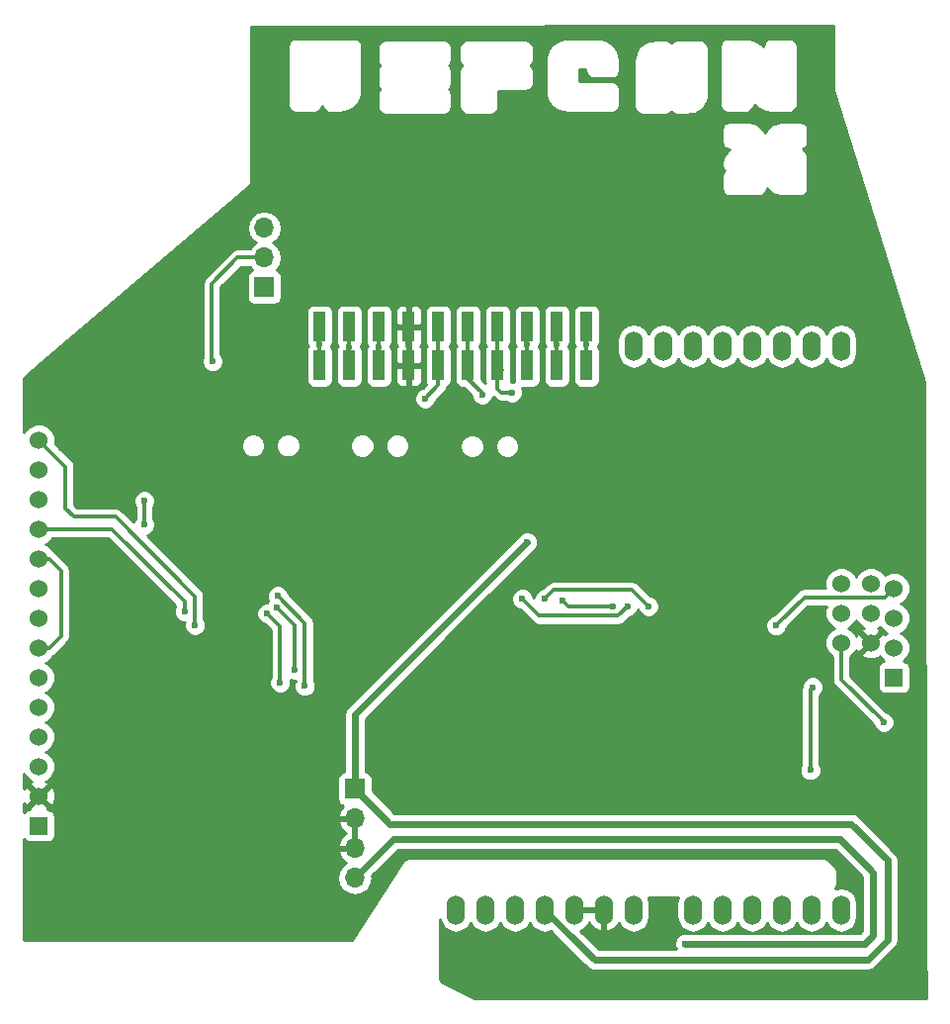
<source format=gbr>
G04 #@! TF.FileFunction,Copper,L2,Bot,Signal*
%FSLAX46Y46*%
G04 Gerber Fmt 4.6, Leading zero omitted, Abs format (unit mm)*
G04 Created by KiCad (PCBNEW 4.0.7) date Monday, July 02, 2018 'PMt' 09:22:05 PM*
%MOMM*%
%LPD*%
G01*
G04 APERTURE LIST*
%ADD10C,0.100000*%
%ADD11R,1.524000X1.524000*%
%ADD12C,1.524000*%
%ADD13R,1.700000X1.700000*%
%ADD14O,1.700000X1.700000*%
%ADD15O,1.524000X2.540000*%
%ADD16R,1.000000X2.510000*%
%ADD17C,0.600000*%
%ADD18C,0.300000*%
%ADD19C,0.600000*%
%ADD20C,0.500000*%
%ADD21C,0.254000*%
G04 APERTURE END LIST*
D10*
D11*
X164322000Y-163562000D03*
D12*
X164322000Y-161022000D03*
X164322000Y-158482000D03*
X164322000Y-155942000D03*
X164322000Y-153402000D03*
X164322000Y-150862000D03*
X164322000Y-148322000D03*
X164322000Y-145782000D03*
X164322000Y-143242000D03*
X164322000Y-140702000D03*
X164322000Y-138162000D03*
X164322000Y-135622000D03*
X164322000Y-133082000D03*
X164322000Y-130542000D03*
D11*
X237562000Y-150862000D03*
D12*
X237562000Y-148322000D03*
X237562000Y-145782000D03*
X237562000Y-143242000D03*
D13*
X191389000Y-160401000D03*
D14*
X191389000Y-162941000D03*
X191389000Y-165481000D03*
X191389000Y-168021000D03*
D15*
X233045000Y-170764200D03*
X230505000Y-170764200D03*
X227965000Y-170764200D03*
X220345000Y-170764200D03*
X222885000Y-170764200D03*
X225425000Y-170764200D03*
X215265000Y-170764200D03*
X212725000Y-170764200D03*
X210185000Y-170764200D03*
X205105000Y-170764200D03*
X202565000Y-170764200D03*
X233045000Y-122504200D03*
X230505000Y-122504200D03*
X227965000Y-122504200D03*
X225425000Y-122504200D03*
X222885000Y-122504200D03*
X220345000Y-122504200D03*
X217805000Y-122504200D03*
X215265000Y-122504200D03*
X207645000Y-170764200D03*
X200025000Y-170764200D03*
D12*
X233045000Y-142824200D03*
X235585000Y-142824200D03*
X233045000Y-145364200D03*
X235585000Y-145364200D03*
X233045000Y-147904200D03*
X235585000Y-147904200D03*
D13*
X183642000Y-117475000D03*
D14*
X183642000Y-114935000D03*
X183642000Y-112395000D03*
D16*
X211240000Y-120840000D03*
X208700000Y-124150000D03*
X206160000Y-120840000D03*
X203620000Y-124150000D03*
X201080000Y-120840000D03*
X198540000Y-124150000D03*
X196000000Y-120840000D03*
X193460000Y-124150000D03*
X190920000Y-120840000D03*
X188380000Y-124150000D03*
X188380000Y-120840000D03*
X193460000Y-120840000D03*
X198540000Y-120840000D03*
X203620000Y-120840000D03*
X208700000Y-120840000D03*
X190920000Y-124150000D03*
X196000000Y-124150000D03*
X201080000Y-124150000D03*
X206160000Y-124150000D03*
X211240000Y-124150000D03*
D17*
X197400000Y-127000000D03*
X202300000Y-126650000D03*
X204850000Y-126500000D03*
X195961000Y-122395000D03*
X200200000Y-113800000D03*
X197200000Y-131100000D03*
X189900000Y-131200000D03*
X187900000Y-131200000D03*
X180600000Y-131100000D03*
X206700000Y-131000000D03*
X199390000Y-131100000D03*
X180000000Y-142800000D03*
X197739000Y-140335000D03*
X232156000Y-154940000D03*
X191008000Y-147447000D03*
X231013000Y-118745000D03*
X206121000Y-122395000D03*
X211201000Y-122395000D03*
X208661000Y-122395000D03*
X230600000Y-151700000D03*
X230400000Y-158800000D03*
X206150000Y-139300000D03*
X219699996Y-173650000D03*
X173355000Y-135763000D03*
X173355000Y-137795000D03*
X179197000Y-123825000D03*
X205739998Y-144145000D03*
X214756998Y-144780000D03*
X209169000Y-144271998D03*
X213487000Y-144780000D03*
X207645000Y-144145024D03*
X216535000Y-144780000D03*
X187100000Y-151600000D03*
X184799994Y-143900000D03*
X186200000Y-150200000D03*
X184700000Y-144900013D03*
X227457000Y-146431000D03*
X185000000Y-151300000D03*
X183900000Y-145400000D03*
X176800000Y-145200000D03*
X177700000Y-146400000D03*
X190881000Y-122600000D03*
X188341000Y-122395000D03*
X236699996Y-154700000D03*
X193421000Y-122600000D03*
D18*
X198540000Y-120840000D02*
X198540000Y-122395000D01*
X198540000Y-122395000D02*
X198540000Y-124150000D01*
X197400000Y-127000000D02*
X198540000Y-125860000D01*
X198540000Y-125860000D02*
X198540000Y-124150000D01*
X201080000Y-120840000D02*
X201080000Y-122395000D01*
X201080000Y-122395000D02*
X201080000Y-124150000D01*
X202300000Y-126650000D02*
X202300000Y-126550000D01*
X202300000Y-126550000D02*
X201080000Y-125330000D01*
X201080000Y-125330000D02*
X201080000Y-124150000D01*
X201168000Y-124286200D02*
X201041000Y-124159200D01*
X203620000Y-120840000D02*
X203620000Y-122395000D01*
X203620000Y-122395000D02*
X203620000Y-124150000D01*
X203950000Y-126500000D02*
X203620000Y-126170000D01*
X203620000Y-126170000D02*
X203620000Y-124150000D01*
X204850000Y-126500000D02*
X203950000Y-126500000D01*
X204008800Y-124587000D02*
X203581000Y-124159200D01*
X195961000Y-122395000D02*
X195961000Y-124111000D01*
X195961000Y-124111000D02*
X196000000Y-124150000D01*
X196000000Y-120840000D02*
X196000000Y-122356000D01*
X196000000Y-122356000D02*
X195961000Y-122395000D01*
X206121000Y-122395000D02*
X206121000Y-124111000D01*
X206121000Y-124111000D02*
X206160000Y-124150000D01*
X206160000Y-120840000D02*
X206160000Y-122356000D01*
X206160000Y-122356000D02*
X206121000Y-122395000D01*
X211201000Y-122395000D02*
X211201000Y-124111000D01*
X211201000Y-124111000D02*
X211240000Y-124150000D01*
X211240000Y-120840000D02*
X211240000Y-122356000D01*
X211240000Y-122356000D02*
X211201000Y-122395000D01*
X208661000Y-122395000D02*
X208661000Y-124111000D01*
X208661000Y-124111000D02*
X208700000Y-124150000D01*
X208700000Y-120840000D02*
X208700000Y-122356000D01*
X208700000Y-122356000D02*
X208661000Y-122395000D01*
X230400000Y-158800000D02*
X230400000Y-151900000D01*
X230400000Y-151900000D02*
X230600000Y-151700000D01*
D19*
X191389000Y-160401000D02*
X194388000Y-163400000D01*
X194388000Y-163400000D02*
X233900000Y-163400000D01*
X233900000Y-163400000D02*
X237000000Y-166500000D01*
X237000000Y-166500000D02*
X237000000Y-173350000D01*
X237000000Y-173350000D02*
X235300000Y-175050000D01*
X235300000Y-175050000D02*
X211930800Y-175050000D01*
X211930800Y-175050000D02*
X209680800Y-172800000D01*
X209680800Y-172800000D02*
X207645000Y-170764200D01*
D18*
X209680800Y-172800000D02*
X209400000Y-172519200D01*
D19*
X191389000Y-160401000D02*
X191389000Y-154061000D01*
X206150000Y-139300000D02*
X191389000Y-154061000D01*
D20*
X191389000Y-160401000D02*
X191388600Y-160419400D01*
X207645000Y-171272200D02*
X207645000Y-170764200D01*
D19*
X191389000Y-168021000D02*
X194710000Y-164700000D01*
X194710000Y-164700000D02*
X232950000Y-164700000D01*
X232950000Y-164700000D02*
X235800000Y-167550000D01*
X235800000Y-167550000D02*
X235800000Y-172900000D01*
X235800000Y-172900000D02*
X235050000Y-173650000D01*
X235050000Y-173650000D02*
X220124260Y-173650000D01*
X220124260Y-173650000D02*
X219699996Y-173650000D01*
D18*
X173355000Y-137795000D02*
X173355000Y-135763000D01*
X181356000Y-114935000D02*
X183642000Y-114935000D01*
X179133500Y-117157500D02*
X181356000Y-114935000D01*
X179133500Y-123761500D02*
X179133500Y-117157500D01*
X179197000Y-123825000D02*
X179133500Y-123761500D01*
X206039997Y-144444999D02*
X205739998Y-144145000D01*
X207183001Y-145588003D02*
X206039997Y-144444999D01*
X213948995Y-145588003D02*
X207183001Y-145588003D01*
X214756998Y-144780000D02*
X213948995Y-145588003D01*
X213487000Y-144780000D02*
X209677002Y-144780000D01*
X209677002Y-144780000D02*
X209468999Y-144571997D01*
X209468999Y-144571997D02*
X209169000Y-144271998D01*
X208422025Y-143367999D02*
X207944999Y-143845025D01*
X215122999Y-143367999D02*
X208422025Y-143367999D01*
X216535000Y-144780000D02*
X215122999Y-143367999D01*
X207944999Y-143845025D02*
X207645000Y-144145024D01*
X187100000Y-151175736D02*
X187100000Y-151600000D01*
X187100000Y-146200006D02*
X187100000Y-151175736D01*
X184799994Y-143900000D02*
X187100000Y-146200006D01*
X186200000Y-149775736D02*
X186200000Y-150200000D01*
X184700000Y-144900013D02*
X186200000Y-146400013D01*
X186200000Y-146400013D02*
X186200000Y-149775736D01*
X164322000Y-140702000D02*
X165213000Y-140702000D01*
X165213000Y-140702000D02*
X166243000Y-141732000D01*
X166243000Y-141732000D02*
X166243000Y-147320000D01*
X166243000Y-147320000D02*
X165241000Y-148322000D01*
X165241000Y-148322000D02*
X164322000Y-148322000D01*
X227756999Y-146131001D02*
X227457000Y-146431000D01*
X237562000Y-143242000D02*
X236800001Y-144003999D01*
X229884001Y-144003999D02*
X227756999Y-146131001D01*
X236800001Y-144003999D02*
X229884001Y-144003999D01*
X183900000Y-145400000D02*
X185000000Y-146500000D01*
X185000000Y-146500000D02*
X185000000Y-151300000D01*
X176800000Y-145200000D02*
X176800000Y-144400000D01*
X176800000Y-144400000D02*
X170562000Y-138162000D01*
X170562000Y-138162000D02*
X164322000Y-138162000D01*
X170900000Y-137120000D02*
X177700000Y-143920000D01*
X166600000Y-136400000D02*
X167320000Y-137120000D01*
X167320000Y-137120000D02*
X170900000Y-137120000D01*
X166600000Y-132820000D02*
X166600000Y-136400000D01*
X164322000Y-130542000D02*
X166600000Y-132820000D01*
X177700000Y-145975736D02*
X177700000Y-146400000D01*
X177700000Y-143920000D02*
X177700000Y-145975736D01*
X190881000Y-122600000D02*
X190881000Y-124111000D01*
X190881000Y-124111000D02*
X190920000Y-124150000D01*
X190920000Y-120840000D02*
X190920000Y-122561000D01*
X190920000Y-122561000D02*
X190881000Y-122600000D01*
X188341000Y-122395000D02*
X188341000Y-124111000D01*
X188341000Y-124111000D02*
X188380000Y-124150000D01*
X188380000Y-120840000D02*
X188380000Y-122356000D01*
X188380000Y-122356000D02*
X188341000Y-122395000D01*
X236399997Y-154400001D02*
X236699996Y-154700000D01*
X233045000Y-151045004D02*
X236399997Y-154400001D01*
X233045000Y-147904200D02*
X233045000Y-151045004D01*
X193421000Y-122600000D02*
X193421000Y-124111000D01*
X193421000Y-124111000D02*
X193460000Y-124150000D01*
X193460000Y-120840000D02*
X193460000Y-122561000D01*
X193460000Y-122561000D02*
X193421000Y-122600000D01*
D21*
G36*
X232347200Y-100418800D02*
X232367443Y-100520565D01*
X232378571Y-100623725D01*
X240195228Y-125555754D01*
X240208200Y-173469986D01*
X240209497Y-173476495D01*
X240208328Y-173483026D01*
X240301644Y-178315000D01*
X201661707Y-178315000D01*
X198905765Y-176937029D01*
X198685000Y-176716264D01*
X198685000Y-171596080D01*
X198734340Y-171844130D01*
X199037172Y-172297349D01*
X199490391Y-172600181D01*
X200025000Y-172706521D01*
X200559609Y-172600181D01*
X201012828Y-172297349D01*
X201295000Y-171875050D01*
X201577172Y-172297349D01*
X202030391Y-172600181D01*
X202565000Y-172706521D01*
X203099609Y-172600181D01*
X203552828Y-172297349D01*
X203835000Y-171875050D01*
X204117172Y-172297349D01*
X204570391Y-172600181D01*
X205105000Y-172706521D01*
X205639609Y-172600181D01*
X206092828Y-172297349D01*
X206375000Y-171875050D01*
X206657172Y-172297349D01*
X207110391Y-172600181D01*
X207645000Y-172706521D01*
X208162162Y-172603652D01*
X209019655Y-173461145D01*
X211269653Y-175711142D01*
X211269655Y-175711145D01*
X211572991Y-175913827D01*
X211632356Y-175925636D01*
X211930800Y-175985001D01*
X211930805Y-175985000D01*
X235300000Y-175985000D01*
X235657809Y-175913827D01*
X235961145Y-175711145D01*
X237661145Y-174011145D01*
X237863827Y-173707809D01*
X237935000Y-173350000D01*
X237935000Y-166500000D01*
X237863827Y-166142191D01*
X237661145Y-165838855D01*
X234561145Y-162738855D01*
X234257809Y-162536173D01*
X233900000Y-162465000D01*
X194775290Y-162465000D01*
X192886440Y-160576150D01*
X192886440Y-159551000D01*
X192842162Y-159315683D01*
X192703090Y-159099559D01*
X192535672Y-158985167D01*
X229464838Y-158985167D01*
X229606883Y-159328943D01*
X229869673Y-159592192D01*
X230213201Y-159734838D01*
X230585167Y-159735162D01*
X230928943Y-159593117D01*
X231192192Y-159330327D01*
X231334838Y-158986799D01*
X231335162Y-158614833D01*
X231193117Y-158271057D01*
X231185000Y-158262926D01*
X231185000Y-152437158D01*
X231392192Y-152230327D01*
X231534838Y-151886799D01*
X231535162Y-151514833D01*
X231393117Y-151171057D01*
X231130327Y-150907808D01*
X230786799Y-150765162D01*
X230414833Y-150764838D01*
X230071057Y-150906883D01*
X229807808Y-151169673D01*
X229665162Y-151513201D01*
X229665044Y-151648413D01*
X229615000Y-151900000D01*
X229615000Y-158262494D01*
X229607808Y-158269673D01*
X229465162Y-158613201D01*
X229464838Y-158985167D01*
X192535672Y-158985167D01*
X192490890Y-158954569D01*
X192324000Y-158920773D01*
X192324000Y-154448290D01*
X200156123Y-146616167D01*
X226521838Y-146616167D01*
X226663883Y-146959943D01*
X226926673Y-147223192D01*
X227270201Y-147365838D01*
X227642167Y-147366162D01*
X227985943Y-147224117D01*
X228249192Y-146961327D01*
X228391838Y-146617799D01*
X228391848Y-146606310D01*
X230209159Y-144788999D01*
X231771195Y-144788999D01*
X231648243Y-145085100D01*
X231647758Y-145640861D01*
X231859990Y-146154503D01*
X232252630Y-146547829D01*
X232460512Y-146634149D01*
X232254697Y-146719190D01*
X231861371Y-147111830D01*
X231648243Y-147625100D01*
X231647758Y-148180861D01*
X231859990Y-148694503D01*
X232252630Y-149087829D01*
X232260000Y-149090889D01*
X232260000Y-151045004D01*
X232319755Y-151345411D01*
X232489921Y-151600083D01*
X235764843Y-154875005D01*
X235764834Y-154885167D01*
X235906879Y-155228943D01*
X236169669Y-155492192D01*
X236513197Y-155634838D01*
X236885163Y-155635162D01*
X237228939Y-155493117D01*
X237492188Y-155230327D01*
X237634834Y-154886799D01*
X237635158Y-154514833D01*
X237493113Y-154171057D01*
X237230323Y-153907808D01*
X236886795Y-153765162D01*
X236875306Y-153765152D01*
X233830000Y-150719846D01*
X233830000Y-149091401D01*
X233835303Y-149089210D01*
X234228629Y-148696570D01*
X234308395Y-148504473D01*
X234362603Y-148635343D01*
X234604787Y-148704808D01*
X235405395Y-147904200D01*
X234604787Y-147103592D01*
X234362603Y-147173057D01*
X234312491Y-147313518D01*
X234230010Y-147113897D01*
X233837370Y-146720571D01*
X233629488Y-146634251D01*
X233835303Y-146549210D01*
X234228629Y-146156570D01*
X234314949Y-145948688D01*
X234399990Y-146154503D01*
X234792630Y-146547829D01*
X234984727Y-146627595D01*
X234853857Y-146681803D01*
X234784392Y-146923987D01*
X235585000Y-147724595D01*
X236385608Y-146923987D01*
X236316143Y-146681803D01*
X236175682Y-146631691D01*
X236368594Y-146551982D01*
X236376990Y-146572303D01*
X236769630Y-146965629D01*
X236977512Y-147051949D01*
X236771697Y-147136990D01*
X236751599Y-147157053D01*
X236565213Y-147103592D01*
X235764605Y-147904200D01*
X235778748Y-147918343D01*
X235599143Y-148097948D01*
X235585000Y-148083805D01*
X234784392Y-148884413D01*
X234853857Y-149126597D01*
X235377302Y-149313344D01*
X235932368Y-149285562D01*
X236316143Y-149126597D01*
X236343495Y-149031238D01*
X236376990Y-149112303D01*
X236729833Y-149465763D01*
X236564683Y-149496838D01*
X236348559Y-149635910D01*
X236203569Y-149848110D01*
X236152560Y-150100000D01*
X236152560Y-151624000D01*
X236196838Y-151859317D01*
X236335910Y-152075441D01*
X236548110Y-152220431D01*
X236800000Y-152271440D01*
X238324000Y-152271440D01*
X238559317Y-152227162D01*
X238775441Y-152088090D01*
X238920431Y-151875890D01*
X238971440Y-151624000D01*
X238971440Y-150100000D01*
X238927162Y-149864683D01*
X238788090Y-149648559D01*
X238575890Y-149503569D01*
X238392876Y-149466508D01*
X238745629Y-149114370D01*
X238958757Y-148601100D01*
X238959242Y-148045339D01*
X238747010Y-147531697D01*
X238354370Y-147138371D01*
X238146488Y-147052051D01*
X238352303Y-146967010D01*
X238745629Y-146574370D01*
X238958757Y-146061100D01*
X238959242Y-145505339D01*
X238747010Y-144991697D01*
X238354370Y-144598371D01*
X238146488Y-144512051D01*
X238352303Y-144427010D01*
X238745629Y-144034370D01*
X238958757Y-143521100D01*
X238959242Y-142965339D01*
X238747010Y-142451697D01*
X238354370Y-142058371D01*
X237841100Y-141845243D01*
X237285339Y-141844758D01*
X236778406Y-142054218D01*
X236770010Y-142033897D01*
X236377370Y-141640571D01*
X235864100Y-141427443D01*
X235308339Y-141426958D01*
X234794697Y-141639190D01*
X234401371Y-142031830D01*
X234315051Y-142239712D01*
X234230010Y-142033897D01*
X233837370Y-141640571D01*
X233324100Y-141427443D01*
X232768339Y-141426958D01*
X232254697Y-141639190D01*
X231861371Y-142031830D01*
X231648243Y-142545100D01*
X231647758Y-143100861D01*
X231696572Y-143218999D01*
X229884001Y-143218999D01*
X229583594Y-143278754D01*
X229328922Y-143448920D01*
X227281995Y-145495847D01*
X227271833Y-145495838D01*
X226928057Y-145637883D01*
X226664808Y-145900673D01*
X226522162Y-146244201D01*
X226521838Y-146616167D01*
X200156123Y-146616167D01*
X202442123Y-144330167D01*
X204804836Y-144330167D01*
X204946881Y-144673943D01*
X205209671Y-144937192D01*
X205553199Y-145079838D01*
X205564688Y-145079848D01*
X206627922Y-146143082D01*
X206882595Y-146313248D01*
X207183001Y-146373003D01*
X213948995Y-146373003D01*
X214249402Y-146313248D01*
X214504074Y-146143082D01*
X214932003Y-145715153D01*
X214942165Y-145715162D01*
X215285941Y-145573117D01*
X215549190Y-145310327D01*
X215646061Y-145077036D01*
X215741883Y-145308943D01*
X216004673Y-145572192D01*
X216348201Y-145714838D01*
X216720167Y-145715162D01*
X217063943Y-145573117D01*
X217327192Y-145310327D01*
X217469838Y-144966799D01*
X217470162Y-144594833D01*
X217328117Y-144251057D01*
X217065327Y-143987808D01*
X216721799Y-143845162D01*
X216710310Y-143845152D01*
X215678078Y-142812920D01*
X215423406Y-142642754D01*
X215122999Y-142582999D01*
X208422030Y-142582999D01*
X208422025Y-142582998D01*
X208121619Y-142642754D01*
X207866946Y-142812920D01*
X207469995Y-143209871D01*
X207459833Y-143209862D01*
X207116057Y-143351907D01*
X206852808Y-143614697D01*
X206710162Y-143958225D01*
X206710121Y-144004965D01*
X206675151Y-143969995D01*
X206675160Y-143959833D01*
X206533115Y-143616057D01*
X206270325Y-143352808D01*
X205926797Y-143210162D01*
X205554831Y-143209838D01*
X205211055Y-143351883D01*
X204947806Y-143614673D01*
X204805160Y-143958201D01*
X204804836Y-144330167D01*
X202442123Y-144330167D01*
X206810854Y-139961436D01*
X206942192Y-139830327D01*
X207084838Y-139486799D01*
X207085162Y-139114833D01*
X206943117Y-138771057D01*
X206680327Y-138507808D01*
X206336799Y-138365162D01*
X205964833Y-138364838D01*
X205621057Y-138506883D01*
X205357808Y-138769673D01*
X205357645Y-138770065D01*
X190727855Y-153399855D01*
X190525173Y-153703191D01*
X190454000Y-154061000D01*
X190454000Y-158919554D01*
X190303683Y-158947838D01*
X190087559Y-159086910D01*
X189942569Y-159299110D01*
X189891560Y-159551000D01*
X189891560Y-161251000D01*
X189935838Y-161486317D01*
X190074910Y-161702441D01*
X190287110Y-161847431D01*
X190395107Y-161869301D01*
X190117355Y-162174076D01*
X189947524Y-162584110D01*
X190068845Y-162814000D01*
X191262000Y-162814000D01*
X191262000Y-162794000D01*
X191516000Y-162794000D01*
X191516000Y-162814000D01*
X191536000Y-162814000D01*
X191536000Y-163068000D01*
X191516000Y-163068000D01*
X191516000Y-165354000D01*
X191536000Y-165354000D01*
X191536000Y-165608000D01*
X191516000Y-165608000D01*
X191516000Y-165628000D01*
X191262000Y-165628000D01*
X191262000Y-165608000D01*
X190068845Y-165608000D01*
X189947524Y-165837890D01*
X190117355Y-166247924D01*
X190507642Y-166676183D01*
X190650553Y-166743298D01*
X190309853Y-166970946D01*
X189987946Y-167452715D01*
X189874907Y-168021000D01*
X189987946Y-168589285D01*
X190309853Y-169071054D01*
X190791622Y-169392961D01*
X191359907Y-169506000D01*
X191418093Y-169506000D01*
X191986378Y-169392961D01*
X192468147Y-169071054D01*
X192790054Y-168589285D01*
X192903093Y-168021000D01*
X192871271Y-167861019D01*
X195097290Y-165635000D01*
X232562710Y-165635000D01*
X234865000Y-167937290D01*
X234865000Y-172512710D01*
X234662710Y-172715000D01*
X219700812Y-172715000D01*
X219514829Y-172714838D01*
X219171053Y-172856883D01*
X218907804Y-173119673D01*
X218765158Y-173463201D01*
X218764834Y-173835167D01*
X218880458Y-174115000D01*
X212318089Y-174115000D01*
X210739740Y-172536651D01*
X211083026Y-172349830D01*
X211427059Y-171924141D01*
X211455000Y-171829477D01*
X211482941Y-171924141D01*
X211826974Y-172349830D01*
X212307723Y-172611460D01*
X212381930Y-172626420D01*
X212598000Y-172503920D01*
X212598000Y-170891200D01*
X210312000Y-170891200D01*
X210312000Y-170911200D01*
X210058000Y-170911200D01*
X210058000Y-170891200D01*
X210038000Y-170891200D01*
X210038000Y-170637200D01*
X210058000Y-170637200D01*
X210058000Y-170617200D01*
X210312000Y-170617200D01*
X210312000Y-170637200D01*
X212598000Y-170637200D01*
X212598000Y-170617200D01*
X212852000Y-170617200D01*
X212852000Y-170637200D01*
X212872000Y-170637200D01*
X212872000Y-170891200D01*
X212852000Y-170891200D01*
X212852000Y-172503920D01*
X213068070Y-172626420D01*
X213142277Y-172611460D01*
X213623026Y-172349830D01*
X213967059Y-171924141D01*
X213985670Y-171861087D01*
X214277172Y-172297349D01*
X214730391Y-172600181D01*
X215265000Y-172706521D01*
X215799609Y-172600181D01*
X216252828Y-172297349D01*
X216555660Y-171844130D01*
X216662000Y-171309521D01*
X216662000Y-170218879D01*
X216555805Y-169685000D01*
X219054195Y-169685000D01*
X218948000Y-170218879D01*
X218948000Y-171309521D01*
X219054340Y-171844130D01*
X219357172Y-172297349D01*
X219810391Y-172600181D01*
X220345000Y-172706521D01*
X220879609Y-172600181D01*
X221332828Y-172297349D01*
X221615000Y-171875050D01*
X221897172Y-172297349D01*
X222350391Y-172600181D01*
X222885000Y-172706521D01*
X223419609Y-172600181D01*
X223872828Y-172297349D01*
X224155000Y-171875050D01*
X224437172Y-172297349D01*
X224890391Y-172600181D01*
X225425000Y-172706521D01*
X225959609Y-172600181D01*
X226412828Y-172297349D01*
X226695000Y-171875050D01*
X226977172Y-172297349D01*
X227430391Y-172600181D01*
X227965000Y-172706521D01*
X228499609Y-172600181D01*
X228952828Y-172297349D01*
X229235000Y-171875050D01*
X229517172Y-172297349D01*
X229970391Y-172600181D01*
X230505000Y-172706521D01*
X231039609Y-172600181D01*
X231492828Y-172297349D01*
X231775000Y-171875050D01*
X232057172Y-172297349D01*
X232510391Y-172600181D01*
X233045000Y-172706521D01*
X233579609Y-172600181D01*
X234032828Y-172297349D01*
X234335660Y-171844130D01*
X234442000Y-171309521D01*
X234442000Y-170218879D01*
X234335660Y-169684270D01*
X234032828Y-169231051D01*
X233579609Y-168928219D01*
X233045000Y-168821879D01*
X232523647Y-168925582D01*
X232632857Y-168762138D01*
X232685000Y-168500000D01*
X232685000Y-167500000D01*
X232632857Y-167237862D01*
X232484368Y-167015632D01*
X231984368Y-166515632D01*
X231762138Y-166367143D01*
X231500000Y-166315000D01*
X196000000Y-166315000D01*
X195927939Y-166329334D01*
X195854485Y-166330635D01*
X195798135Y-166355154D01*
X195737862Y-166367143D01*
X195676775Y-166407960D01*
X195609407Y-166437273D01*
X195566728Y-166481491D01*
X195515632Y-166515632D01*
X195474817Y-166576716D01*
X195423792Y-166629581D01*
X191126024Y-173315000D01*
X163067200Y-173315000D01*
X163067200Y-164730824D01*
X163095910Y-164775441D01*
X163308110Y-164920431D01*
X163560000Y-164971440D01*
X165084000Y-164971440D01*
X165319317Y-164927162D01*
X165535441Y-164788090D01*
X165680431Y-164575890D01*
X165731440Y-164324000D01*
X165731440Y-163297890D01*
X189947524Y-163297890D01*
X190117355Y-163707924D01*
X190507642Y-164136183D01*
X190666954Y-164211000D01*
X190507642Y-164285817D01*
X190117355Y-164714076D01*
X189947524Y-165124110D01*
X190068845Y-165354000D01*
X191262000Y-165354000D01*
X191262000Y-163068000D01*
X190068845Y-163068000D01*
X189947524Y-163297890D01*
X165731440Y-163297890D01*
X165731440Y-162800000D01*
X165687162Y-162564683D01*
X165548090Y-162348559D01*
X165335890Y-162203569D01*
X165084000Y-162152560D01*
X165079484Y-162152560D01*
X165122608Y-162002213D01*
X164322000Y-161201605D01*
X163521392Y-162002213D01*
X163564516Y-162152560D01*
X163560000Y-162152560D01*
X163324683Y-162196838D01*
X163108559Y-162335910D01*
X163067200Y-162396441D01*
X163067200Y-161674915D01*
X163099603Y-161753143D01*
X163341787Y-161822608D01*
X164142395Y-161022000D01*
X164501605Y-161022000D01*
X165302213Y-161822608D01*
X165544397Y-161753143D01*
X165731144Y-161229698D01*
X165703362Y-160674632D01*
X165544397Y-160290857D01*
X165302213Y-160221392D01*
X164501605Y-161022000D01*
X164142395Y-161022000D01*
X163341787Y-160221392D01*
X163099603Y-160290857D01*
X163067200Y-160381681D01*
X163067200Y-159103398D01*
X163136990Y-159272303D01*
X163529630Y-159665629D01*
X163721727Y-159745395D01*
X163590857Y-159799603D01*
X163521392Y-160041787D01*
X164322000Y-160842395D01*
X165122608Y-160041787D01*
X165053143Y-159799603D01*
X164912682Y-159749491D01*
X165112303Y-159667010D01*
X165505629Y-159274370D01*
X165718757Y-158761100D01*
X165719242Y-158205339D01*
X165507010Y-157691697D01*
X165114370Y-157298371D01*
X164906488Y-157212051D01*
X165112303Y-157127010D01*
X165505629Y-156734370D01*
X165718757Y-156221100D01*
X165719242Y-155665339D01*
X165507010Y-155151697D01*
X165114370Y-154758371D01*
X164906488Y-154672051D01*
X165112303Y-154587010D01*
X165505629Y-154194370D01*
X165718757Y-153681100D01*
X165719242Y-153125339D01*
X165507010Y-152611697D01*
X165114370Y-152218371D01*
X164906488Y-152132051D01*
X165112303Y-152047010D01*
X165505629Y-151654370D01*
X165718757Y-151141100D01*
X165719242Y-150585339D01*
X165507010Y-150071697D01*
X165114370Y-149678371D01*
X164906488Y-149592051D01*
X165112303Y-149507010D01*
X165505629Y-149114370D01*
X165532790Y-149048959D01*
X165541407Y-149047245D01*
X165796079Y-148877079D01*
X166798079Y-147875079D01*
X166968245Y-147620407D01*
X167028000Y-147320000D01*
X167028000Y-141732000D01*
X166968245Y-141431593D01*
X166798079Y-141176921D01*
X165768079Y-140146921D01*
X165541704Y-139995662D01*
X165507010Y-139911697D01*
X165114370Y-139518371D01*
X164906488Y-139432051D01*
X165112303Y-139347010D01*
X165505629Y-138954370D01*
X165508689Y-138947000D01*
X170236842Y-138947000D01*
X175993639Y-144703797D01*
X175865162Y-145013201D01*
X175864838Y-145385167D01*
X176006883Y-145728943D01*
X176269673Y-145992192D01*
X176613201Y-146134838D01*
X176797635Y-146134999D01*
X176765162Y-146213201D01*
X176764838Y-146585167D01*
X176906883Y-146928943D01*
X177169673Y-147192192D01*
X177513201Y-147334838D01*
X177885167Y-147335162D01*
X178228943Y-147193117D01*
X178492192Y-146930327D01*
X178634838Y-146586799D01*
X178635162Y-146214833D01*
X178493117Y-145871057D01*
X178485000Y-145862926D01*
X178485000Y-145585167D01*
X182964838Y-145585167D01*
X183106883Y-145928943D01*
X183369673Y-146192192D01*
X183713201Y-146334838D01*
X183724690Y-146334848D01*
X184215000Y-146825158D01*
X184215000Y-150762494D01*
X184207808Y-150769673D01*
X184065162Y-151113201D01*
X184064838Y-151485167D01*
X184206883Y-151828943D01*
X184469673Y-152092192D01*
X184813201Y-152234838D01*
X185185167Y-152235162D01*
X185528943Y-152093117D01*
X185792192Y-151830327D01*
X185934838Y-151486799D01*
X185935162Y-151114833D01*
X185928977Y-151099865D01*
X186013201Y-151134838D01*
X186280652Y-151135071D01*
X186165162Y-151413201D01*
X186164838Y-151785167D01*
X186306883Y-152128943D01*
X186569673Y-152392192D01*
X186913201Y-152534838D01*
X187285167Y-152535162D01*
X187628943Y-152393117D01*
X187892192Y-152130327D01*
X188034838Y-151786799D01*
X188035162Y-151414833D01*
X187893117Y-151071057D01*
X187885000Y-151062926D01*
X187885000Y-146200006D01*
X187825245Y-145899600D01*
X187655079Y-145644927D01*
X185735147Y-143724995D01*
X185735156Y-143714833D01*
X185593111Y-143371057D01*
X185330321Y-143107808D01*
X184986793Y-142965162D01*
X184614827Y-142964838D01*
X184271051Y-143106883D01*
X184007802Y-143369673D01*
X183865156Y-143713201D01*
X183864832Y-144085167D01*
X183960612Y-144316974D01*
X183907808Y-144369686D01*
X183868242Y-144464972D01*
X183714833Y-144464838D01*
X183371057Y-144606883D01*
X183107808Y-144869673D01*
X182965162Y-145213201D01*
X182964838Y-145585167D01*
X178485000Y-145585167D01*
X178485000Y-143920000D01*
X178470005Y-143844617D01*
X178425245Y-143619593D01*
X178255079Y-143364921D01*
X173596885Y-138706727D01*
X173883943Y-138588117D01*
X174147192Y-138325327D01*
X174289838Y-137981799D01*
X174290162Y-137609833D01*
X174148117Y-137266057D01*
X174140000Y-137257926D01*
X174140000Y-136300506D01*
X174147192Y-136293327D01*
X174289838Y-135949799D01*
X174290162Y-135577833D01*
X174148117Y-135234057D01*
X173885327Y-134970808D01*
X173541799Y-134828162D01*
X173169833Y-134827838D01*
X172826057Y-134969883D01*
X172562808Y-135232673D01*
X172420162Y-135576201D01*
X172419838Y-135948167D01*
X172561883Y-136291943D01*
X172570000Y-136300074D01*
X172570000Y-137257494D01*
X172562808Y-137264673D01*
X172443105Y-137552947D01*
X171455079Y-136564921D01*
X171200407Y-136394755D01*
X170900000Y-136335000D01*
X167645158Y-136335000D01*
X167385000Y-136074842D01*
X167385000Y-132820000D01*
X167325245Y-132519594D01*
X167155079Y-132264921D01*
X167155076Y-132264919D01*
X166108329Y-131218171D01*
X181640221Y-131218171D01*
X181797458Y-131598715D01*
X182088354Y-131890119D01*
X182468623Y-132048020D01*
X182880371Y-132048379D01*
X183260915Y-131891142D01*
X183552319Y-131600246D01*
X183710220Y-131219977D01*
X183710221Y-131218171D01*
X184640221Y-131218171D01*
X184797458Y-131598715D01*
X185088354Y-131890119D01*
X185468623Y-132048020D01*
X185880371Y-132048379D01*
X186260915Y-131891142D01*
X186552319Y-131600246D01*
X186700422Y-131243571D01*
X190987421Y-131243571D01*
X191144658Y-131624115D01*
X191435554Y-131915519D01*
X191815823Y-132073420D01*
X192227571Y-132073779D01*
X192608115Y-131916542D01*
X192899519Y-131625646D01*
X193057420Y-131245377D01*
X193057421Y-131243571D01*
X193987421Y-131243571D01*
X194144658Y-131624115D01*
X194435554Y-131915519D01*
X194815823Y-132073420D01*
X195227571Y-132073779D01*
X195608115Y-131916542D01*
X195899519Y-131625646D01*
X196037075Y-131294371D01*
X200410821Y-131294371D01*
X200568058Y-131674915D01*
X200858954Y-131966319D01*
X201239223Y-132124220D01*
X201650971Y-132124579D01*
X202031515Y-131967342D01*
X202322919Y-131676446D01*
X202480820Y-131296177D01*
X202480821Y-131294371D01*
X203410821Y-131294371D01*
X203568058Y-131674915D01*
X203858954Y-131966319D01*
X204239223Y-132124220D01*
X204650971Y-132124579D01*
X205031515Y-131967342D01*
X205322919Y-131676446D01*
X205480820Y-131296177D01*
X205481179Y-130884429D01*
X205323942Y-130503885D01*
X205033046Y-130212481D01*
X204652777Y-130054580D01*
X204241029Y-130054221D01*
X203860485Y-130211458D01*
X203569081Y-130502354D01*
X203411180Y-130882623D01*
X203410821Y-131294371D01*
X202480821Y-131294371D01*
X202481179Y-130884429D01*
X202323942Y-130503885D01*
X202033046Y-130212481D01*
X201652777Y-130054580D01*
X201241029Y-130054221D01*
X200860485Y-130211458D01*
X200569081Y-130502354D01*
X200411180Y-130882623D01*
X200410821Y-131294371D01*
X196037075Y-131294371D01*
X196057420Y-131245377D01*
X196057779Y-130833629D01*
X195900542Y-130453085D01*
X195609646Y-130161681D01*
X195229377Y-130003780D01*
X194817629Y-130003421D01*
X194437085Y-130160658D01*
X194145681Y-130451554D01*
X193987780Y-130831823D01*
X193987421Y-131243571D01*
X193057421Y-131243571D01*
X193057779Y-130833629D01*
X192900542Y-130453085D01*
X192609646Y-130161681D01*
X192229377Y-130003780D01*
X191817629Y-130003421D01*
X191437085Y-130160658D01*
X191145681Y-130451554D01*
X190987780Y-130831823D01*
X190987421Y-131243571D01*
X186700422Y-131243571D01*
X186710220Y-131219977D01*
X186710579Y-130808229D01*
X186553342Y-130427685D01*
X186262446Y-130136281D01*
X185882177Y-129978380D01*
X185470429Y-129978021D01*
X185089885Y-130135258D01*
X184798481Y-130426154D01*
X184640580Y-130806423D01*
X184640221Y-131218171D01*
X183710221Y-131218171D01*
X183710579Y-130808229D01*
X183553342Y-130427685D01*
X183262446Y-130136281D01*
X182882177Y-129978380D01*
X182470429Y-129978021D01*
X182089885Y-130135258D01*
X181798481Y-130426154D01*
X181640580Y-130806423D01*
X181640221Y-131218171D01*
X166108329Y-131218171D01*
X165716557Y-130826399D01*
X165718757Y-130821100D01*
X165719242Y-130265339D01*
X165507010Y-129751697D01*
X165114370Y-129358371D01*
X164601100Y-129145243D01*
X164045339Y-129144758D01*
X163531697Y-129356990D01*
X163138371Y-129749630D01*
X163067200Y-129921029D01*
X163067200Y-127185167D01*
X196464838Y-127185167D01*
X196606883Y-127528943D01*
X196869673Y-127792192D01*
X197213201Y-127934838D01*
X197585167Y-127935162D01*
X197928943Y-127793117D01*
X198192192Y-127530327D01*
X198334838Y-127186799D01*
X198334848Y-127175310D01*
X199095076Y-126415081D01*
X199095079Y-126415079D01*
X199265245Y-126160406D01*
X199298495Y-125993247D01*
X199491441Y-125869090D01*
X199636431Y-125656890D01*
X199687440Y-125405000D01*
X199687440Y-122895000D01*
X199643162Y-122659683D01*
X199536241Y-122493523D01*
X199636431Y-122346890D01*
X199687440Y-122095000D01*
X199687440Y-119585000D01*
X199932560Y-119585000D01*
X199932560Y-122095000D01*
X199976838Y-122330317D01*
X200083759Y-122496477D01*
X199983569Y-122643110D01*
X199932560Y-122895000D01*
X199932560Y-125405000D01*
X199976838Y-125640317D01*
X200115910Y-125856441D01*
X200328110Y-126001431D01*
X200580000Y-126052440D01*
X200692282Y-126052440D01*
X201364934Y-126725092D01*
X201364838Y-126835167D01*
X201506883Y-127178943D01*
X201769673Y-127442192D01*
X202113201Y-127584838D01*
X202485167Y-127585162D01*
X202828943Y-127443117D01*
X203092192Y-127180327D01*
X203217763Y-126877920D01*
X203394919Y-127055076D01*
X203394921Y-127055079D01*
X203649594Y-127225245D01*
X203950000Y-127285000D01*
X204312494Y-127285000D01*
X204319673Y-127292192D01*
X204663201Y-127434838D01*
X205035167Y-127435162D01*
X205378943Y-127293117D01*
X205642192Y-127030327D01*
X205784838Y-126686799D01*
X205785162Y-126314833D01*
X205676744Y-126052440D01*
X206660000Y-126052440D01*
X206895317Y-126008162D01*
X207111441Y-125869090D01*
X207256431Y-125656890D01*
X207307440Y-125405000D01*
X207307440Y-122895000D01*
X207263162Y-122659683D01*
X207156241Y-122493523D01*
X207256431Y-122346890D01*
X207307440Y-122095000D01*
X207307440Y-119585000D01*
X207552560Y-119585000D01*
X207552560Y-122095000D01*
X207596838Y-122330317D01*
X207703759Y-122496477D01*
X207603569Y-122643110D01*
X207552560Y-122895000D01*
X207552560Y-125405000D01*
X207596838Y-125640317D01*
X207735910Y-125856441D01*
X207948110Y-126001431D01*
X208200000Y-126052440D01*
X209200000Y-126052440D01*
X209435317Y-126008162D01*
X209651441Y-125869090D01*
X209796431Y-125656890D01*
X209847440Y-125405000D01*
X209847440Y-122895000D01*
X209803162Y-122659683D01*
X209696241Y-122493523D01*
X209796431Y-122346890D01*
X209847440Y-122095000D01*
X209847440Y-119585000D01*
X210092560Y-119585000D01*
X210092560Y-122095000D01*
X210136838Y-122330317D01*
X210243759Y-122496477D01*
X210143569Y-122643110D01*
X210092560Y-122895000D01*
X210092560Y-125405000D01*
X210136838Y-125640317D01*
X210275910Y-125856441D01*
X210488110Y-126001431D01*
X210740000Y-126052440D01*
X211740000Y-126052440D01*
X211975317Y-126008162D01*
X212191441Y-125869090D01*
X212336431Y-125656890D01*
X212387440Y-125405000D01*
X212387440Y-122895000D01*
X212343162Y-122659683D01*
X212236241Y-122493523D01*
X212336431Y-122346890D01*
X212387440Y-122095000D01*
X212387440Y-121958879D01*
X213868000Y-121958879D01*
X213868000Y-123049521D01*
X213974340Y-123584130D01*
X214277172Y-124037349D01*
X214730391Y-124340181D01*
X215265000Y-124446521D01*
X215799609Y-124340181D01*
X216252828Y-124037349D01*
X216535000Y-123615050D01*
X216817172Y-124037349D01*
X217270391Y-124340181D01*
X217805000Y-124446521D01*
X218339609Y-124340181D01*
X218792828Y-124037349D01*
X219075000Y-123615050D01*
X219357172Y-124037349D01*
X219810391Y-124340181D01*
X220345000Y-124446521D01*
X220879609Y-124340181D01*
X221332828Y-124037349D01*
X221615000Y-123615050D01*
X221897172Y-124037349D01*
X222350391Y-124340181D01*
X222885000Y-124446521D01*
X223419609Y-124340181D01*
X223872828Y-124037349D01*
X224155000Y-123615050D01*
X224437172Y-124037349D01*
X224890391Y-124340181D01*
X225425000Y-124446521D01*
X225959609Y-124340181D01*
X226412828Y-124037349D01*
X226695000Y-123615050D01*
X226977172Y-124037349D01*
X227430391Y-124340181D01*
X227965000Y-124446521D01*
X228499609Y-124340181D01*
X228952828Y-124037349D01*
X229235000Y-123615050D01*
X229517172Y-124037349D01*
X229970391Y-124340181D01*
X230505000Y-124446521D01*
X231039609Y-124340181D01*
X231492828Y-124037349D01*
X231775000Y-123615050D01*
X232057172Y-124037349D01*
X232510391Y-124340181D01*
X233045000Y-124446521D01*
X233579609Y-124340181D01*
X234032828Y-124037349D01*
X234335660Y-123584130D01*
X234442000Y-123049521D01*
X234442000Y-121958879D01*
X234335660Y-121424270D01*
X234032828Y-120971051D01*
X233579609Y-120668219D01*
X233045000Y-120561879D01*
X232510391Y-120668219D01*
X232057172Y-120971051D01*
X231775000Y-121393350D01*
X231492828Y-120971051D01*
X231039609Y-120668219D01*
X230505000Y-120561879D01*
X229970391Y-120668219D01*
X229517172Y-120971051D01*
X229235000Y-121393350D01*
X228952828Y-120971051D01*
X228499609Y-120668219D01*
X227965000Y-120561879D01*
X227430391Y-120668219D01*
X226977172Y-120971051D01*
X226695000Y-121393350D01*
X226412828Y-120971051D01*
X225959609Y-120668219D01*
X225425000Y-120561879D01*
X224890391Y-120668219D01*
X224437172Y-120971051D01*
X224155000Y-121393350D01*
X223872828Y-120971051D01*
X223419609Y-120668219D01*
X222885000Y-120561879D01*
X222350391Y-120668219D01*
X221897172Y-120971051D01*
X221615000Y-121393350D01*
X221332828Y-120971051D01*
X220879609Y-120668219D01*
X220345000Y-120561879D01*
X219810391Y-120668219D01*
X219357172Y-120971051D01*
X219075000Y-121393350D01*
X218792828Y-120971051D01*
X218339609Y-120668219D01*
X217805000Y-120561879D01*
X217270391Y-120668219D01*
X216817172Y-120971051D01*
X216535000Y-121393350D01*
X216252828Y-120971051D01*
X215799609Y-120668219D01*
X215265000Y-120561879D01*
X214730391Y-120668219D01*
X214277172Y-120971051D01*
X213974340Y-121424270D01*
X213868000Y-121958879D01*
X212387440Y-121958879D01*
X212387440Y-119585000D01*
X212343162Y-119349683D01*
X212204090Y-119133559D01*
X211991890Y-118988569D01*
X211740000Y-118937560D01*
X210740000Y-118937560D01*
X210504683Y-118981838D01*
X210288559Y-119120910D01*
X210143569Y-119333110D01*
X210092560Y-119585000D01*
X209847440Y-119585000D01*
X209803162Y-119349683D01*
X209664090Y-119133559D01*
X209451890Y-118988569D01*
X209200000Y-118937560D01*
X208200000Y-118937560D01*
X207964683Y-118981838D01*
X207748559Y-119120910D01*
X207603569Y-119333110D01*
X207552560Y-119585000D01*
X207307440Y-119585000D01*
X207263162Y-119349683D01*
X207124090Y-119133559D01*
X206911890Y-118988569D01*
X206660000Y-118937560D01*
X205660000Y-118937560D01*
X205424683Y-118981838D01*
X205208559Y-119120910D01*
X205063569Y-119333110D01*
X205012560Y-119585000D01*
X205012560Y-122095000D01*
X205056838Y-122330317D01*
X205163759Y-122496477D01*
X205063569Y-122643110D01*
X205012560Y-122895000D01*
X205012560Y-125405000D01*
X205043196Y-125567818D01*
X205036799Y-125565162D01*
X204735060Y-125564899D01*
X204767440Y-125405000D01*
X204767440Y-124719523D01*
X204793801Y-124587000D01*
X204767440Y-124454478D01*
X204767440Y-122895000D01*
X204723162Y-122659683D01*
X204616241Y-122493523D01*
X204716431Y-122346890D01*
X204767440Y-122095000D01*
X204767440Y-119585000D01*
X204723162Y-119349683D01*
X204584090Y-119133559D01*
X204371890Y-118988569D01*
X204120000Y-118937560D01*
X203120000Y-118937560D01*
X202884683Y-118981838D01*
X202668559Y-119120910D01*
X202523569Y-119333110D01*
X202472560Y-119585000D01*
X202472560Y-122095000D01*
X202516838Y-122330317D01*
X202623759Y-122496477D01*
X202523569Y-122643110D01*
X202472560Y-122895000D01*
X202472560Y-125405000D01*
X202516838Y-125640317D01*
X202546372Y-125686214D01*
X202227440Y-125367282D01*
X202227440Y-122895000D01*
X202183162Y-122659683D01*
X202076241Y-122493523D01*
X202176431Y-122346890D01*
X202227440Y-122095000D01*
X202227440Y-119585000D01*
X202183162Y-119349683D01*
X202044090Y-119133559D01*
X201831890Y-118988569D01*
X201580000Y-118937560D01*
X200580000Y-118937560D01*
X200344683Y-118981838D01*
X200128559Y-119120910D01*
X199983569Y-119333110D01*
X199932560Y-119585000D01*
X199687440Y-119585000D01*
X199643162Y-119349683D01*
X199504090Y-119133559D01*
X199291890Y-118988569D01*
X199040000Y-118937560D01*
X198040000Y-118937560D01*
X197804683Y-118981838D01*
X197588559Y-119120910D01*
X197443569Y-119333110D01*
X197392560Y-119585000D01*
X197392560Y-122095000D01*
X197436838Y-122330317D01*
X197543759Y-122496477D01*
X197443569Y-122643110D01*
X197392560Y-122895000D01*
X197392560Y-125405000D01*
X197436838Y-125640317D01*
X197520113Y-125769730D01*
X197224995Y-126064847D01*
X197214833Y-126064838D01*
X196871057Y-126206883D01*
X196607808Y-126469673D01*
X196465162Y-126813201D01*
X196464838Y-127185167D01*
X163067200Y-127185167D01*
X163067200Y-125234234D01*
X164504911Y-124010167D01*
X178261838Y-124010167D01*
X178403883Y-124353943D01*
X178666673Y-124617192D01*
X179010201Y-124759838D01*
X179382167Y-124760162D01*
X179725943Y-124618117D01*
X179989192Y-124355327D01*
X180131838Y-124011799D01*
X180132162Y-123639833D01*
X179990117Y-123296057D01*
X179918500Y-123224315D01*
X179918500Y-119585000D01*
X187232560Y-119585000D01*
X187232560Y-122095000D01*
X187276838Y-122330317D01*
X187383759Y-122496477D01*
X187283569Y-122643110D01*
X187232560Y-122895000D01*
X187232560Y-125405000D01*
X187276838Y-125640317D01*
X187415910Y-125856441D01*
X187628110Y-126001431D01*
X187880000Y-126052440D01*
X188880000Y-126052440D01*
X189115317Y-126008162D01*
X189331441Y-125869090D01*
X189476431Y-125656890D01*
X189527440Y-125405000D01*
X189527440Y-122895000D01*
X189483162Y-122659683D01*
X189376241Y-122493523D01*
X189476431Y-122346890D01*
X189527440Y-122095000D01*
X189527440Y-119585000D01*
X189772560Y-119585000D01*
X189772560Y-122095000D01*
X189816838Y-122330317D01*
X189923759Y-122496477D01*
X189823569Y-122643110D01*
X189772560Y-122895000D01*
X189772560Y-125405000D01*
X189816838Y-125640317D01*
X189955910Y-125856441D01*
X190168110Y-126001431D01*
X190420000Y-126052440D01*
X191420000Y-126052440D01*
X191655317Y-126008162D01*
X191871441Y-125869090D01*
X192016431Y-125656890D01*
X192067440Y-125405000D01*
X192067440Y-122895000D01*
X192023162Y-122659683D01*
X191916241Y-122493523D01*
X192016431Y-122346890D01*
X192067440Y-122095000D01*
X192067440Y-119585000D01*
X192312560Y-119585000D01*
X192312560Y-122095000D01*
X192356838Y-122330317D01*
X192463759Y-122496477D01*
X192363569Y-122643110D01*
X192312560Y-122895000D01*
X192312560Y-125405000D01*
X192356838Y-125640317D01*
X192495910Y-125856441D01*
X192708110Y-126001431D01*
X192960000Y-126052440D01*
X193960000Y-126052440D01*
X194195317Y-126008162D01*
X194411441Y-125869090D01*
X194556431Y-125656890D01*
X194607440Y-125405000D01*
X194607440Y-124435750D01*
X194865000Y-124435750D01*
X194865000Y-125531309D01*
X194961673Y-125764698D01*
X195140301Y-125943327D01*
X195373690Y-126040000D01*
X195714250Y-126040000D01*
X195873000Y-125881250D01*
X195873000Y-124277000D01*
X196127000Y-124277000D01*
X196127000Y-125881250D01*
X196285750Y-126040000D01*
X196626310Y-126040000D01*
X196859699Y-125943327D01*
X197038327Y-125764698D01*
X197135000Y-125531309D01*
X197135000Y-124435750D01*
X196976250Y-124277000D01*
X196127000Y-124277000D01*
X195873000Y-124277000D01*
X195023750Y-124277000D01*
X194865000Y-124435750D01*
X194607440Y-124435750D01*
X194607440Y-122895000D01*
X194563162Y-122659683D01*
X194456241Y-122493523D01*
X194556431Y-122346890D01*
X194607440Y-122095000D01*
X194607440Y-121125750D01*
X194865000Y-121125750D01*
X194865000Y-122221309D01*
X194961673Y-122454698D01*
X195001975Y-122495000D01*
X194961673Y-122535302D01*
X194865000Y-122768691D01*
X194865000Y-123864250D01*
X195023750Y-124023000D01*
X195873000Y-124023000D01*
X195873000Y-120967000D01*
X196127000Y-120967000D01*
X196127000Y-124023000D01*
X196976250Y-124023000D01*
X197135000Y-123864250D01*
X197135000Y-122768691D01*
X197038327Y-122535302D01*
X196998025Y-122495000D01*
X197038327Y-122454698D01*
X197135000Y-122221309D01*
X197135000Y-121125750D01*
X196976250Y-120967000D01*
X196127000Y-120967000D01*
X195873000Y-120967000D01*
X195023750Y-120967000D01*
X194865000Y-121125750D01*
X194607440Y-121125750D01*
X194607440Y-119585000D01*
X194583674Y-119458691D01*
X194865000Y-119458691D01*
X194865000Y-120554250D01*
X195023750Y-120713000D01*
X195873000Y-120713000D01*
X195873000Y-119108750D01*
X196127000Y-119108750D01*
X196127000Y-120713000D01*
X196976250Y-120713000D01*
X197135000Y-120554250D01*
X197135000Y-119458691D01*
X197038327Y-119225302D01*
X196859699Y-119046673D01*
X196626310Y-118950000D01*
X196285750Y-118950000D01*
X196127000Y-119108750D01*
X195873000Y-119108750D01*
X195714250Y-118950000D01*
X195373690Y-118950000D01*
X195140301Y-119046673D01*
X194961673Y-119225302D01*
X194865000Y-119458691D01*
X194583674Y-119458691D01*
X194563162Y-119349683D01*
X194424090Y-119133559D01*
X194211890Y-118988569D01*
X193960000Y-118937560D01*
X192960000Y-118937560D01*
X192724683Y-118981838D01*
X192508559Y-119120910D01*
X192363569Y-119333110D01*
X192312560Y-119585000D01*
X192067440Y-119585000D01*
X192023162Y-119349683D01*
X191884090Y-119133559D01*
X191671890Y-118988569D01*
X191420000Y-118937560D01*
X190420000Y-118937560D01*
X190184683Y-118981838D01*
X189968559Y-119120910D01*
X189823569Y-119333110D01*
X189772560Y-119585000D01*
X189527440Y-119585000D01*
X189483162Y-119349683D01*
X189344090Y-119133559D01*
X189131890Y-118988569D01*
X188880000Y-118937560D01*
X187880000Y-118937560D01*
X187644683Y-118981838D01*
X187428559Y-119120910D01*
X187283569Y-119333110D01*
X187232560Y-119585000D01*
X179918500Y-119585000D01*
X179918500Y-117482658D01*
X181681158Y-115720000D01*
X182385750Y-115720000D01*
X182562853Y-115985054D01*
X182604452Y-116012850D01*
X182556683Y-116021838D01*
X182340559Y-116160910D01*
X182195569Y-116373110D01*
X182144560Y-116625000D01*
X182144560Y-118325000D01*
X182188838Y-118560317D01*
X182327910Y-118776441D01*
X182540110Y-118921431D01*
X182792000Y-118972440D01*
X184492000Y-118972440D01*
X184727317Y-118928162D01*
X184943441Y-118789090D01*
X185088431Y-118576890D01*
X185139440Y-118325000D01*
X185139440Y-116625000D01*
X185095162Y-116389683D01*
X184956090Y-116173559D01*
X184743890Y-116028569D01*
X184676459Y-116014914D01*
X184721147Y-115985054D01*
X185043054Y-115503285D01*
X185156093Y-114935000D01*
X185043054Y-114366715D01*
X184721147Y-113884946D01*
X184391974Y-113665000D01*
X184721147Y-113445054D01*
X185043054Y-112963285D01*
X185156093Y-112395000D01*
X185043054Y-111826715D01*
X184721147Y-111344946D01*
X184239378Y-111023039D01*
X183671093Y-110910000D01*
X183612907Y-110910000D01*
X183044622Y-111023039D01*
X182562853Y-111344946D01*
X182240946Y-111826715D01*
X182127907Y-112395000D01*
X182240946Y-112963285D01*
X182562853Y-113445054D01*
X182892026Y-113665000D01*
X182562853Y-113884946D01*
X182385750Y-114150000D01*
X181356005Y-114150000D01*
X181356000Y-114149999D01*
X181055594Y-114209755D01*
X180800921Y-114379921D01*
X178578421Y-116602421D01*
X178408255Y-116857093D01*
X178408255Y-116857094D01*
X178348500Y-117157500D01*
X178348500Y-123430277D01*
X178262162Y-123638201D01*
X178261838Y-124010167D01*
X164504911Y-124010167D01*
X182308063Y-108852568D01*
X182325285Y-108830792D01*
X182348368Y-108815368D01*
X182407656Y-108726637D01*
X182473856Y-108642930D01*
X182481433Y-108616221D01*
X182496857Y-108593138D01*
X182517677Y-108488472D01*
X182546804Y-108385804D01*
X182543584Y-108358229D01*
X182549000Y-108331000D01*
X182549000Y-104000000D01*
X222815000Y-104000000D01*
X222815000Y-105000000D01*
X222867143Y-105262138D01*
X223015632Y-105484368D01*
X223237862Y-105632857D01*
X223476652Y-105680356D01*
X223412328Y-105723336D01*
X223223336Y-105912328D01*
X223006564Y-106236751D01*
X223006563Y-106236752D01*
X222904282Y-106483681D01*
X222828162Y-106866364D01*
X222828162Y-106933830D01*
X222815000Y-107000000D01*
X222828163Y-107066173D01*
X222828163Y-107133637D01*
X222853980Y-107195966D01*
X222867143Y-107262138D01*
X222904626Y-107318235D01*
X222930444Y-107380566D01*
X222978150Y-107428272D01*
X223015632Y-107484368D01*
X223039027Y-107500000D01*
X223015632Y-107515632D01*
X222867143Y-107737862D01*
X222815000Y-108000000D01*
X222815000Y-109000000D01*
X222867143Y-109262138D01*
X223015632Y-109484368D01*
X223237862Y-109632857D01*
X223500000Y-109685000D01*
X226000000Y-109685000D01*
X226262138Y-109632857D01*
X226484368Y-109484368D01*
X226632857Y-109262138D01*
X226680356Y-109023348D01*
X226723336Y-109087672D01*
X226912328Y-109276664D01*
X227236751Y-109493437D01*
X227339032Y-109535803D01*
X227483681Y-109595718D01*
X227866364Y-109671838D01*
X227933830Y-109671838D01*
X228000000Y-109685000D01*
X229500000Y-109685000D01*
X229762138Y-109632857D01*
X229984368Y-109484368D01*
X230132857Y-109262138D01*
X230185000Y-109000000D01*
X230185000Y-106500000D01*
X230171838Y-106433830D01*
X230171838Y-106366365D01*
X230133778Y-106175022D01*
X230133777Y-106175020D01*
X230133777Y-106175018D01*
X230081065Y-106047761D01*
X230031497Y-105928093D01*
X230031496Y-105928092D01*
X230031495Y-105928090D01*
X229923108Y-105765879D01*
X229790085Y-105632857D01*
X229778891Y-105621663D01*
X229984368Y-105484368D01*
X230132857Y-105262138D01*
X230185000Y-105000000D01*
X230185000Y-104000000D01*
X230132857Y-103737862D01*
X229984368Y-103515632D01*
X229762138Y-103367143D01*
X229500000Y-103315000D01*
X228000000Y-103315000D01*
X227933830Y-103328162D01*
X227483681Y-103404282D01*
X227339032Y-103464197D01*
X227236751Y-103506563D01*
X226912328Y-103723336D01*
X226723336Y-103912328D01*
X226506564Y-104236751D01*
X226506563Y-104236752D01*
X226500000Y-104252596D01*
X226493437Y-104236751D01*
X226276664Y-103912328D01*
X226087672Y-103723336D01*
X225763248Y-103506563D01*
X225516319Y-103404282D01*
X225133636Y-103328162D01*
X225066170Y-103328162D01*
X225000000Y-103315000D01*
X223500000Y-103315000D01*
X223237862Y-103367143D01*
X223015632Y-103515632D01*
X222867143Y-103737862D01*
X222815000Y-104000000D01*
X182549000Y-104000000D01*
X182549000Y-96849800D01*
X185645200Y-96849800D01*
X185645200Y-101849800D01*
X185697343Y-102111938D01*
X185845832Y-102334168D01*
X186068062Y-102482657D01*
X186330200Y-102534800D01*
X187909541Y-102534800D01*
X188171679Y-102482657D01*
X188393909Y-102334168D01*
X188542398Y-102111938D01*
X188574751Y-101949292D01*
X188580566Y-101978525D01*
X188605160Y-102107300D01*
X188606624Y-102109527D01*
X188607143Y-102112138D01*
X188679938Y-102221084D01*
X188751949Y-102330657D01*
X188754153Y-102332154D01*
X188755632Y-102334368D01*
X188864588Y-102407170D01*
X188973039Y-102480838D01*
X188975648Y-102481378D01*
X188977862Y-102482857D01*
X189106391Y-102508423D01*
X189234771Y-102534980D01*
X189237387Y-102534480D01*
X189240000Y-102535000D01*
X189950000Y-102535000D01*
X189954109Y-102534183D01*
X189957250Y-102534787D01*
X189982123Y-102534631D01*
X189986450Y-102533742D01*
X189990795Y-102534521D01*
X190015511Y-102534053D01*
X190019862Y-102533101D01*
X190024259Y-102533832D01*
X190048819Y-102533053D01*
X190053240Y-102532027D01*
X190057724Y-102532712D01*
X190082127Y-102531620D01*
X190086556Y-102530531D01*
X190091074Y-102531161D01*
X190115323Y-102529758D01*
X190119816Y-102528591D01*
X190124423Y-102529171D01*
X190148515Y-102527455D01*
X190153013Y-102526222D01*
X190157647Y-102526743D01*
X190181585Y-102524716D01*
X190186131Y-102523405D01*
X190190838Y-102523869D01*
X190214618Y-102521530D01*
X190219189Y-102520144D01*
X190223951Y-102520548D01*
X190247575Y-102517897D01*
X190252176Y-102516433D01*
X190256991Y-102516774D01*
X190280460Y-102513811D01*
X190285086Y-102512268D01*
X190289956Y-102512545D01*
X190313268Y-102509270D01*
X190317898Y-102507654D01*
X190322798Y-102507863D01*
X190345955Y-102504277D01*
X190350636Y-102502568D01*
X190355612Y-102502710D01*
X190378613Y-102498811D01*
X190383280Y-102497032D01*
X190388274Y-102497102D01*
X190411119Y-102492892D01*
X190415810Y-102491026D01*
X190420864Y-102491024D01*
X190443552Y-102486502D01*
X190448257Y-102484551D01*
X190453347Y-102484475D01*
X190475880Y-102479641D01*
X190480589Y-102477607D01*
X190485717Y-102477455D01*
X190508094Y-102472309D01*
X190512807Y-102470191D01*
X190517968Y-102469961D01*
X190540189Y-102464503D01*
X190544897Y-102462303D01*
X190550087Y-102461994D01*
X190572153Y-102456224D01*
X190576854Y-102453941D01*
X190582061Y-102453553D01*
X190603970Y-102447472D01*
X190608683Y-102445095D01*
X190613943Y-102444623D01*
X190635696Y-102438229D01*
X190640371Y-102435782D01*
X190645615Y-102435231D01*
X190667214Y-102428526D01*
X190671892Y-102425986D01*
X190677180Y-102425349D01*
X190698621Y-102418332D01*
X190703274Y-102415713D01*
X190708565Y-102414993D01*
X190729851Y-102407664D01*
X190734595Y-102404898D01*
X190740021Y-102404072D01*
X190761111Y-102396437D01*
X190765918Y-102393532D01*
X190771458Y-102392597D01*
X190792315Y-102384664D01*
X190797141Y-102381640D01*
X190802739Y-102380601D01*
X190823362Y-102372369D01*
X190828196Y-102369229D01*
X190833844Y-102368084D01*
X190854233Y-102359552D01*
X190859033Y-102356320D01*
X190864685Y-102355076D01*
X190884840Y-102346247D01*
X190889627Y-102342907D01*
X190895306Y-102341557D01*
X190915227Y-102332428D01*
X190920019Y-102328964D01*
X190925748Y-102327499D01*
X190945435Y-102318071D01*
X190950191Y-102314508D01*
X190955923Y-102312938D01*
X190975376Y-102303211D01*
X190980086Y-102299555D01*
X190985810Y-102297882D01*
X191005029Y-102287857D01*
X191009739Y-102284071D01*
X191015511Y-102282274D01*
X191034496Y-102271949D01*
X191039134Y-102268086D01*
X191044865Y-102266193D01*
X191063617Y-102255570D01*
X191068234Y-102251588D01*
X191073989Y-102249574D01*
X191092506Y-102238652D01*
X191097061Y-102234581D01*
X191102792Y-102232463D01*
X191121076Y-102221242D01*
X191125584Y-102217069D01*
X191131305Y-102214839D01*
X191149355Y-102203319D01*
X191153802Y-102199055D01*
X191159505Y-102196715D01*
X191177321Y-102184896D01*
X191181707Y-102180539D01*
X191187380Y-102178093D01*
X191204962Y-102165975D01*
X191209268Y-102161543D01*
X191214898Y-102158996D01*
X191232246Y-102146580D01*
X191236498Y-102142046D01*
X191242115Y-102139383D01*
X191259229Y-102126667D01*
X191263378Y-102122081D01*
X191268919Y-102119333D01*
X191285800Y-102106319D01*
X191289890Y-102101634D01*
X191295413Y-102098771D01*
X191312059Y-102085458D01*
X191316058Y-102080709D01*
X191321516Y-102077755D01*
X191337928Y-102064143D01*
X191341830Y-102059338D01*
X191347222Y-102056295D01*
X191363400Y-102042384D01*
X191367217Y-102037510D01*
X191372554Y-102034371D01*
X191388499Y-102020161D01*
X191392227Y-102015221D01*
X191397504Y-102011991D01*
X191413214Y-101997482D01*
X191416952Y-101992342D01*
X191422310Y-101988926D01*
X191437755Y-101974131D01*
X191441533Y-101968731D01*
X191447024Y-101965083D01*
X191462169Y-101950016D01*
X191465846Y-101944544D01*
X191471266Y-101940793D01*
X191486113Y-101925453D01*
X191489701Y-101919888D01*
X191495074Y-101916017D01*
X191509622Y-101900403D01*
X191513094Y-101894787D01*
X191518376Y-101890827D01*
X191532625Y-101874941D01*
X191536001Y-101869242D01*
X191541224Y-101865169D01*
X191555173Y-101849010D01*
X191558417Y-101843288D01*
X191563529Y-101839144D01*
X191577181Y-101822712D01*
X191580329Y-101816906D01*
X191585381Y-101812650D01*
X191598732Y-101795945D01*
X191601756Y-101790106D01*
X191606706Y-101785774D01*
X191619759Y-101768796D01*
X191622654Y-101762939D01*
X191627487Y-101758546D01*
X191640242Y-101741297D01*
X191643036Y-101735368D01*
X191647800Y-101730871D01*
X191660255Y-101713347D01*
X191662905Y-101707436D01*
X191667533Y-101702903D01*
X191679690Y-101685108D01*
X191682230Y-101679150D01*
X191686769Y-101674535D01*
X191698627Y-101656465D01*
X191701040Y-101650501D01*
X191705464Y-101645833D01*
X191717023Y-101627491D01*
X191719298Y-101621553D01*
X191723587Y-101616860D01*
X191734848Y-101598245D01*
X191737013Y-101592272D01*
X191741212Y-101587505D01*
X191752173Y-101568617D01*
X191754208Y-101562665D01*
X191758280Y-101557871D01*
X191768942Y-101538710D01*
X191770853Y-101532773D01*
X191774805Y-101527948D01*
X191785168Y-101508515D01*
X191786951Y-101502618D01*
X191790768Y-101497785D01*
X191800833Y-101478079D01*
X191802506Y-101472170D01*
X191806228Y-101467283D01*
X191815993Y-101447303D01*
X191817535Y-101441466D01*
X191821110Y-101436600D01*
X191830576Y-101416348D01*
X191832007Y-101410522D01*
X191835477Y-101405625D01*
X191844645Y-101385099D01*
X191845958Y-101379327D01*
X191849299Y-101374438D01*
X191858168Y-101353640D01*
X191859370Y-101347908D01*
X191862593Y-101343017D01*
X191871162Y-101321946D01*
X191872317Y-101315937D01*
X191875596Y-101310766D01*
X191883841Y-101289427D01*
X191884933Y-101283158D01*
X191888242Y-101277721D01*
X191896137Y-101256124D01*
X191897109Y-101249869D01*
X191900302Y-101244402D01*
X191907845Y-101222545D01*
X191908690Y-101216367D01*
X191911738Y-101210928D01*
X191918931Y-101188810D01*
X191919658Y-101182685D01*
X191922576Y-101177254D01*
X191929418Y-101154877D01*
X191930029Y-101148815D01*
X191932820Y-101143395D01*
X191939311Y-101120758D01*
X191939809Y-101114763D01*
X191942471Y-101109368D01*
X191948611Y-101086471D01*
X191949000Y-101080546D01*
X191951535Y-101075181D01*
X191957324Y-101052024D01*
X191957608Y-101046182D01*
X191960018Y-101040851D01*
X191965456Y-101017435D01*
X191965639Y-101011679D01*
X191967924Y-101006394D01*
X191973012Y-100982716D01*
X191973099Y-100977023D01*
X191975274Y-100971758D01*
X191980010Y-100947822D01*
X191980004Y-100942236D01*
X191982054Y-100937039D01*
X191986440Y-100912842D01*
X191986346Y-100907335D01*
X191988286Y-100902179D01*
X191992321Y-100877722D01*
X191992143Y-100872301D01*
X191993973Y-100867198D01*
X191997657Y-100842482D01*
X191997399Y-100837154D01*
X191999123Y-100832105D01*
X192002456Y-100807129D01*
X192002122Y-100801892D01*
X192003742Y-100796903D01*
X192006724Y-100771667D01*
X192006320Y-100766540D01*
X192007836Y-100761624D01*
X192010468Y-100736129D01*
X192009995Y-100731080D01*
X192011418Y-100726216D01*
X192013699Y-100700460D01*
X192013161Y-100695497D01*
X192014495Y-100690683D01*
X192016424Y-100664668D01*
X192015828Y-100659824D01*
X192017065Y-100655107D01*
X192018644Y-100628832D01*
X192017991Y-100624073D01*
X192019146Y-100619407D01*
X192020374Y-100592871D01*
X192019668Y-100588205D01*
X192020739Y-100583613D01*
X192021616Y-100556818D01*
X192020864Y-100552262D01*
X192021853Y-100547750D01*
X192022380Y-100520696D01*
X192021578Y-100516209D01*
X192022496Y-100511744D01*
X192022671Y-100484428D01*
X192022249Y-100482232D01*
X192022685Y-100480040D01*
X192022685Y-97000000D01*
X193315000Y-97000000D01*
X193315000Y-98000000D01*
X193367143Y-98262138D01*
X193515632Y-98484368D01*
X193539027Y-98500000D01*
X193515632Y-98515632D01*
X193367143Y-98737862D01*
X193315000Y-99000000D01*
X193315000Y-100000000D01*
X193367143Y-100262138D01*
X193515632Y-100484368D01*
X193539027Y-100500000D01*
X193515632Y-100515632D01*
X193367143Y-100737862D01*
X193315000Y-101000000D01*
X193315000Y-102000000D01*
X193367143Y-102262138D01*
X193515632Y-102484368D01*
X193737862Y-102632857D01*
X194000000Y-102685000D01*
X199000000Y-102685000D01*
X199262138Y-102632857D01*
X199484368Y-102484368D01*
X199632857Y-102262138D01*
X199685000Y-102000000D01*
X199685000Y-101000000D01*
X199632857Y-100737862D01*
X199484368Y-100515632D01*
X199460973Y-100500000D01*
X199484368Y-100484368D01*
X199632857Y-100262138D01*
X199685000Y-100000000D01*
X199685000Y-99000000D01*
X199632857Y-98737862D01*
X199484368Y-98515632D01*
X199460973Y-98500000D01*
X199484368Y-98484368D01*
X199632857Y-98262138D01*
X199685000Y-98000000D01*
X199685000Y-97000000D01*
X200315000Y-97000000D01*
X200315000Y-98000000D01*
X200367143Y-98262138D01*
X200515632Y-98484368D01*
X200539027Y-98500000D01*
X200515632Y-98515632D01*
X200367143Y-98737862D01*
X200315000Y-99000000D01*
X200315000Y-102000000D01*
X200367143Y-102262138D01*
X200515632Y-102484368D01*
X200737862Y-102632857D01*
X201000000Y-102685000D01*
X203000000Y-102685000D01*
X203262138Y-102632857D01*
X203484368Y-102484368D01*
X203632857Y-102262138D01*
X203685000Y-102000000D01*
X203685000Y-100685000D01*
X206000000Y-100685000D01*
X206262138Y-100632857D01*
X206484368Y-100484368D01*
X206632857Y-100262138D01*
X206685000Y-100000000D01*
X206685000Y-99000000D01*
X206632857Y-98737862D01*
X206484368Y-98515632D01*
X206460973Y-98500000D01*
X206484368Y-98484368D01*
X206632857Y-98262138D01*
X206639837Y-98227046D01*
X207707877Y-98227046D01*
X207707877Y-100502495D01*
X207708634Y-100506302D01*
X207707919Y-100510120D01*
X207708524Y-100564464D01*
X207710167Y-100572267D01*
X207708878Y-100580134D01*
X207710690Y-100633387D01*
X207712588Y-100641481D01*
X207711441Y-100649712D01*
X207714463Y-100701872D01*
X207716631Y-100710217D01*
X207715653Y-100718783D01*
X207719882Y-100769853D01*
X207722355Y-100778486D01*
X207721566Y-100787433D01*
X207727005Y-100837410D01*
X207729799Y-100846292D01*
X207729229Y-100855589D01*
X207735876Y-100904476D01*
X207739022Y-100913617D01*
X207738699Y-100923276D01*
X207746554Y-100971071D01*
X207750080Y-100980459D01*
X207750033Y-100990491D01*
X207759097Y-101037194D01*
X207763026Y-101046805D01*
X207763287Y-101057182D01*
X207773558Y-101102793D01*
X207777921Y-101112619D01*
X207778523Y-101123352D01*
X207790004Y-101167873D01*
X207794823Y-101177881D01*
X207795798Y-101188942D01*
X207808488Y-101232371D01*
X207813782Y-101242525D01*
X207815163Y-101253895D01*
X207829061Y-101296233D01*
X207834855Y-101306505D01*
X207836672Y-101318157D01*
X207851778Y-101359403D01*
X207858095Y-101369765D01*
X207860381Y-101381681D01*
X207876696Y-101421835D01*
X207883540Y-101432230D01*
X207886321Y-101444360D01*
X207903845Y-101483424D01*
X207911225Y-101493804D01*
X207914522Y-101506103D01*
X207933254Y-101544074D01*
X207941176Y-101554395D01*
X207945013Y-101566828D01*
X207964954Y-101603707D01*
X207973402Y-101613900D01*
X207977785Y-101626395D01*
X207998935Y-101662183D01*
X208007906Y-101672206D01*
X208012847Y-101684719D01*
X208035204Y-101719415D01*
X208044678Y-101729209D01*
X208050175Y-101741679D01*
X208073741Y-101775284D01*
X208083690Y-101784795D01*
X208089736Y-101797159D01*
X208114511Y-101829673D01*
X208124892Y-101838839D01*
X208131466Y-101851028D01*
X208157449Y-101882448D01*
X208168224Y-101891224D01*
X208175305Y-101903184D01*
X208202498Y-101933515D01*
X208213613Y-101941852D01*
X208221164Y-101953517D01*
X208249564Y-101982756D01*
X208260937Y-101990597D01*
X208268897Y-102001885D01*
X208298441Y-102029979D01*
X208310046Y-102037318D01*
X208318394Y-102048216D01*
X208349015Y-102075116D01*
X208360903Y-102081993D01*
X208369678Y-102092557D01*
X208401378Y-102118260D01*
X208413477Y-102124635D01*
X208422623Y-102134805D01*
X208455403Y-102159313D01*
X208467646Y-102165161D01*
X208477103Y-102174886D01*
X208510961Y-102198199D01*
X208523300Y-102203513D01*
X208533033Y-102212777D01*
X208567969Y-102234894D01*
X208580344Y-102239666D01*
X208590293Y-102248438D01*
X208626309Y-102269360D01*
X208638654Y-102273587D01*
X208648758Y-102281844D01*
X208685851Y-102301570D01*
X208698129Y-102305266D01*
X208708348Y-102313007D01*
X208746521Y-102331537D01*
X208758654Y-102334707D01*
X208768915Y-102341913D01*
X208808166Y-102359248D01*
X208820121Y-102361915D01*
X208830388Y-102368599D01*
X208870717Y-102384739D01*
X208882466Y-102386930D01*
X208892700Y-102393102D01*
X208934108Y-102408046D01*
X208945598Y-102409783D01*
X208955741Y-102415447D01*
X208998227Y-102429196D01*
X209009438Y-102430509D01*
X209019467Y-102435691D01*
X209063031Y-102448244D01*
X209073939Y-102449165D01*
X209083815Y-102453880D01*
X209128460Y-102465237D01*
X209139032Y-102465795D01*
X209148719Y-102470064D01*
X209194441Y-102480226D01*
X209204674Y-102480455D01*
X209214160Y-102484306D01*
X209260960Y-102493273D01*
X209270854Y-102493203D01*
X209280120Y-102496662D01*
X209328001Y-102504433D01*
X209337536Y-102504095D01*
X209346565Y-102507186D01*
X209395523Y-102513761D01*
X209404697Y-102513184D01*
X209413468Y-102515930D01*
X209463504Y-102521310D01*
X209472330Y-102520520D01*
X209480853Y-102522953D01*
X209531969Y-102527137D01*
X209540438Y-102526162D01*
X209548686Y-102528299D01*
X209600880Y-102531289D01*
X209609012Y-102530150D01*
X209617002Y-102532021D01*
X209670275Y-102533814D01*
X209678058Y-102532536D01*
X209685781Y-102534161D01*
X209740131Y-102534759D01*
X209743905Y-102534051D01*
X209747668Y-102534800D01*
X213392877Y-102534800D01*
X213655015Y-102482657D01*
X213877245Y-102334168D01*
X214025734Y-102111938D01*
X214077877Y-101849800D01*
X214077877Y-100539920D01*
X214025734Y-100277782D01*
X213877245Y-100055552D01*
X213655015Y-99907063D01*
X213392877Y-99854920D01*
X210657219Y-99854920D01*
X210657219Y-98852165D01*
X211143506Y-98852165D01*
X211143506Y-98923153D01*
X211195649Y-99185291D01*
X211344138Y-99407521D01*
X211566368Y-99556010D01*
X211828506Y-99608153D01*
X213392877Y-99608153D01*
X213655015Y-99556010D01*
X213877245Y-99407521D01*
X214025734Y-99185291D01*
X214077877Y-98923153D01*
X214077877Y-98227046D01*
X214077048Y-98222880D01*
X214077826Y-98218706D01*
X214077164Y-98164335D01*
X214075354Y-98155780D01*
X214076739Y-98147145D01*
X214074750Y-98093814D01*
X214072654Y-98085005D01*
X214073855Y-98076031D01*
X214070542Y-98023740D01*
X214068128Y-98014653D01*
X214069124Y-98005304D01*
X214068644Y-98000000D01*
X215315000Y-98000000D01*
X215315000Y-102000000D01*
X215367143Y-102262138D01*
X215515632Y-102484368D01*
X215737862Y-102632857D01*
X216000000Y-102685000D01*
X218000000Y-102685000D01*
X218262138Y-102632857D01*
X218484368Y-102484368D01*
X218500000Y-102460973D01*
X218515632Y-102484368D01*
X218737862Y-102632857D01*
X219000000Y-102685000D01*
X220000000Y-102685000D01*
X220066170Y-102671838D01*
X220133636Y-102671838D01*
X220516319Y-102595718D01*
X220763248Y-102493437D01*
X220763249Y-102493436D01*
X221087672Y-102276664D01*
X221276664Y-102087672D01*
X221493437Y-101763249D01*
X221547446Y-101632859D01*
X221595718Y-101516319D01*
X221671838Y-101133636D01*
X221671838Y-101066170D01*
X221685000Y-101000000D01*
X221685000Y-97000000D01*
X221655124Y-96849800D01*
X222640885Y-96849800D01*
X222640885Y-101849800D01*
X222693028Y-102111938D01*
X222841517Y-102334168D01*
X223063747Y-102482657D01*
X223325885Y-102534800D01*
X224897742Y-102534800D01*
X225159880Y-102482657D01*
X225382110Y-102334168D01*
X225530599Y-102111938D01*
X225582742Y-101849800D01*
X225582742Y-101848984D01*
X225593796Y-101860696D01*
X225597546Y-101863362D01*
X225600042Y-101867227D01*
X225617156Y-101884887D01*
X225621011Y-101887551D01*
X225623606Y-101891454D01*
X225640798Y-101908723D01*
X225644749Y-101911376D01*
X225647441Y-101915307D01*
X225664711Y-101932188D01*
X225668790Y-101934847D01*
X225671596Y-101938824D01*
X225688944Y-101955314D01*
X225693124Y-101957956D01*
X225696031Y-101961955D01*
X225713457Y-101978056D01*
X225717740Y-101980679D01*
X225720751Y-101984698D01*
X225738255Y-102000409D01*
X225742668Y-102003025D01*
X225745804Y-102007085D01*
X225763386Y-102022405D01*
X225767884Y-102024983D01*
X225771113Y-102029037D01*
X225788773Y-102043970D01*
X225793416Y-102046540D01*
X225796782Y-102050637D01*
X225814519Y-102065178D01*
X225818938Y-102067537D01*
X225822171Y-102071359D01*
X225839973Y-102085531D01*
X225844199Y-102087709D01*
X225847315Y-102091293D01*
X225865170Y-102105113D01*
X225869478Y-102107260D01*
X225872689Y-102110851D01*
X225890596Y-102124320D01*
X225895003Y-102126441D01*
X225898311Y-102130038D01*
X225916270Y-102143156D01*
X225920758Y-102145239D01*
X225924160Y-102148834D01*
X225942172Y-102161603D01*
X225946781Y-102163663D01*
X225950301Y-102167277D01*
X225968364Y-102179694D01*
X225973045Y-102181705D01*
X225976650Y-102185300D01*
X225994765Y-102197367D01*
X225999545Y-102199339D01*
X226003257Y-102202932D01*
X226021423Y-102214647D01*
X226026311Y-102216579D01*
X226030144Y-102220179D01*
X226048363Y-102231543D01*
X226053338Y-102233423D01*
X226057268Y-102237003D01*
X226075539Y-102248016D01*
X226080604Y-102249842D01*
X226084643Y-102253409D01*
X226102966Y-102264071D01*
X226108116Y-102265839D01*
X226112254Y-102269379D01*
X226130628Y-102279689D01*
X226135868Y-102281396D01*
X226140114Y-102284915D01*
X226158541Y-102294876D01*
X226163878Y-102296522D01*
X226168232Y-102300014D01*
X226186710Y-102309624D01*
X226192123Y-102311199D01*
X226196578Y-102314655D01*
X226215108Y-102323914D01*
X226220633Y-102325426D01*
X226225217Y-102328862D01*
X226243800Y-102337769D01*
X226249354Y-102339191D01*
X226253997Y-102342554D01*
X226272632Y-102351112D01*
X226278303Y-102352465D01*
X226283079Y-102355804D01*
X226301764Y-102364009D01*
X226307505Y-102365277D01*
X226312382Y-102368566D01*
X226331121Y-102376421D01*
X226336904Y-102377597D01*
X226341852Y-102380813D01*
X226360642Y-102388318D01*
X226366536Y-102389413D01*
X226371618Y-102392593D01*
X226390461Y-102399746D01*
X226396374Y-102400739D01*
X226401509Y-102403831D01*
X226420403Y-102410634D01*
X226426399Y-102411536D01*
X226431650Y-102414574D01*
X226450597Y-102421026D01*
X226456637Y-102421827D01*
X226461963Y-102424786D01*
X226480961Y-102430887D01*
X226486095Y-102431477D01*
X226490647Y-102433918D01*
X226509678Y-102439720D01*
X226513860Y-102440138D01*
X226517589Y-102442080D01*
X226536633Y-102447636D01*
X226540878Y-102448008D01*
X226544682Y-102449931D01*
X226563739Y-102455239D01*
X226567979Y-102455559D01*
X226571796Y-102457430D01*
X226590865Y-102462492D01*
X226595164Y-102462764D01*
X226599055Y-102464612D01*
X226618138Y-102469426D01*
X226622427Y-102469644D01*
X226626327Y-102471438D01*
X226645423Y-102476006D01*
X226649751Y-102476173D01*
X226653707Y-102477933D01*
X226672815Y-102482254D01*
X226677163Y-102482367D01*
X226681158Y-102484086D01*
X226700280Y-102488160D01*
X226704644Y-102488219D01*
X226708678Y-102489895D01*
X226727813Y-102493722D01*
X226732196Y-102493727D01*
X226736264Y-102495357D01*
X226755412Y-102498937D01*
X226759806Y-102498886D01*
X226763904Y-102500469D01*
X226783064Y-102503802D01*
X226787475Y-102503696D01*
X226791613Y-102505234D01*
X226810787Y-102508320D01*
X226815208Y-102508157D01*
X226819371Y-102509645D01*
X226838558Y-102512484D01*
X226842968Y-102512266D01*
X226847144Y-102513699D01*
X226866343Y-102516292D01*
X226870795Y-102516015D01*
X226875032Y-102517409D01*
X226894245Y-102519754D01*
X226898664Y-102519422D01*
X226902892Y-102520754D01*
X226922118Y-102522853D01*
X226926558Y-102522463D01*
X226930824Y-102523747D01*
X226950063Y-102525599D01*
X226954501Y-102525152D01*
X226958790Y-102526383D01*
X226978043Y-102527988D01*
X226982479Y-102527484D01*
X226986783Y-102528660D01*
X227006047Y-102530018D01*
X227010480Y-102529457D01*
X227014805Y-102530579D01*
X227034083Y-102531690D01*
X227038506Y-102531072D01*
X227042845Y-102532139D01*
X227062136Y-102533003D01*
X227066552Y-102532328D01*
X227070902Y-102533339D01*
X227090206Y-102533956D01*
X227094590Y-102533229D01*
X227098935Y-102534180D01*
X227118253Y-102534551D01*
X227122662Y-102533762D01*
X227127047Y-102534663D01*
X227146377Y-102534786D01*
X227148558Y-102534367D01*
X227150736Y-102534800D01*
X228625287Y-102534800D01*
X228887425Y-102482657D01*
X229109655Y-102334168D01*
X229258144Y-102111938D01*
X229310287Y-101849800D01*
X229310287Y-96849800D01*
X229258144Y-96587662D01*
X229109655Y-96365432D01*
X228887425Y-96216943D01*
X228625287Y-96164800D01*
X227053430Y-96164800D01*
X226791292Y-96216943D01*
X226569062Y-96365432D01*
X226420573Y-96587662D01*
X226368430Y-96849800D01*
X226368430Y-96852989D01*
X226365868Y-96850280D01*
X226362049Y-96847571D01*
X226359505Y-96843641D01*
X226342156Y-96825780D01*
X226338252Y-96823089D01*
X226335622Y-96819144D01*
X226318196Y-96801685D01*
X226314166Y-96798986D01*
X226311419Y-96794989D01*
X226293915Y-96777933D01*
X226289772Y-96775242D01*
X226286917Y-96771210D01*
X226269335Y-96754557D01*
X226265077Y-96751876D01*
X226262111Y-96747813D01*
X226244451Y-96731563D01*
X226240077Y-96728896D01*
X226236997Y-96724805D01*
X226219259Y-96708958D01*
X226214769Y-96706310D01*
X226211571Y-96702192D01*
X226193755Y-96686748D01*
X226189164Y-96684133D01*
X226185861Y-96680009D01*
X226167968Y-96664967D01*
X226163222Y-96662357D01*
X226159769Y-96658182D01*
X226141797Y-96643544D01*
X226136959Y-96640981D01*
X226133404Y-96636817D01*
X226115354Y-96622581D01*
X226110849Y-96620285D01*
X226107512Y-96616488D01*
X226089396Y-96602621D01*
X226085240Y-96600577D01*
X226082136Y-96597140D01*
X226063969Y-96583613D01*
X226059749Y-96581607D01*
X226056571Y-96578181D01*
X226038352Y-96564991D01*
X226034042Y-96563013D01*
X226030772Y-96559582D01*
X226012501Y-96546729D01*
X226008089Y-96544776D01*
X226004713Y-96541331D01*
X225986390Y-96528817D01*
X225981902Y-96526904D01*
X225978437Y-96523466D01*
X225960062Y-96511290D01*
X225955506Y-96509423D01*
X225951966Y-96506008D01*
X225933540Y-96494168D01*
X225928859Y-96492327D01*
X225925191Y-96488889D01*
X225906712Y-96477389D01*
X225901982Y-96475607D01*
X225898244Y-96472204D01*
X225879713Y-96461040D01*
X225874881Y-96459299D01*
X225871034Y-96455899D01*
X225852451Y-96445075D01*
X225847549Y-96443390D01*
X225843614Y-96440015D01*
X225824979Y-96429528D01*
X225819991Y-96427896D01*
X225815956Y-96424539D01*
X225797269Y-96414390D01*
X225792209Y-96412818D01*
X225788085Y-96409492D01*
X225769348Y-96399681D01*
X225764196Y-96398166D01*
X225759966Y-96394861D01*
X225741175Y-96385388D01*
X225735977Y-96383946D01*
X225731677Y-96380692D01*
X225712835Y-96371556D01*
X225707524Y-96370171D01*
X225703093Y-96366926D01*
X225684199Y-96358130D01*
X225678860Y-96356827D01*
X225674375Y-96353650D01*
X225655429Y-96345190D01*
X225649994Y-96343954D01*
X225645396Y-96340806D01*
X225626397Y-96332684D01*
X225620914Y-96331529D01*
X225616237Y-96328436D01*
X225597187Y-96320652D01*
X225591634Y-96319575D01*
X225586867Y-96316533D01*
X225567765Y-96309087D01*
X225562150Y-96308092D01*
X225557293Y-96305103D01*
X225538138Y-96297995D01*
X225532480Y-96297088D01*
X225527553Y-96294166D01*
X225508347Y-96287396D01*
X225502645Y-96286578D01*
X225497643Y-96283722D01*
X225478384Y-96277289D01*
X225472615Y-96276558D01*
X225467518Y-96273760D01*
X225448208Y-96267666D01*
X225443293Y-96267126D01*
X225438924Y-96264808D01*
X225419588Y-96259006D01*
X225415515Y-96258617D01*
X225411881Y-96256743D01*
X225392544Y-96251187D01*
X225388417Y-96250842D01*
X225384713Y-96248987D01*
X225365378Y-96243679D01*
X225361247Y-96243383D01*
X225357525Y-96241574D01*
X225338189Y-96236512D01*
X225333992Y-96236261D01*
X225330189Y-96234469D01*
X225310853Y-96229655D01*
X225306669Y-96229456D01*
X225302862Y-96227717D01*
X225283526Y-96223149D01*
X225279298Y-96222998D01*
X225275427Y-96221287D01*
X225256091Y-96216966D01*
X225251833Y-96216866D01*
X225247918Y-96215192D01*
X225228581Y-96211118D01*
X225224308Y-96211070D01*
X225220358Y-96209438D01*
X225201022Y-96205611D01*
X225196726Y-96205615D01*
X225192733Y-96204023D01*
X225173396Y-96200443D01*
X225169076Y-96200500D01*
X225165043Y-96198950D01*
X225145707Y-96195617D01*
X225141375Y-96195728D01*
X225137312Y-96194224D01*
X225117976Y-96191138D01*
X225113627Y-96191304D01*
X225109525Y-96189843D01*
X225090189Y-96187004D01*
X225085840Y-96187224D01*
X225081721Y-96185815D01*
X225062384Y-96183222D01*
X225057993Y-96183499D01*
X225053814Y-96182128D01*
X225034478Y-96179783D01*
X225030112Y-96180114D01*
X225025934Y-96178801D01*
X225006597Y-96176702D01*
X225002205Y-96177090D01*
X224997979Y-96175821D01*
X224978642Y-96173969D01*
X224974245Y-96174414D01*
X224969999Y-96173197D01*
X224950663Y-96171592D01*
X224946264Y-96172094D01*
X224941990Y-96170927D01*
X224922653Y-96169569D01*
X224918250Y-96170128D01*
X224913955Y-96169014D01*
X224894618Y-96167903D01*
X224890218Y-96168518D01*
X224885903Y-96167458D01*
X224866568Y-96166594D01*
X224862172Y-96167266D01*
X224857837Y-96166259D01*
X224838501Y-96165642D01*
X224834126Y-96166368D01*
X224829795Y-96165420D01*
X224810459Y-96165049D01*
X224806056Y-96165837D01*
X224801675Y-96164937D01*
X224782338Y-96164814D01*
X224780158Y-96165233D01*
X224777981Y-96164800D01*
X223325885Y-96164800D01*
X223063747Y-96216943D01*
X222841517Y-96365432D01*
X222693028Y-96587662D01*
X222640885Y-96849800D01*
X221655124Y-96849800D01*
X221632857Y-96737862D01*
X221484368Y-96515632D01*
X221262138Y-96367143D01*
X221000000Y-96315000D01*
X219000000Y-96315000D01*
X218737862Y-96367143D01*
X218515632Y-96515632D01*
X218500000Y-96539027D01*
X218484368Y-96515632D01*
X218262138Y-96367143D01*
X218000000Y-96315000D01*
X217000000Y-96315000D01*
X216933830Y-96328162D01*
X216483681Y-96404282D01*
X216359066Y-96455899D01*
X216236751Y-96506563D01*
X215912328Y-96723336D01*
X215723336Y-96912328D01*
X215506564Y-97236751D01*
X215506563Y-97236752D01*
X215404282Y-97483681D01*
X215328162Y-97866364D01*
X215328162Y-97933830D01*
X215315000Y-98000000D01*
X214068644Y-98000000D01*
X214064485Y-97954052D01*
X214061731Y-97944707D01*
X214062491Y-97934994D01*
X214056526Y-97884782D01*
X214053408Y-97875199D01*
X214053903Y-97865132D01*
X214046613Y-97815960D01*
X214043101Y-97806141D01*
X214043301Y-97795718D01*
X214034685Y-97747585D01*
X214030759Y-97737566D01*
X214030633Y-97726803D01*
X214020692Y-97679710D01*
X214016325Y-97669507D01*
X214015842Y-97658422D01*
X214004576Y-97612368D01*
X213999745Y-97602006D01*
X213998872Y-97590602D01*
X213986280Y-97545588D01*
X213980967Y-97535106D01*
X213979675Y-97523427D01*
X213965757Y-97479452D01*
X213959950Y-97468894D01*
X213958211Y-97456971D01*
X213942968Y-97414035D01*
X213936652Y-97403439D01*
X213934441Y-97391303D01*
X213917873Y-97349408D01*
X213911040Y-97338816D01*
X213908333Y-97326506D01*
X213890439Y-97285650D01*
X213883088Y-97275114D01*
X213879868Y-97262678D01*
X213860648Y-97222862D01*
X213852798Y-97212452D01*
X213849059Y-97199960D01*
X213828515Y-97161183D01*
X213820153Y-97150917D01*
X213815876Y-97138386D01*
X213794005Y-97100649D01*
X213785177Y-97090616D01*
X213780378Y-97078144D01*
X213757183Y-97041447D01*
X213747893Y-97031673D01*
X213742567Y-97019286D01*
X213718045Y-96983628D01*
X213708348Y-96974187D01*
X213702522Y-96961970D01*
X213676676Y-96927352D01*
X213666589Y-96918268D01*
X213660273Y-96906254D01*
X213633100Y-96872675D01*
X213622690Y-96864011D01*
X213615926Y-96852277D01*
X213587429Y-96819738D01*
X213576723Y-96811512D01*
X213569533Y-96800087D01*
X213539709Y-96768587D01*
X213528783Y-96760846D01*
X213521218Y-96749794D01*
X213490070Y-96719334D01*
X213479605Y-96712509D01*
X213472185Y-96702462D01*
X213439971Y-96673145D01*
X213429889Y-96667075D01*
X213422584Y-96657852D01*
X213389565Y-96629783D01*
X213379187Y-96624003D01*
X213371499Y-96614950D01*
X213337673Y-96588129D01*
X213327044Y-96582676D01*
X213319004Y-96573841D01*
X213284373Y-96548267D01*
X213273506Y-96543154D01*
X213265122Y-96534558D01*
X213229685Y-96510232D01*
X213218636Y-96505492D01*
X213209946Y-96497177D01*
X213173703Y-96474098D01*
X213162504Y-96469745D01*
X213153541Y-96461743D01*
X213116493Y-96439911D01*
X213105164Y-96435952D01*
X213095943Y-96428274D01*
X213058089Y-96407691D01*
X213046711Y-96404150D01*
X213037298Y-96396843D01*
X212998638Y-96377506D01*
X212987221Y-96374378D01*
X212977628Y-96367440D01*
X212938163Y-96349351D01*
X212926755Y-96346639D01*
X212917026Y-96340090D01*
X212876755Y-96323249D01*
X212865405Y-96320951D01*
X212855588Y-96314808D01*
X212814511Y-96299214D01*
X212803246Y-96297321D01*
X212793370Y-96291583D01*
X212751488Y-96277237D01*
X212740354Y-96275740D01*
X212730461Y-96270411D01*
X212687772Y-96257312D01*
X212676788Y-96256195D01*
X212666905Y-96251269D01*
X212623411Y-96239418D01*
X212612620Y-96238665D01*
X212602796Y-96234144D01*
X212558498Y-96223540D01*
X212547912Y-96223131D01*
X212538158Y-96218997D01*
X212493053Y-96209641D01*
X212482709Y-96209556D01*
X212473071Y-96205805D01*
X212427160Y-96197696D01*
X212417062Y-96197913D01*
X212407549Y-96194525D01*
X212360832Y-96187664D01*
X212351014Y-96188161D01*
X212341662Y-96185124D01*
X212294140Y-96179510D01*
X212284595Y-96180263D01*
X212275410Y-96177558D01*
X212227082Y-96173192D01*
X212217833Y-96174178D01*
X212208846Y-96171790D01*
X212159713Y-96168671D01*
X212150755Y-96169869D01*
X212141962Y-96167775D01*
X212092023Y-96165904D01*
X212083370Y-96167291D01*
X212074800Y-96165476D01*
X212024055Y-96164852D01*
X212019839Y-96165637D01*
X212015632Y-96164800D01*
X209770123Y-96164800D01*
X209765916Y-96165637D01*
X209761701Y-96164852D01*
X209710955Y-96165476D01*
X209702385Y-96167291D01*
X209693732Y-96165904D01*
X209643793Y-96167775D01*
X209635000Y-96169869D01*
X209626043Y-96168671D01*
X209576909Y-96171790D01*
X209567921Y-96174178D01*
X209558673Y-96173192D01*
X209510344Y-96177558D01*
X209501159Y-96180263D01*
X209491613Y-96179510D01*
X209444092Y-96185124D01*
X209434739Y-96188161D01*
X209424919Y-96187664D01*
X209378203Y-96194525D01*
X209368690Y-96197913D01*
X209358596Y-96197696D01*
X209312684Y-96205805D01*
X209303045Y-96209556D01*
X209292702Y-96209641D01*
X209247597Y-96218997D01*
X209237843Y-96223131D01*
X209227257Y-96223540D01*
X209182958Y-96234144D01*
X209173134Y-96238665D01*
X209162345Y-96239418D01*
X209118850Y-96251269D01*
X209108967Y-96256195D01*
X209097983Y-96257312D01*
X209055295Y-96270411D01*
X209045405Y-96275738D01*
X209034272Y-96277235D01*
X208992389Y-96291581D01*
X208982508Y-96297322D01*
X208971237Y-96299216D01*
X208930162Y-96314810D01*
X208920347Y-96320952D01*
X208909001Y-96323249D01*
X208868729Y-96340090D01*
X208859003Y-96346636D01*
X208847598Y-96349348D01*
X208808132Y-96367437D01*
X208798534Y-96374379D01*
X208787109Y-96377509D01*
X208748451Y-96396846D01*
X208739042Y-96404151D01*
X208727665Y-96407691D01*
X208689812Y-96428274D01*
X208680594Y-96435950D01*
X208669269Y-96439907D01*
X208632220Y-96461739D01*
X208623250Y-96469748D01*
X208612044Y-96474103D01*
X208575802Y-96497182D01*
X208567117Y-96505493D01*
X208556070Y-96510232D01*
X208520633Y-96534558D01*
X208512249Y-96543154D01*
X208501382Y-96548267D01*
X208466751Y-96573841D01*
X208458711Y-96582676D01*
X208448082Y-96588129D01*
X208414256Y-96614950D01*
X208406568Y-96624003D01*
X208396190Y-96629783D01*
X208363170Y-96657852D01*
X208355863Y-96667077D01*
X208345785Y-96673145D01*
X208313570Y-96702461D01*
X208306152Y-96712506D01*
X208295693Y-96719326D01*
X208264544Y-96749787D01*
X208256974Y-96760846D01*
X208246037Y-96768595D01*
X208216214Y-96800095D01*
X208209030Y-96811511D01*
X208198334Y-96819729D01*
X208169836Y-96852268D01*
X208163066Y-96864011D01*
X208152646Y-96872684D01*
X208125474Y-96906264D01*
X208119164Y-96918267D01*
X208109087Y-96927342D01*
X208083240Y-96961960D01*
X208077408Y-96974189D01*
X208067702Y-96983639D01*
X208043181Y-97019297D01*
X208037861Y-97031671D01*
X208028579Y-97041436D01*
X208005383Y-97078133D01*
X208000578Y-97090620D01*
X207991743Y-97100661D01*
X207969873Y-97138397D01*
X207965601Y-97150914D01*
X207957246Y-97161171D01*
X207936702Y-97199948D01*
X207932959Y-97212451D01*
X207925100Y-97222874D01*
X207905881Y-97262691D01*
X207902663Y-97275119D01*
X207895316Y-97285650D01*
X207877422Y-97326506D01*
X207874716Y-97338809D01*
X207867887Y-97349395D01*
X207851318Y-97391290D01*
X207849105Y-97403433D01*
X207842786Y-97414035D01*
X207827543Y-97456970D01*
X207825803Y-97468901D01*
X207819993Y-97479465D01*
X207806076Y-97523441D01*
X207804785Y-97535112D01*
X207799475Y-97545589D01*
X207786883Y-97590602D01*
X207786011Y-97601998D01*
X207781182Y-97612354D01*
X207769915Y-97658408D01*
X207769431Y-97669501D01*
X207765062Y-97679710D01*
X207755121Y-97726803D01*
X207754995Y-97737571D01*
X207751066Y-97747598D01*
X207742451Y-97795731D01*
X207742652Y-97806150D01*
X207739142Y-97815961D01*
X207731852Y-97865132D01*
X207732347Y-97875199D01*
X207729229Y-97884782D01*
X207723264Y-97934994D01*
X207724024Y-97944706D01*
X207721270Y-97954051D01*
X207716631Y-98005304D01*
X207717626Y-98014647D01*
X207715214Y-98023727D01*
X207711900Y-98076018D01*
X207713103Y-98085003D01*
X207711003Y-98093827D01*
X207709015Y-98147158D01*
X207710399Y-98155781D01*
X207708591Y-98164323D01*
X207707928Y-98218694D01*
X207708707Y-98222875D01*
X207707877Y-98227046D01*
X206639837Y-98227046D01*
X206685000Y-98000000D01*
X206685000Y-97000000D01*
X206632857Y-96737862D01*
X206484368Y-96515632D01*
X206262138Y-96367143D01*
X206000000Y-96315000D01*
X201000000Y-96315000D01*
X200737862Y-96367143D01*
X200515632Y-96515632D01*
X200367143Y-96737862D01*
X200315000Y-97000000D01*
X199685000Y-97000000D01*
X199632857Y-96737862D01*
X199484368Y-96515632D01*
X199262138Y-96367143D01*
X199000000Y-96315000D01*
X194000000Y-96315000D01*
X193737862Y-96367143D01*
X193515632Y-96515632D01*
X193367143Y-96737862D01*
X193315000Y-97000000D01*
X192022685Y-97000000D01*
X192022685Y-96849800D01*
X191970542Y-96587662D01*
X191822053Y-96365432D01*
X191599823Y-96216943D01*
X191337685Y-96164800D01*
X186330200Y-96164800D01*
X186068062Y-96216943D01*
X185845832Y-96365432D01*
X185697343Y-96587662D01*
X185645200Y-96849800D01*
X182549000Y-96849800D01*
X182549000Y-95172502D01*
X232347200Y-95136298D01*
X232347200Y-100418800D01*
X232347200Y-100418800D01*
G37*
X232347200Y-100418800D02*
X232367443Y-100520565D01*
X232378571Y-100623725D01*
X240195228Y-125555754D01*
X240208200Y-173469986D01*
X240209497Y-173476495D01*
X240208328Y-173483026D01*
X240301644Y-178315000D01*
X201661707Y-178315000D01*
X198905765Y-176937029D01*
X198685000Y-176716264D01*
X198685000Y-171596080D01*
X198734340Y-171844130D01*
X199037172Y-172297349D01*
X199490391Y-172600181D01*
X200025000Y-172706521D01*
X200559609Y-172600181D01*
X201012828Y-172297349D01*
X201295000Y-171875050D01*
X201577172Y-172297349D01*
X202030391Y-172600181D01*
X202565000Y-172706521D01*
X203099609Y-172600181D01*
X203552828Y-172297349D01*
X203835000Y-171875050D01*
X204117172Y-172297349D01*
X204570391Y-172600181D01*
X205105000Y-172706521D01*
X205639609Y-172600181D01*
X206092828Y-172297349D01*
X206375000Y-171875050D01*
X206657172Y-172297349D01*
X207110391Y-172600181D01*
X207645000Y-172706521D01*
X208162162Y-172603652D01*
X209019655Y-173461145D01*
X211269653Y-175711142D01*
X211269655Y-175711145D01*
X211572991Y-175913827D01*
X211632356Y-175925636D01*
X211930800Y-175985001D01*
X211930805Y-175985000D01*
X235300000Y-175985000D01*
X235657809Y-175913827D01*
X235961145Y-175711145D01*
X237661145Y-174011145D01*
X237863827Y-173707809D01*
X237935000Y-173350000D01*
X237935000Y-166500000D01*
X237863827Y-166142191D01*
X237661145Y-165838855D01*
X234561145Y-162738855D01*
X234257809Y-162536173D01*
X233900000Y-162465000D01*
X194775290Y-162465000D01*
X192886440Y-160576150D01*
X192886440Y-159551000D01*
X192842162Y-159315683D01*
X192703090Y-159099559D01*
X192535672Y-158985167D01*
X229464838Y-158985167D01*
X229606883Y-159328943D01*
X229869673Y-159592192D01*
X230213201Y-159734838D01*
X230585167Y-159735162D01*
X230928943Y-159593117D01*
X231192192Y-159330327D01*
X231334838Y-158986799D01*
X231335162Y-158614833D01*
X231193117Y-158271057D01*
X231185000Y-158262926D01*
X231185000Y-152437158D01*
X231392192Y-152230327D01*
X231534838Y-151886799D01*
X231535162Y-151514833D01*
X231393117Y-151171057D01*
X231130327Y-150907808D01*
X230786799Y-150765162D01*
X230414833Y-150764838D01*
X230071057Y-150906883D01*
X229807808Y-151169673D01*
X229665162Y-151513201D01*
X229665044Y-151648413D01*
X229615000Y-151900000D01*
X229615000Y-158262494D01*
X229607808Y-158269673D01*
X229465162Y-158613201D01*
X229464838Y-158985167D01*
X192535672Y-158985167D01*
X192490890Y-158954569D01*
X192324000Y-158920773D01*
X192324000Y-154448290D01*
X200156123Y-146616167D01*
X226521838Y-146616167D01*
X226663883Y-146959943D01*
X226926673Y-147223192D01*
X227270201Y-147365838D01*
X227642167Y-147366162D01*
X227985943Y-147224117D01*
X228249192Y-146961327D01*
X228391838Y-146617799D01*
X228391848Y-146606310D01*
X230209159Y-144788999D01*
X231771195Y-144788999D01*
X231648243Y-145085100D01*
X231647758Y-145640861D01*
X231859990Y-146154503D01*
X232252630Y-146547829D01*
X232460512Y-146634149D01*
X232254697Y-146719190D01*
X231861371Y-147111830D01*
X231648243Y-147625100D01*
X231647758Y-148180861D01*
X231859990Y-148694503D01*
X232252630Y-149087829D01*
X232260000Y-149090889D01*
X232260000Y-151045004D01*
X232319755Y-151345411D01*
X232489921Y-151600083D01*
X235764843Y-154875005D01*
X235764834Y-154885167D01*
X235906879Y-155228943D01*
X236169669Y-155492192D01*
X236513197Y-155634838D01*
X236885163Y-155635162D01*
X237228939Y-155493117D01*
X237492188Y-155230327D01*
X237634834Y-154886799D01*
X237635158Y-154514833D01*
X237493113Y-154171057D01*
X237230323Y-153907808D01*
X236886795Y-153765162D01*
X236875306Y-153765152D01*
X233830000Y-150719846D01*
X233830000Y-149091401D01*
X233835303Y-149089210D01*
X234228629Y-148696570D01*
X234308395Y-148504473D01*
X234362603Y-148635343D01*
X234604787Y-148704808D01*
X235405395Y-147904200D01*
X234604787Y-147103592D01*
X234362603Y-147173057D01*
X234312491Y-147313518D01*
X234230010Y-147113897D01*
X233837370Y-146720571D01*
X233629488Y-146634251D01*
X233835303Y-146549210D01*
X234228629Y-146156570D01*
X234314949Y-145948688D01*
X234399990Y-146154503D01*
X234792630Y-146547829D01*
X234984727Y-146627595D01*
X234853857Y-146681803D01*
X234784392Y-146923987D01*
X235585000Y-147724595D01*
X236385608Y-146923987D01*
X236316143Y-146681803D01*
X236175682Y-146631691D01*
X236368594Y-146551982D01*
X236376990Y-146572303D01*
X236769630Y-146965629D01*
X236977512Y-147051949D01*
X236771697Y-147136990D01*
X236751599Y-147157053D01*
X236565213Y-147103592D01*
X235764605Y-147904200D01*
X235778748Y-147918343D01*
X235599143Y-148097948D01*
X235585000Y-148083805D01*
X234784392Y-148884413D01*
X234853857Y-149126597D01*
X235377302Y-149313344D01*
X235932368Y-149285562D01*
X236316143Y-149126597D01*
X236343495Y-149031238D01*
X236376990Y-149112303D01*
X236729833Y-149465763D01*
X236564683Y-149496838D01*
X236348559Y-149635910D01*
X236203569Y-149848110D01*
X236152560Y-150100000D01*
X236152560Y-151624000D01*
X236196838Y-151859317D01*
X236335910Y-152075441D01*
X236548110Y-152220431D01*
X236800000Y-152271440D01*
X238324000Y-152271440D01*
X238559317Y-152227162D01*
X238775441Y-152088090D01*
X238920431Y-151875890D01*
X238971440Y-151624000D01*
X238971440Y-150100000D01*
X238927162Y-149864683D01*
X238788090Y-149648559D01*
X238575890Y-149503569D01*
X238392876Y-149466508D01*
X238745629Y-149114370D01*
X238958757Y-148601100D01*
X238959242Y-148045339D01*
X238747010Y-147531697D01*
X238354370Y-147138371D01*
X238146488Y-147052051D01*
X238352303Y-146967010D01*
X238745629Y-146574370D01*
X238958757Y-146061100D01*
X238959242Y-145505339D01*
X238747010Y-144991697D01*
X238354370Y-144598371D01*
X238146488Y-144512051D01*
X238352303Y-144427010D01*
X238745629Y-144034370D01*
X238958757Y-143521100D01*
X238959242Y-142965339D01*
X238747010Y-142451697D01*
X238354370Y-142058371D01*
X237841100Y-141845243D01*
X237285339Y-141844758D01*
X236778406Y-142054218D01*
X236770010Y-142033897D01*
X236377370Y-141640571D01*
X235864100Y-141427443D01*
X235308339Y-141426958D01*
X234794697Y-141639190D01*
X234401371Y-142031830D01*
X234315051Y-142239712D01*
X234230010Y-142033897D01*
X233837370Y-141640571D01*
X233324100Y-141427443D01*
X232768339Y-141426958D01*
X232254697Y-141639190D01*
X231861371Y-142031830D01*
X231648243Y-142545100D01*
X231647758Y-143100861D01*
X231696572Y-143218999D01*
X229884001Y-143218999D01*
X229583594Y-143278754D01*
X229328922Y-143448920D01*
X227281995Y-145495847D01*
X227271833Y-145495838D01*
X226928057Y-145637883D01*
X226664808Y-145900673D01*
X226522162Y-146244201D01*
X226521838Y-146616167D01*
X200156123Y-146616167D01*
X202442123Y-144330167D01*
X204804836Y-144330167D01*
X204946881Y-144673943D01*
X205209671Y-144937192D01*
X205553199Y-145079838D01*
X205564688Y-145079848D01*
X206627922Y-146143082D01*
X206882595Y-146313248D01*
X207183001Y-146373003D01*
X213948995Y-146373003D01*
X214249402Y-146313248D01*
X214504074Y-146143082D01*
X214932003Y-145715153D01*
X214942165Y-145715162D01*
X215285941Y-145573117D01*
X215549190Y-145310327D01*
X215646061Y-145077036D01*
X215741883Y-145308943D01*
X216004673Y-145572192D01*
X216348201Y-145714838D01*
X216720167Y-145715162D01*
X217063943Y-145573117D01*
X217327192Y-145310327D01*
X217469838Y-144966799D01*
X217470162Y-144594833D01*
X217328117Y-144251057D01*
X217065327Y-143987808D01*
X216721799Y-143845162D01*
X216710310Y-143845152D01*
X215678078Y-142812920D01*
X215423406Y-142642754D01*
X215122999Y-142582999D01*
X208422030Y-142582999D01*
X208422025Y-142582998D01*
X208121619Y-142642754D01*
X207866946Y-142812920D01*
X207469995Y-143209871D01*
X207459833Y-143209862D01*
X207116057Y-143351907D01*
X206852808Y-143614697D01*
X206710162Y-143958225D01*
X206710121Y-144004965D01*
X206675151Y-143969995D01*
X206675160Y-143959833D01*
X206533115Y-143616057D01*
X206270325Y-143352808D01*
X205926797Y-143210162D01*
X205554831Y-143209838D01*
X205211055Y-143351883D01*
X204947806Y-143614673D01*
X204805160Y-143958201D01*
X204804836Y-144330167D01*
X202442123Y-144330167D01*
X206810854Y-139961436D01*
X206942192Y-139830327D01*
X207084838Y-139486799D01*
X207085162Y-139114833D01*
X206943117Y-138771057D01*
X206680327Y-138507808D01*
X206336799Y-138365162D01*
X205964833Y-138364838D01*
X205621057Y-138506883D01*
X205357808Y-138769673D01*
X205357645Y-138770065D01*
X190727855Y-153399855D01*
X190525173Y-153703191D01*
X190454000Y-154061000D01*
X190454000Y-158919554D01*
X190303683Y-158947838D01*
X190087559Y-159086910D01*
X189942569Y-159299110D01*
X189891560Y-159551000D01*
X189891560Y-161251000D01*
X189935838Y-161486317D01*
X190074910Y-161702441D01*
X190287110Y-161847431D01*
X190395107Y-161869301D01*
X190117355Y-162174076D01*
X189947524Y-162584110D01*
X190068845Y-162814000D01*
X191262000Y-162814000D01*
X191262000Y-162794000D01*
X191516000Y-162794000D01*
X191516000Y-162814000D01*
X191536000Y-162814000D01*
X191536000Y-163068000D01*
X191516000Y-163068000D01*
X191516000Y-165354000D01*
X191536000Y-165354000D01*
X191536000Y-165608000D01*
X191516000Y-165608000D01*
X191516000Y-165628000D01*
X191262000Y-165628000D01*
X191262000Y-165608000D01*
X190068845Y-165608000D01*
X189947524Y-165837890D01*
X190117355Y-166247924D01*
X190507642Y-166676183D01*
X190650553Y-166743298D01*
X190309853Y-166970946D01*
X189987946Y-167452715D01*
X189874907Y-168021000D01*
X189987946Y-168589285D01*
X190309853Y-169071054D01*
X190791622Y-169392961D01*
X191359907Y-169506000D01*
X191418093Y-169506000D01*
X191986378Y-169392961D01*
X192468147Y-169071054D01*
X192790054Y-168589285D01*
X192903093Y-168021000D01*
X192871271Y-167861019D01*
X195097290Y-165635000D01*
X232562710Y-165635000D01*
X234865000Y-167937290D01*
X234865000Y-172512710D01*
X234662710Y-172715000D01*
X219700812Y-172715000D01*
X219514829Y-172714838D01*
X219171053Y-172856883D01*
X218907804Y-173119673D01*
X218765158Y-173463201D01*
X218764834Y-173835167D01*
X218880458Y-174115000D01*
X212318089Y-174115000D01*
X210739740Y-172536651D01*
X211083026Y-172349830D01*
X211427059Y-171924141D01*
X211455000Y-171829477D01*
X211482941Y-171924141D01*
X211826974Y-172349830D01*
X212307723Y-172611460D01*
X212381930Y-172626420D01*
X212598000Y-172503920D01*
X212598000Y-170891200D01*
X210312000Y-170891200D01*
X210312000Y-170911200D01*
X210058000Y-170911200D01*
X210058000Y-170891200D01*
X210038000Y-170891200D01*
X210038000Y-170637200D01*
X210058000Y-170637200D01*
X210058000Y-170617200D01*
X210312000Y-170617200D01*
X210312000Y-170637200D01*
X212598000Y-170637200D01*
X212598000Y-170617200D01*
X212852000Y-170617200D01*
X212852000Y-170637200D01*
X212872000Y-170637200D01*
X212872000Y-170891200D01*
X212852000Y-170891200D01*
X212852000Y-172503920D01*
X213068070Y-172626420D01*
X213142277Y-172611460D01*
X213623026Y-172349830D01*
X213967059Y-171924141D01*
X213985670Y-171861087D01*
X214277172Y-172297349D01*
X214730391Y-172600181D01*
X215265000Y-172706521D01*
X215799609Y-172600181D01*
X216252828Y-172297349D01*
X216555660Y-171844130D01*
X216662000Y-171309521D01*
X216662000Y-170218879D01*
X216555805Y-169685000D01*
X219054195Y-169685000D01*
X218948000Y-170218879D01*
X218948000Y-171309521D01*
X219054340Y-171844130D01*
X219357172Y-172297349D01*
X219810391Y-172600181D01*
X220345000Y-172706521D01*
X220879609Y-172600181D01*
X221332828Y-172297349D01*
X221615000Y-171875050D01*
X221897172Y-172297349D01*
X222350391Y-172600181D01*
X222885000Y-172706521D01*
X223419609Y-172600181D01*
X223872828Y-172297349D01*
X224155000Y-171875050D01*
X224437172Y-172297349D01*
X224890391Y-172600181D01*
X225425000Y-172706521D01*
X225959609Y-172600181D01*
X226412828Y-172297349D01*
X226695000Y-171875050D01*
X226977172Y-172297349D01*
X227430391Y-172600181D01*
X227965000Y-172706521D01*
X228499609Y-172600181D01*
X228952828Y-172297349D01*
X229235000Y-171875050D01*
X229517172Y-172297349D01*
X229970391Y-172600181D01*
X230505000Y-172706521D01*
X231039609Y-172600181D01*
X231492828Y-172297349D01*
X231775000Y-171875050D01*
X232057172Y-172297349D01*
X232510391Y-172600181D01*
X233045000Y-172706521D01*
X233579609Y-172600181D01*
X234032828Y-172297349D01*
X234335660Y-171844130D01*
X234442000Y-171309521D01*
X234442000Y-170218879D01*
X234335660Y-169684270D01*
X234032828Y-169231051D01*
X233579609Y-168928219D01*
X233045000Y-168821879D01*
X232523647Y-168925582D01*
X232632857Y-168762138D01*
X232685000Y-168500000D01*
X232685000Y-167500000D01*
X232632857Y-167237862D01*
X232484368Y-167015632D01*
X231984368Y-166515632D01*
X231762138Y-166367143D01*
X231500000Y-166315000D01*
X196000000Y-166315000D01*
X195927939Y-166329334D01*
X195854485Y-166330635D01*
X195798135Y-166355154D01*
X195737862Y-166367143D01*
X195676775Y-166407960D01*
X195609407Y-166437273D01*
X195566728Y-166481491D01*
X195515632Y-166515632D01*
X195474817Y-166576716D01*
X195423792Y-166629581D01*
X191126024Y-173315000D01*
X163067200Y-173315000D01*
X163067200Y-164730824D01*
X163095910Y-164775441D01*
X163308110Y-164920431D01*
X163560000Y-164971440D01*
X165084000Y-164971440D01*
X165319317Y-164927162D01*
X165535441Y-164788090D01*
X165680431Y-164575890D01*
X165731440Y-164324000D01*
X165731440Y-163297890D01*
X189947524Y-163297890D01*
X190117355Y-163707924D01*
X190507642Y-164136183D01*
X190666954Y-164211000D01*
X190507642Y-164285817D01*
X190117355Y-164714076D01*
X189947524Y-165124110D01*
X190068845Y-165354000D01*
X191262000Y-165354000D01*
X191262000Y-163068000D01*
X190068845Y-163068000D01*
X189947524Y-163297890D01*
X165731440Y-163297890D01*
X165731440Y-162800000D01*
X165687162Y-162564683D01*
X165548090Y-162348559D01*
X165335890Y-162203569D01*
X165084000Y-162152560D01*
X165079484Y-162152560D01*
X165122608Y-162002213D01*
X164322000Y-161201605D01*
X163521392Y-162002213D01*
X163564516Y-162152560D01*
X163560000Y-162152560D01*
X163324683Y-162196838D01*
X163108559Y-162335910D01*
X163067200Y-162396441D01*
X163067200Y-161674915D01*
X163099603Y-161753143D01*
X163341787Y-161822608D01*
X164142395Y-161022000D01*
X164501605Y-161022000D01*
X165302213Y-161822608D01*
X165544397Y-161753143D01*
X165731144Y-161229698D01*
X165703362Y-160674632D01*
X165544397Y-160290857D01*
X165302213Y-160221392D01*
X164501605Y-161022000D01*
X164142395Y-161022000D01*
X163341787Y-160221392D01*
X163099603Y-160290857D01*
X163067200Y-160381681D01*
X163067200Y-159103398D01*
X163136990Y-159272303D01*
X163529630Y-159665629D01*
X163721727Y-159745395D01*
X163590857Y-159799603D01*
X163521392Y-160041787D01*
X164322000Y-160842395D01*
X165122608Y-160041787D01*
X165053143Y-159799603D01*
X164912682Y-159749491D01*
X165112303Y-159667010D01*
X165505629Y-159274370D01*
X165718757Y-158761100D01*
X165719242Y-158205339D01*
X165507010Y-157691697D01*
X165114370Y-157298371D01*
X164906488Y-157212051D01*
X165112303Y-157127010D01*
X165505629Y-156734370D01*
X165718757Y-156221100D01*
X165719242Y-155665339D01*
X165507010Y-155151697D01*
X165114370Y-154758371D01*
X164906488Y-154672051D01*
X165112303Y-154587010D01*
X165505629Y-154194370D01*
X165718757Y-153681100D01*
X165719242Y-153125339D01*
X165507010Y-152611697D01*
X165114370Y-152218371D01*
X164906488Y-152132051D01*
X165112303Y-152047010D01*
X165505629Y-151654370D01*
X165718757Y-151141100D01*
X165719242Y-150585339D01*
X165507010Y-150071697D01*
X165114370Y-149678371D01*
X164906488Y-149592051D01*
X165112303Y-149507010D01*
X165505629Y-149114370D01*
X165532790Y-149048959D01*
X165541407Y-149047245D01*
X165796079Y-148877079D01*
X166798079Y-147875079D01*
X166968245Y-147620407D01*
X167028000Y-147320000D01*
X167028000Y-141732000D01*
X166968245Y-141431593D01*
X166798079Y-141176921D01*
X165768079Y-140146921D01*
X165541704Y-139995662D01*
X165507010Y-139911697D01*
X165114370Y-139518371D01*
X164906488Y-139432051D01*
X165112303Y-139347010D01*
X165505629Y-138954370D01*
X165508689Y-138947000D01*
X170236842Y-138947000D01*
X175993639Y-144703797D01*
X175865162Y-145013201D01*
X175864838Y-145385167D01*
X176006883Y-145728943D01*
X176269673Y-145992192D01*
X176613201Y-146134838D01*
X176797635Y-146134999D01*
X176765162Y-146213201D01*
X176764838Y-146585167D01*
X176906883Y-146928943D01*
X177169673Y-147192192D01*
X177513201Y-147334838D01*
X177885167Y-147335162D01*
X178228943Y-147193117D01*
X178492192Y-146930327D01*
X178634838Y-146586799D01*
X178635162Y-146214833D01*
X178493117Y-145871057D01*
X178485000Y-145862926D01*
X178485000Y-145585167D01*
X182964838Y-145585167D01*
X183106883Y-145928943D01*
X183369673Y-146192192D01*
X183713201Y-146334838D01*
X183724690Y-146334848D01*
X184215000Y-146825158D01*
X184215000Y-150762494D01*
X184207808Y-150769673D01*
X184065162Y-151113201D01*
X184064838Y-151485167D01*
X184206883Y-151828943D01*
X184469673Y-152092192D01*
X184813201Y-152234838D01*
X185185167Y-152235162D01*
X185528943Y-152093117D01*
X185792192Y-151830327D01*
X185934838Y-151486799D01*
X185935162Y-151114833D01*
X185928977Y-151099865D01*
X186013201Y-151134838D01*
X186280652Y-151135071D01*
X186165162Y-151413201D01*
X186164838Y-151785167D01*
X186306883Y-152128943D01*
X186569673Y-152392192D01*
X186913201Y-152534838D01*
X187285167Y-152535162D01*
X187628943Y-152393117D01*
X187892192Y-152130327D01*
X188034838Y-151786799D01*
X188035162Y-151414833D01*
X187893117Y-151071057D01*
X187885000Y-151062926D01*
X187885000Y-146200006D01*
X187825245Y-145899600D01*
X187655079Y-145644927D01*
X185735147Y-143724995D01*
X185735156Y-143714833D01*
X185593111Y-143371057D01*
X185330321Y-143107808D01*
X184986793Y-142965162D01*
X184614827Y-142964838D01*
X184271051Y-143106883D01*
X184007802Y-143369673D01*
X183865156Y-143713201D01*
X183864832Y-144085167D01*
X183960612Y-144316974D01*
X183907808Y-144369686D01*
X183868242Y-144464972D01*
X183714833Y-144464838D01*
X183371057Y-144606883D01*
X183107808Y-144869673D01*
X182965162Y-145213201D01*
X182964838Y-145585167D01*
X178485000Y-145585167D01*
X178485000Y-143920000D01*
X178470005Y-143844617D01*
X178425245Y-143619593D01*
X178255079Y-143364921D01*
X173596885Y-138706727D01*
X173883943Y-138588117D01*
X174147192Y-138325327D01*
X174289838Y-137981799D01*
X174290162Y-137609833D01*
X174148117Y-137266057D01*
X174140000Y-137257926D01*
X174140000Y-136300506D01*
X174147192Y-136293327D01*
X174289838Y-135949799D01*
X174290162Y-135577833D01*
X174148117Y-135234057D01*
X173885327Y-134970808D01*
X173541799Y-134828162D01*
X173169833Y-134827838D01*
X172826057Y-134969883D01*
X172562808Y-135232673D01*
X172420162Y-135576201D01*
X172419838Y-135948167D01*
X172561883Y-136291943D01*
X172570000Y-136300074D01*
X172570000Y-137257494D01*
X172562808Y-137264673D01*
X172443105Y-137552947D01*
X171455079Y-136564921D01*
X171200407Y-136394755D01*
X170900000Y-136335000D01*
X167645158Y-136335000D01*
X167385000Y-136074842D01*
X167385000Y-132820000D01*
X167325245Y-132519594D01*
X167155079Y-132264921D01*
X167155076Y-132264919D01*
X166108329Y-131218171D01*
X181640221Y-131218171D01*
X181797458Y-131598715D01*
X182088354Y-131890119D01*
X182468623Y-132048020D01*
X182880371Y-132048379D01*
X183260915Y-131891142D01*
X183552319Y-131600246D01*
X183710220Y-131219977D01*
X183710221Y-131218171D01*
X184640221Y-131218171D01*
X184797458Y-131598715D01*
X185088354Y-131890119D01*
X185468623Y-132048020D01*
X185880371Y-132048379D01*
X186260915Y-131891142D01*
X186552319Y-131600246D01*
X186700422Y-131243571D01*
X190987421Y-131243571D01*
X191144658Y-131624115D01*
X191435554Y-131915519D01*
X191815823Y-132073420D01*
X192227571Y-132073779D01*
X192608115Y-131916542D01*
X192899519Y-131625646D01*
X193057420Y-131245377D01*
X193057421Y-131243571D01*
X193987421Y-131243571D01*
X194144658Y-131624115D01*
X194435554Y-131915519D01*
X194815823Y-132073420D01*
X195227571Y-132073779D01*
X195608115Y-131916542D01*
X195899519Y-131625646D01*
X196037075Y-131294371D01*
X200410821Y-131294371D01*
X200568058Y-131674915D01*
X200858954Y-131966319D01*
X201239223Y-132124220D01*
X201650971Y-132124579D01*
X202031515Y-131967342D01*
X202322919Y-131676446D01*
X202480820Y-131296177D01*
X202480821Y-131294371D01*
X203410821Y-131294371D01*
X203568058Y-131674915D01*
X203858954Y-131966319D01*
X204239223Y-132124220D01*
X204650971Y-132124579D01*
X205031515Y-131967342D01*
X205322919Y-131676446D01*
X205480820Y-131296177D01*
X205481179Y-130884429D01*
X205323942Y-130503885D01*
X205033046Y-130212481D01*
X204652777Y-130054580D01*
X204241029Y-130054221D01*
X203860485Y-130211458D01*
X203569081Y-130502354D01*
X203411180Y-130882623D01*
X203410821Y-131294371D01*
X202480821Y-131294371D01*
X202481179Y-130884429D01*
X202323942Y-130503885D01*
X202033046Y-130212481D01*
X201652777Y-130054580D01*
X201241029Y-130054221D01*
X200860485Y-130211458D01*
X200569081Y-130502354D01*
X200411180Y-130882623D01*
X200410821Y-131294371D01*
X196037075Y-131294371D01*
X196057420Y-131245377D01*
X196057779Y-130833629D01*
X195900542Y-130453085D01*
X195609646Y-130161681D01*
X195229377Y-130003780D01*
X194817629Y-130003421D01*
X194437085Y-130160658D01*
X194145681Y-130451554D01*
X193987780Y-130831823D01*
X193987421Y-131243571D01*
X193057421Y-131243571D01*
X193057779Y-130833629D01*
X192900542Y-130453085D01*
X192609646Y-130161681D01*
X192229377Y-130003780D01*
X191817629Y-130003421D01*
X191437085Y-130160658D01*
X191145681Y-130451554D01*
X190987780Y-130831823D01*
X190987421Y-131243571D01*
X186700422Y-131243571D01*
X186710220Y-131219977D01*
X186710579Y-130808229D01*
X186553342Y-130427685D01*
X186262446Y-130136281D01*
X185882177Y-129978380D01*
X185470429Y-129978021D01*
X185089885Y-130135258D01*
X184798481Y-130426154D01*
X184640580Y-130806423D01*
X184640221Y-131218171D01*
X183710221Y-131218171D01*
X183710579Y-130808229D01*
X183553342Y-130427685D01*
X183262446Y-130136281D01*
X182882177Y-129978380D01*
X182470429Y-129978021D01*
X182089885Y-130135258D01*
X181798481Y-130426154D01*
X181640580Y-130806423D01*
X181640221Y-131218171D01*
X166108329Y-131218171D01*
X165716557Y-130826399D01*
X165718757Y-130821100D01*
X165719242Y-130265339D01*
X165507010Y-129751697D01*
X165114370Y-129358371D01*
X164601100Y-129145243D01*
X164045339Y-129144758D01*
X163531697Y-129356990D01*
X163138371Y-129749630D01*
X163067200Y-129921029D01*
X163067200Y-127185167D01*
X196464838Y-127185167D01*
X196606883Y-127528943D01*
X196869673Y-127792192D01*
X197213201Y-127934838D01*
X197585167Y-127935162D01*
X197928943Y-127793117D01*
X198192192Y-127530327D01*
X198334838Y-127186799D01*
X198334848Y-127175310D01*
X199095076Y-126415081D01*
X199095079Y-126415079D01*
X199265245Y-126160406D01*
X199298495Y-125993247D01*
X199491441Y-125869090D01*
X199636431Y-125656890D01*
X199687440Y-125405000D01*
X199687440Y-122895000D01*
X199643162Y-122659683D01*
X199536241Y-122493523D01*
X199636431Y-122346890D01*
X199687440Y-122095000D01*
X199687440Y-119585000D01*
X199932560Y-119585000D01*
X199932560Y-122095000D01*
X199976838Y-122330317D01*
X200083759Y-122496477D01*
X199983569Y-122643110D01*
X199932560Y-122895000D01*
X199932560Y-125405000D01*
X199976838Y-125640317D01*
X200115910Y-125856441D01*
X200328110Y-126001431D01*
X200580000Y-126052440D01*
X200692282Y-126052440D01*
X201364934Y-126725092D01*
X201364838Y-126835167D01*
X201506883Y-127178943D01*
X201769673Y-127442192D01*
X202113201Y-127584838D01*
X202485167Y-127585162D01*
X202828943Y-127443117D01*
X203092192Y-127180327D01*
X203217763Y-126877920D01*
X203394919Y-127055076D01*
X203394921Y-127055079D01*
X203649594Y-127225245D01*
X203950000Y-127285000D01*
X204312494Y-127285000D01*
X204319673Y-127292192D01*
X204663201Y-127434838D01*
X205035167Y-127435162D01*
X205378943Y-127293117D01*
X205642192Y-127030327D01*
X205784838Y-126686799D01*
X205785162Y-126314833D01*
X205676744Y-126052440D01*
X206660000Y-126052440D01*
X206895317Y-126008162D01*
X207111441Y-125869090D01*
X207256431Y-125656890D01*
X207307440Y-125405000D01*
X207307440Y-122895000D01*
X207263162Y-122659683D01*
X207156241Y-122493523D01*
X207256431Y-122346890D01*
X207307440Y-122095000D01*
X207307440Y-119585000D01*
X207552560Y-119585000D01*
X207552560Y-122095000D01*
X207596838Y-122330317D01*
X207703759Y-122496477D01*
X207603569Y-122643110D01*
X207552560Y-122895000D01*
X207552560Y-125405000D01*
X207596838Y-125640317D01*
X207735910Y-125856441D01*
X207948110Y-126001431D01*
X208200000Y-126052440D01*
X209200000Y-126052440D01*
X209435317Y-126008162D01*
X209651441Y-125869090D01*
X209796431Y-125656890D01*
X209847440Y-125405000D01*
X209847440Y-122895000D01*
X209803162Y-122659683D01*
X209696241Y-122493523D01*
X209796431Y-122346890D01*
X209847440Y-122095000D01*
X209847440Y-119585000D01*
X210092560Y-119585000D01*
X210092560Y-122095000D01*
X210136838Y-122330317D01*
X210243759Y-122496477D01*
X210143569Y-122643110D01*
X210092560Y-122895000D01*
X210092560Y-125405000D01*
X210136838Y-125640317D01*
X210275910Y-125856441D01*
X210488110Y-126001431D01*
X210740000Y-126052440D01*
X211740000Y-126052440D01*
X211975317Y-126008162D01*
X212191441Y-125869090D01*
X212336431Y-125656890D01*
X212387440Y-125405000D01*
X212387440Y-122895000D01*
X212343162Y-122659683D01*
X212236241Y-122493523D01*
X212336431Y-122346890D01*
X212387440Y-122095000D01*
X212387440Y-121958879D01*
X213868000Y-121958879D01*
X213868000Y-123049521D01*
X213974340Y-123584130D01*
X214277172Y-124037349D01*
X214730391Y-124340181D01*
X215265000Y-124446521D01*
X215799609Y-124340181D01*
X216252828Y-124037349D01*
X216535000Y-123615050D01*
X216817172Y-124037349D01*
X217270391Y-124340181D01*
X217805000Y-124446521D01*
X218339609Y-124340181D01*
X218792828Y-124037349D01*
X219075000Y-123615050D01*
X219357172Y-124037349D01*
X219810391Y-124340181D01*
X220345000Y-124446521D01*
X220879609Y-124340181D01*
X221332828Y-124037349D01*
X221615000Y-123615050D01*
X221897172Y-124037349D01*
X222350391Y-124340181D01*
X222885000Y-124446521D01*
X223419609Y-124340181D01*
X223872828Y-124037349D01*
X224155000Y-123615050D01*
X224437172Y-124037349D01*
X224890391Y-124340181D01*
X225425000Y-124446521D01*
X225959609Y-124340181D01*
X226412828Y-124037349D01*
X226695000Y-123615050D01*
X226977172Y-124037349D01*
X227430391Y-124340181D01*
X227965000Y-124446521D01*
X228499609Y-124340181D01*
X228952828Y-124037349D01*
X229235000Y-123615050D01*
X229517172Y-124037349D01*
X229970391Y-124340181D01*
X230505000Y-124446521D01*
X231039609Y-124340181D01*
X231492828Y-124037349D01*
X231775000Y-123615050D01*
X232057172Y-124037349D01*
X232510391Y-124340181D01*
X233045000Y-124446521D01*
X233579609Y-124340181D01*
X234032828Y-124037349D01*
X234335660Y-123584130D01*
X234442000Y-123049521D01*
X234442000Y-121958879D01*
X234335660Y-121424270D01*
X234032828Y-120971051D01*
X233579609Y-120668219D01*
X233045000Y-120561879D01*
X232510391Y-120668219D01*
X232057172Y-120971051D01*
X231775000Y-121393350D01*
X231492828Y-120971051D01*
X231039609Y-120668219D01*
X230505000Y-120561879D01*
X229970391Y-120668219D01*
X229517172Y-120971051D01*
X229235000Y-121393350D01*
X228952828Y-120971051D01*
X228499609Y-120668219D01*
X227965000Y-120561879D01*
X227430391Y-120668219D01*
X226977172Y-120971051D01*
X226695000Y-121393350D01*
X226412828Y-120971051D01*
X225959609Y-120668219D01*
X225425000Y-120561879D01*
X224890391Y-120668219D01*
X224437172Y-120971051D01*
X224155000Y-121393350D01*
X223872828Y-120971051D01*
X223419609Y-120668219D01*
X222885000Y-120561879D01*
X222350391Y-120668219D01*
X221897172Y-120971051D01*
X221615000Y-121393350D01*
X221332828Y-120971051D01*
X220879609Y-120668219D01*
X220345000Y-120561879D01*
X219810391Y-120668219D01*
X219357172Y-120971051D01*
X219075000Y-121393350D01*
X218792828Y-120971051D01*
X218339609Y-120668219D01*
X217805000Y-120561879D01*
X217270391Y-120668219D01*
X216817172Y-120971051D01*
X216535000Y-121393350D01*
X216252828Y-120971051D01*
X215799609Y-120668219D01*
X215265000Y-120561879D01*
X214730391Y-120668219D01*
X214277172Y-120971051D01*
X213974340Y-121424270D01*
X213868000Y-121958879D01*
X212387440Y-121958879D01*
X212387440Y-119585000D01*
X212343162Y-119349683D01*
X212204090Y-119133559D01*
X211991890Y-118988569D01*
X211740000Y-118937560D01*
X210740000Y-118937560D01*
X210504683Y-118981838D01*
X210288559Y-119120910D01*
X210143569Y-119333110D01*
X210092560Y-119585000D01*
X209847440Y-119585000D01*
X209803162Y-119349683D01*
X209664090Y-119133559D01*
X209451890Y-118988569D01*
X209200000Y-118937560D01*
X208200000Y-118937560D01*
X207964683Y-118981838D01*
X207748559Y-119120910D01*
X207603569Y-119333110D01*
X207552560Y-119585000D01*
X207307440Y-119585000D01*
X207263162Y-119349683D01*
X207124090Y-119133559D01*
X206911890Y-118988569D01*
X206660000Y-118937560D01*
X205660000Y-118937560D01*
X205424683Y-118981838D01*
X205208559Y-119120910D01*
X205063569Y-119333110D01*
X205012560Y-119585000D01*
X205012560Y-122095000D01*
X205056838Y-122330317D01*
X205163759Y-122496477D01*
X205063569Y-122643110D01*
X205012560Y-122895000D01*
X205012560Y-125405000D01*
X205043196Y-125567818D01*
X205036799Y-125565162D01*
X204735060Y-125564899D01*
X204767440Y-125405000D01*
X204767440Y-124719523D01*
X204793801Y-124587000D01*
X204767440Y-124454478D01*
X204767440Y-122895000D01*
X204723162Y-122659683D01*
X204616241Y-122493523D01*
X204716431Y-122346890D01*
X204767440Y-122095000D01*
X204767440Y-119585000D01*
X204723162Y-119349683D01*
X204584090Y-119133559D01*
X204371890Y-118988569D01*
X204120000Y-118937560D01*
X203120000Y-118937560D01*
X202884683Y-118981838D01*
X202668559Y-119120910D01*
X202523569Y-119333110D01*
X202472560Y-119585000D01*
X202472560Y-122095000D01*
X202516838Y-122330317D01*
X202623759Y-122496477D01*
X202523569Y-122643110D01*
X202472560Y-122895000D01*
X202472560Y-125405000D01*
X202516838Y-125640317D01*
X202546372Y-125686214D01*
X202227440Y-125367282D01*
X202227440Y-122895000D01*
X202183162Y-122659683D01*
X202076241Y-122493523D01*
X202176431Y-122346890D01*
X202227440Y-122095000D01*
X202227440Y-119585000D01*
X202183162Y-119349683D01*
X202044090Y-119133559D01*
X201831890Y-118988569D01*
X201580000Y-118937560D01*
X200580000Y-118937560D01*
X200344683Y-118981838D01*
X200128559Y-119120910D01*
X199983569Y-119333110D01*
X199932560Y-119585000D01*
X199687440Y-119585000D01*
X199643162Y-119349683D01*
X199504090Y-119133559D01*
X199291890Y-118988569D01*
X199040000Y-118937560D01*
X198040000Y-118937560D01*
X197804683Y-118981838D01*
X197588559Y-119120910D01*
X197443569Y-119333110D01*
X197392560Y-119585000D01*
X197392560Y-122095000D01*
X197436838Y-122330317D01*
X197543759Y-122496477D01*
X197443569Y-122643110D01*
X197392560Y-122895000D01*
X197392560Y-125405000D01*
X197436838Y-125640317D01*
X197520113Y-125769730D01*
X197224995Y-126064847D01*
X197214833Y-126064838D01*
X196871057Y-126206883D01*
X196607808Y-126469673D01*
X196465162Y-126813201D01*
X196464838Y-127185167D01*
X163067200Y-127185167D01*
X163067200Y-125234234D01*
X164504911Y-124010167D01*
X178261838Y-124010167D01*
X178403883Y-124353943D01*
X178666673Y-124617192D01*
X179010201Y-124759838D01*
X179382167Y-124760162D01*
X179725943Y-124618117D01*
X179989192Y-124355327D01*
X180131838Y-124011799D01*
X180132162Y-123639833D01*
X179990117Y-123296057D01*
X179918500Y-123224315D01*
X179918500Y-119585000D01*
X187232560Y-119585000D01*
X187232560Y-122095000D01*
X187276838Y-122330317D01*
X187383759Y-122496477D01*
X187283569Y-122643110D01*
X187232560Y-122895000D01*
X187232560Y-125405000D01*
X187276838Y-125640317D01*
X187415910Y-125856441D01*
X187628110Y-126001431D01*
X187880000Y-126052440D01*
X188880000Y-126052440D01*
X189115317Y-126008162D01*
X189331441Y-125869090D01*
X189476431Y-125656890D01*
X189527440Y-125405000D01*
X189527440Y-122895000D01*
X189483162Y-122659683D01*
X189376241Y-122493523D01*
X189476431Y-122346890D01*
X189527440Y-122095000D01*
X189527440Y-119585000D01*
X189772560Y-119585000D01*
X189772560Y-122095000D01*
X189816838Y-122330317D01*
X189923759Y-122496477D01*
X189823569Y-122643110D01*
X189772560Y-122895000D01*
X189772560Y-125405000D01*
X189816838Y-125640317D01*
X189955910Y-125856441D01*
X190168110Y-126001431D01*
X190420000Y-126052440D01*
X191420000Y-126052440D01*
X191655317Y-126008162D01*
X191871441Y-125869090D01*
X192016431Y-125656890D01*
X192067440Y-125405000D01*
X192067440Y-122895000D01*
X192023162Y-122659683D01*
X191916241Y-122493523D01*
X192016431Y-122346890D01*
X192067440Y-122095000D01*
X192067440Y-119585000D01*
X192312560Y-119585000D01*
X192312560Y-122095000D01*
X192356838Y-122330317D01*
X192463759Y-122496477D01*
X192363569Y-122643110D01*
X192312560Y-122895000D01*
X192312560Y-125405000D01*
X192356838Y-125640317D01*
X192495910Y-125856441D01*
X192708110Y-126001431D01*
X192960000Y-126052440D01*
X193960000Y-126052440D01*
X194195317Y-126008162D01*
X194411441Y-125869090D01*
X194556431Y-125656890D01*
X194607440Y-125405000D01*
X194607440Y-124435750D01*
X194865000Y-124435750D01*
X194865000Y-125531309D01*
X194961673Y-125764698D01*
X195140301Y-125943327D01*
X195373690Y-126040000D01*
X195714250Y-126040000D01*
X195873000Y-125881250D01*
X195873000Y-124277000D01*
X196127000Y-124277000D01*
X196127000Y-125881250D01*
X196285750Y-126040000D01*
X196626310Y-126040000D01*
X196859699Y-125943327D01*
X197038327Y-125764698D01*
X197135000Y-125531309D01*
X197135000Y-124435750D01*
X196976250Y-124277000D01*
X196127000Y-124277000D01*
X195873000Y-124277000D01*
X195023750Y-124277000D01*
X194865000Y-124435750D01*
X194607440Y-124435750D01*
X194607440Y-122895000D01*
X194563162Y-122659683D01*
X194456241Y-122493523D01*
X194556431Y-122346890D01*
X194607440Y-122095000D01*
X194607440Y-121125750D01*
X194865000Y-121125750D01*
X194865000Y-122221309D01*
X194961673Y-122454698D01*
X195001975Y-122495000D01*
X194961673Y-122535302D01*
X194865000Y-122768691D01*
X194865000Y-123864250D01*
X195023750Y-124023000D01*
X195873000Y-124023000D01*
X195873000Y-120967000D01*
X196127000Y-120967000D01*
X196127000Y-124023000D01*
X196976250Y-124023000D01*
X197135000Y-123864250D01*
X197135000Y-122768691D01*
X197038327Y-122535302D01*
X196998025Y-122495000D01*
X197038327Y-122454698D01*
X197135000Y-122221309D01*
X197135000Y-121125750D01*
X196976250Y-120967000D01*
X196127000Y-120967000D01*
X195873000Y-120967000D01*
X195023750Y-120967000D01*
X194865000Y-121125750D01*
X194607440Y-121125750D01*
X194607440Y-119585000D01*
X194583674Y-119458691D01*
X194865000Y-119458691D01*
X194865000Y-120554250D01*
X195023750Y-120713000D01*
X195873000Y-120713000D01*
X195873000Y-119108750D01*
X196127000Y-119108750D01*
X196127000Y-120713000D01*
X196976250Y-120713000D01*
X197135000Y-120554250D01*
X197135000Y-119458691D01*
X197038327Y-119225302D01*
X196859699Y-119046673D01*
X196626310Y-118950000D01*
X196285750Y-118950000D01*
X196127000Y-119108750D01*
X195873000Y-119108750D01*
X195714250Y-118950000D01*
X195373690Y-118950000D01*
X195140301Y-119046673D01*
X194961673Y-119225302D01*
X194865000Y-119458691D01*
X194583674Y-119458691D01*
X194563162Y-119349683D01*
X194424090Y-119133559D01*
X194211890Y-118988569D01*
X193960000Y-118937560D01*
X192960000Y-118937560D01*
X192724683Y-118981838D01*
X192508559Y-119120910D01*
X192363569Y-119333110D01*
X192312560Y-119585000D01*
X192067440Y-119585000D01*
X192023162Y-119349683D01*
X191884090Y-119133559D01*
X191671890Y-118988569D01*
X191420000Y-118937560D01*
X190420000Y-118937560D01*
X190184683Y-118981838D01*
X189968559Y-119120910D01*
X189823569Y-119333110D01*
X189772560Y-119585000D01*
X189527440Y-119585000D01*
X189483162Y-119349683D01*
X189344090Y-119133559D01*
X189131890Y-118988569D01*
X188880000Y-118937560D01*
X187880000Y-118937560D01*
X187644683Y-118981838D01*
X187428559Y-119120910D01*
X187283569Y-119333110D01*
X187232560Y-119585000D01*
X179918500Y-119585000D01*
X179918500Y-117482658D01*
X181681158Y-115720000D01*
X182385750Y-115720000D01*
X182562853Y-115985054D01*
X182604452Y-116012850D01*
X182556683Y-116021838D01*
X182340559Y-116160910D01*
X182195569Y-116373110D01*
X182144560Y-116625000D01*
X182144560Y-118325000D01*
X182188838Y-118560317D01*
X182327910Y-118776441D01*
X182540110Y-118921431D01*
X182792000Y-118972440D01*
X184492000Y-118972440D01*
X184727317Y-118928162D01*
X184943441Y-118789090D01*
X185088431Y-118576890D01*
X185139440Y-118325000D01*
X185139440Y-116625000D01*
X185095162Y-116389683D01*
X184956090Y-116173559D01*
X184743890Y-116028569D01*
X184676459Y-116014914D01*
X184721147Y-115985054D01*
X185043054Y-115503285D01*
X185156093Y-114935000D01*
X185043054Y-114366715D01*
X184721147Y-113884946D01*
X184391974Y-113665000D01*
X184721147Y-113445054D01*
X185043054Y-112963285D01*
X185156093Y-112395000D01*
X185043054Y-111826715D01*
X184721147Y-111344946D01*
X184239378Y-111023039D01*
X183671093Y-110910000D01*
X183612907Y-110910000D01*
X183044622Y-111023039D01*
X182562853Y-111344946D01*
X182240946Y-111826715D01*
X182127907Y-112395000D01*
X182240946Y-112963285D01*
X182562853Y-113445054D01*
X182892026Y-113665000D01*
X182562853Y-113884946D01*
X182385750Y-114150000D01*
X181356005Y-114150000D01*
X181356000Y-114149999D01*
X181055594Y-114209755D01*
X180800921Y-114379921D01*
X178578421Y-116602421D01*
X178408255Y-116857093D01*
X178408255Y-116857094D01*
X178348500Y-117157500D01*
X178348500Y-123430277D01*
X178262162Y-123638201D01*
X178261838Y-124010167D01*
X164504911Y-124010167D01*
X182308063Y-108852568D01*
X182325285Y-108830792D01*
X182348368Y-108815368D01*
X182407656Y-108726637D01*
X182473856Y-108642930D01*
X182481433Y-108616221D01*
X182496857Y-108593138D01*
X182517677Y-108488472D01*
X182546804Y-108385804D01*
X182543584Y-108358229D01*
X182549000Y-108331000D01*
X182549000Y-104000000D01*
X222815000Y-104000000D01*
X222815000Y-105000000D01*
X222867143Y-105262138D01*
X223015632Y-105484368D01*
X223237862Y-105632857D01*
X223476652Y-105680356D01*
X223412328Y-105723336D01*
X223223336Y-105912328D01*
X223006564Y-106236751D01*
X223006563Y-106236752D01*
X222904282Y-106483681D01*
X222828162Y-106866364D01*
X222828162Y-106933830D01*
X222815000Y-107000000D01*
X222828163Y-107066173D01*
X222828163Y-107133637D01*
X222853980Y-107195966D01*
X222867143Y-107262138D01*
X222904626Y-107318235D01*
X222930444Y-107380566D01*
X222978150Y-107428272D01*
X223015632Y-107484368D01*
X223039027Y-107500000D01*
X223015632Y-107515632D01*
X222867143Y-107737862D01*
X222815000Y-108000000D01*
X222815000Y-109000000D01*
X222867143Y-109262138D01*
X223015632Y-109484368D01*
X223237862Y-109632857D01*
X223500000Y-109685000D01*
X226000000Y-109685000D01*
X226262138Y-109632857D01*
X226484368Y-109484368D01*
X226632857Y-109262138D01*
X226680356Y-109023348D01*
X226723336Y-109087672D01*
X226912328Y-109276664D01*
X227236751Y-109493437D01*
X227339032Y-109535803D01*
X227483681Y-109595718D01*
X227866364Y-109671838D01*
X227933830Y-109671838D01*
X228000000Y-109685000D01*
X229500000Y-109685000D01*
X229762138Y-109632857D01*
X229984368Y-109484368D01*
X230132857Y-109262138D01*
X230185000Y-109000000D01*
X230185000Y-106500000D01*
X230171838Y-106433830D01*
X230171838Y-106366365D01*
X230133778Y-106175022D01*
X230133777Y-106175020D01*
X230133777Y-106175018D01*
X230081065Y-106047761D01*
X230031497Y-105928093D01*
X230031496Y-105928092D01*
X230031495Y-105928090D01*
X229923108Y-105765879D01*
X229790085Y-105632857D01*
X229778891Y-105621663D01*
X229984368Y-105484368D01*
X230132857Y-105262138D01*
X230185000Y-105000000D01*
X230185000Y-104000000D01*
X230132857Y-103737862D01*
X229984368Y-103515632D01*
X229762138Y-103367143D01*
X229500000Y-103315000D01*
X228000000Y-103315000D01*
X227933830Y-103328162D01*
X227483681Y-103404282D01*
X227339032Y-103464197D01*
X227236751Y-103506563D01*
X226912328Y-103723336D01*
X226723336Y-103912328D01*
X226506564Y-104236751D01*
X226506563Y-104236752D01*
X226500000Y-104252596D01*
X226493437Y-104236751D01*
X226276664Y-103912328D01*
X226087672Y-103723336D01*
X225763248Y-103506563D01*
X225516319Y-103404282D01*
X225133636Y-103328162D01*
X225066170Y-103328162D01*
X225000000Y-103315000D01*
X223500000Y-103315000D01*
X223237862Y-103367143D01*
X223015632Y-103515632D01*
X222867143Y-103737862D01*
X222815000Y-104000000D01*
X182549000Y-104000000D01*
X182549000Y-96849800D01*
X185645200Y-96849800D01*
X185645200Y-101849800D01*
X185697343Y-102111938D01*
X185845832Y-102334168D01*
X186068062Y-102482657D01*
X186330200Y-102534800D01*
X187909541Y-102534800D01*
X188171679Y-102482657D01*
X188393909Y-102334168D01*
X188542398Y-102111938D01*
X188574751Y-101949292D01*
X188580566Y-101978525D01*
X188605160Y-102107300D01*
X188606624Y-102109527D01*
X188607143Y-102112138D01*
X188679938Y-102221084D01*
X188751949Y-102330657D01*
X188754153Y-102332154D01*
X188755632Y-102334368D01*
X188864588Y-102407170D01*
X188973039Y-102480838D01*
X188975648Y-102481378D01*
X188977862Y-102482857D01*
X189106391Y-102508423D01*
X189234771Y-102534980D01*
X189237387Y-102534480D01*
X189240000Y-102535000D01*
X189950000Y-102535000D01*
X189954109Y-102534183D01*
X189957250Y-102534787D01*
X189982123Y-102534631D01*
X189986450Y-102533742D01*
X189990795Y-102534521D01*
X190015511Y-102534053D01*
X190019862Y-102533101D01*
X190024259Y-102533832D01*
X190048819Y-102533053D01*
X190053240Y-102532027D01*
X190057724Y-102532712D01*
X190082127Y-102531620D01*
X190086556Y-102530531D01*
X190091074Y-102531161D01*
X190115323Y-102529758D01*
X190119816Y-102528591D01*
X190124423Y-102529171D01*
X190148515Y-102527455D01*
X190153013Y-102526222D01*
X190157647Y-102526743D01*
X190181585Y-102524716D01*
X190186131Y-102523405D01*
X190190838Y-102523869D01*
X190214618Y-102521530D01*
X190219189Y-102520144D01*
X190223951Y-102520548D01*
X190247575Y-102517897D01*
X190252176Y-102516433D01*
X190256991Y-102516774D01*
X190280460Y-102513811D01*
X190285086Y-102512268D01*
X190289956Y-102512545D01*
X190313268Y-102509270D01*
X190317898Y-102507654D01*
X190322798Y-102507863D01*
X190345955Y-102504277D01*
X190350636Y-102502568D01*
X190355612Y-102502710D01*
X190378613Y-102498811D01*
X190383280Y-102497032D01*
X190388274Y-102497102D01*
X190411119Y-102492892D01*
X190415810Y-102491026D01*
X190420864Y-102491024D01*
X190443552Y-102486502D01*
X190448257Y-102484551D01*
X190453347Y-102484475D01*
X190475880Y-102479641D01*
X190480589Y-102477607D01*
X190485717Y-102477455D01*
X190508094Y-102472309D01*
X190512807Y-102470191D01*
X190517968Y-102469961D01*
X190540189Y-102464503D01*
X190544897Y-102462303D01*
X190550087Y-102461994D01*
X190572153Y-102456224D01*
X190576854Y-102453941D01*
X190582061Y-102453553D01*
X190603970Y-102447472D01*
X190608683Y-102445095D01*
X190613943Y-102444623D01*
X190635696Y-102438229D01*
X190640371Y-102435782D01*
X190645615Y-102435231D01*
X190667214Y-102428526D01*
X190671892Y-102425986D01*
X190677180Y-102425349D01*
X190698621Y-102418332D01*
X190703274Y-102415713D01*
X190708565Y-102414993D01*
X190729851Y-102407664D01*
X190734595Y-102404898D01*
X190740021Y-102404072D01*
X190761111Y-102396437D01*
X190765918Y-102393532D01*
X190771458Y-102392597D01*
X190792315Y-102384664D01*
X190797141Y-102381640D01*
X190802739Y-102380601D01*
X190823362Y-102372369D01*
X190828196Y-102369229D01*
X190833844Y-102368084D01*
X190854233Y-102359552D01*
X190859033Y-102356320D01*
X190864685Y-102355076D01*
X190884840Y-102346247D01*
X190889627Y-102342907D01*
X190895306Y-102341557D01*
X190915227Y-102332428D01*
X190920019Y-102328964D01*
X190925748Y-102327499D01*
X190945435Y-102318071D01*
X190950191Y-102314508D01*
X190955923Y-102312938D01*
X190975376Y-102303211D01*
X190980086Y-102299555D01*
X190985810Y-102297882D01*
X191005029Y-102287857D01*
X191009739Y-102284071D01*
X191015511Y-102282274D01*
X191034496Y-102271949D01*
X191039134Y-102268086D01*
X191044865Y-102266193D01*
X191063617Y-102255570D01*
X191068234Y-102251588D01*
X191073989Y-102249574D01*
X191092506Y-102238652D01*
X191097061Y-102234581D01*
X191102792Y-102232463D01*
X191121076Y-102221242D01*
X191125584Y-102217069D01*
X191131305Y-102214839D01*
X191149355Y-102203319D01*
X191153802Y-102199055D01*
X191159505Y-102196715D01*
X191177321Y-102184896D01*
X191181707Y-102180539D01*
X191187380Y-102178093D01*
X191204962Y-102165975D01*
X191209268Y-102161543D01*
X191214898Y-102158996D01*
X191232246Y-102146580D01*
X191236498Y-102142046D01*
X191242115Y-102139383D01*
X191259229Y-102126667D01*
X191263378Y-102122081D01*
X191268919Y-102119333D01*
X191285800Y-102106319D01*
X191289890Y-102101634D01*
X191295413Y-102098771D01*
X191312059Y-102085458D01*
X191316058Y-102080709D01*
X191321516Y-102077755D01*
X191337928Y-102064143D01*
X191341830Y-102059338D01*
X191347222Y-102056295D01*
X191363400Y-102042384D01*
X191367217Y-102037510D01*
X191372554Y-102034371D01*
X191388499Y-102020161D01*
X191392227Y-102015221D01*
X191397504Y-102011991D01*
X191413214Y-101997482D01*
X191416952Y-101992342D01*
X191422310Y-101988926D01*
X191437755Y-101974131D01*
X191441533Y-101968731D01*
X191447024Y-101965083D01*
X191462169Y-101950016D01*
X191465846Y-101944544D01*
X191471266Y-101940793D01*
X191486113Y-101925453D01*
X191489701Y-101919888D01*
X191495074Y-101916017D01*
X191509622Y-101900403D01*
X191513094Y-101894787D01*
X191518376Y-101890827D01*
X191532625Y-101874941D01*
X191536001Y-101869242D01*
X191541224Y-101865169D01*
X191555173Y-101849010D01*
X191558417Y-101843288D01*
X191563529Y-101839144D01*
X191577181Y-101822712D01*
X191580329Y-101816906D01*
X191585381Y-101812650D01*
X191598732Y-101795945D01*
X191601756Y-101790106D01*
X191606706Y-101785774D01*
X191619759Y-101768796D01*
X191622654Y-101762939D01*
X191627487Y-101758546D01*
X191640242Y-101741297D01*
X191643036Y-101735368D01*
X191647800Y-101730871D01*
X191660255Y-101713347D01*
X191662905Y-101707436D01*
X191667533Y-101702903D01*
X191679690Y-101685108D01*
X191682230Y-101679150D01*
X191686769Y-101674535D01*
X191698627Y-101656465D01*
X191701040Y-101650501D01*
X191705464Y-101645833D01*
X191717023Y-101627491D01*
X191719298Y-101621553D01*
X191723587Y-101616860D01*
X191734848Y-101598245D01*
X191737013Y-101592272D01*
X191741212Y-101587505D01*
X191752173Y-101568617D01*
X191754208Y-101562665D01*
X191758280Y-101557871D01*
X191768942Y-101538710D01*
X191770853Y-101532773D01*
X191774805Y-101527948D01*
X191785168Y-101508515D01*
X191786951Y-101502618D01*
X191790768Y-101497785D01*
X191800833Y-101478079D01*
X191802506Y-101472170D01*
X191806228Y-101467283D01*
X191815993Y-101447303D01*
X191817535Y-101441466D01*
X191821110Y-101436600D01*
X191830576Y-101416348D01*
X191832007Y-101410522D01*
X191835477Y-101405625D01*
X191844645Y-101385099D01*
X191845958Y-101379327D01*
X191849299Y-101374438D01*
X191858168Y-101353640D01*
X191859370Y-101347908D01*
X191862593Y-101343017D01*
X191871162Y-101321946D01*
X191872317Y-101315937D01*
X191875596Y-101310766D01*
X191883841Y-101289427D01*
X191884933Y-101283158D01*
X191888242Y-101277721D01*
X191896137Y-101256124D01*
X191897109Y-101249869D01*
X191900302Y-101244402D01*
X191907845Y-101222545D01*
X191908690Y-101216367D01*
X191911738Y-101210928D01*
X191918931Y-101188810D01*
X191919658Y-101182685D01*
X191922576Y-101177254D01*
X191929418Y-101154877D01*
X191930029Y-101148815D01*
X191932820Y-101143395D01*
X191939311Y-101120758D01*
X191939809Y-101114763D01*
X191942471Y-101109368D01*
X191948611Y-101086471D01*
X191949000Y-101080546D01*
X191951535Y-101075181D01*
X191957324Y-101052024D01*
X191957608Y-101046182D01*
X191960018Y-101040851D01*
X191965456Y-101017435D01*
X191965639Y-101011679D01*
X191967924Y-101006394D01*
X191973012Y-100982716D01*
X191973099Y-100977023D01*
X191975274Y-100971758D01*
X191980010Y-100947822D01*
X191980004Y-100942236D01*
X191982054Y-100937039D01*
X191986440Y-100912842D01*
X191986346Y-100907335D01*
X191988286Y-100902179D01*
X191992321Y-100877722D01*
X191992143Y-100872301D01*
X191993973Y-100867198D01*
X191997657Y-100842482D01*
X191997399Y-100837154D01*
X191999123Y-100832105D01*
X192002456Y-100807129D01*
X192002122Y-100801892D01*
X192003742Y-100796903D01*
X192006724Y-100771667D01*
X192006320Y-100766540D01*
X192007836Y-100761624D01*
X192010468Y-100736129D01*
X192009995Y-100731080D01*
X192011418Y-100726216D01*
X192013699Y-100700460D01*
X192013161Y-100695497D01*
X192014495Y-100690683D01*
X192016424Y-100664668D01*
X192015828Y-100659824D01*
X192017065Y-100655107D01*
X192018644Y-100628832D01*
X192017991Y-100624073D01*
X192019146Y-100619407D01*
X192020374Y-100592871D01*
X192019668Y-100588205D01*
X192020739Y-100583613D01*
X192021616Y-100556818D01*
X192020864Y-100552262D01*
X192021853Y-100547750D01*
X192022380Y-100520696D01*
X192021578Y-100516209D01*
X192022496Y-100511744D01*
X192022671Y-100484428D01*
X192022249Y-100482232D01*
X192022685Y-100480040D01*
X192022685Y-97000000D01*
X193315000Y-97000000D01*
X193315000Y-98000000D01*
X193367143Y-98262138D01*
X193515632Y-98484368D01*
X193539027Y-98500000D01*
X193515632Y-98515632D01*
X193367143Y-98737862D01*
X193315000Y-99000000D01*
X193315000Y-100000000D01*
X193367143Y-100262138D01*
X193515632Y-100484368D01*
X193539027Y-100500000D01*
X193515632Y-100515632D01*
X193367143Y-100737862D01*
X193315000Y-101000000D01*
X193315000Y-102000000D01*
X193367143Y-102262138D01*
X193515632Y-102484368D01*
X193737862Y-102632857D01*
X194000000Y-102685000D01*
X199000000Y-102685000D01*
X199262138Y-102632857D01*
X199484368Y-102484368D01*
X199632857Y-102262138D01*
X199685000Y-102000000D01*
X199685000Y-101000000D01*
X199632857Y-100737862D01*
X199484368Y-100515632D01*
X199460973Y-100500000D01*
X199484368Y-100484368D01*
X199632857Y-100262138D01*
X199685000Y-100000000D01*
X199685000Y-99000000D01*
X199632857Y-98737862D01*
X199484368Y-98515632D01*
X199460973Y-98500000D01*
X199484368Y-98484368D01*
X199632857Y-98262138D01*
X199685000Y-98000000D01*
X199685000Y-97000000D01*
X200315000Y-97000000D01*
X200315000Y-98000000D01*
X200367143Y-98262138D01*
X200515632Y-98484368D01*
X200539027Y-98500000D01*
X200515632Y-98515632D01*
X200367143Y-98737862D01*
X200315000Y-99000000D01*
X200315000Y-102000000D01*
X200367143Y-102262138D01*
X200515632Y-102484368D01*
X200737862Y-102632857D01*
X201000000Y-102685000D01*
X203000000Y-102685000D01*
X203262138Y-102632857D01*
X203484368Y-102484368D01*
X203632857Y-102262138D01*
X203685000Y-102000000D01*
X203685000Y-100685000D01*
X206000000Y-100685000D01*
X206262138Y-100632857D01*
X206484368Y-100484368D01*
X206632857Y-100262138D01*
X206685000Y-100000000D01*
X206685000Y-99000000D01*
X206632857Y-98737862D01*
X206484368Y-98515632D01*
X206460973Y-98500000D01*
X206484368Y-98484368D01*
X206632857Y-98262138D01*
X206639837Y-98227046D01*
X207707877Y-98227046D01*
X207707877Y-100502495D01*
X207708634Y-100506302D01*
X207707919Y-100510120D01*
X207708524Y-100564464D01*
X207710167Y-100572267D01*
X207708878Y-100580134D01*
X207710690Y-100633387D01*
X207712588Y-100641481D01*
X207711441Y-100649712D01*
X207714463Y-100701872D01*
X207716631Y-100710217D01*
X207715653Y-100718783D01*
X207719882Y-100769853D01*
X207722355Y-100778486D01*
X207721566Y-100787433D01*
X207727005Y-100837410D01*
X207729799Y-100846292D01*
X207729229Y-100855589D01*
X207735876Y-100904476D01*
X207739022Y-100913617D01*
X207738699Y-100923276D01*
X207746554Y-100971071D01*
X207750080Y-100980459D01*
X207750033Y-100990491D01*
X207759097Y-101037194D01*
X207763026Y-101046805D01*
X207763287Y-101057182D01*
X207773558Y-101102793D01*
X207777921Y-101112619D01*
X207778523Y-101123352D01*
X207790004Y-101167873D01*
X207794823Y-101177881D01*
X207795798Y-101188942D01*
X207808488Y-101232371D01*
X207813782Y-101242525D01*
X207815163Y-101253895D01*
X207829061Y-101296233D01*
X207834855Y-101306505D01*
X207836672Y-101318157D01*
X207851778Y-101359403D01*
X207858095Y-101369765D01*
X207860381Y-101381681D01*
X207876696Y-101421835D01*
X207883540Y-101432230D01*
X207886321Y-101444360D01*
X207903845Y-101483424D01*
X207911225Y-101493804D01*
X207914522Y-101506103D01*
X207933254Y-101544074D01*
X207941176Y-101554395D01*
X207945013Y-101566828D01*
X207964954Y-101603707D01*
X207973402Y-101613900D01*
X207977785Y-101626395D01*
X207998935Y-101662183D01*
X208007906Y-101672206D01*
X208012847Y-101684719D01*
X208035204Y-101719415D01*
X208044678Y-101729209D01*
X208050175Y-101741679D01*
X208073741Y-101775284D01*
X208083690Y-101784795D01*
X208089736Y-101797159D01*
X208114511Y-101829673D01*
X208124892Y-101838839D01*
X208131466Y-101851028D01*
X208157449Y-101882448D01*
X208168224Y-101891224D01*
X208175305Y-101903184D01*
X208202498Y-101933515D01*
X208213613Y-101941852D01*
X208221164Y-101953517D01*
X208249564Y-101982756D01*
X208260937Y-101990597D01*
X208268897Y-102001885D01*
X208298441Y-102029979D01*
X208310046Y-102037318D01*
X208318394Y-102048216D01*
X208349015Y-102075116D01*
X208360903Y-102081993D01*
X208369678Y-102092557D01*
X208401378Y-102118260D01*
X208413477Y-102124635D01*
X208422623Y-102134805D01*
X208455403Y-102159313D01*
X208467646Y-102165161D01*
X208477103Y-102174886D01*
X208510961Y-102198199D01*
X208523300Y-102203513D01*
X208533033Y-102212777D01*
X208567969Y-102234894D01*
X208580344Y-102239666D01*
X208590293Y-102248438D01*
X208626309Y-102269360D01*
X208638654Y-102273587D01*
X208648758Y-102281844D01*
X208685851Y-102301570D01*
X208698129Y-102305266D01*
X208708348Y-102313007D01*
X208746521Y-102331537D01*
X208758654Y-102334707D01*
X208768915Y-102341913D01*
X208808166Y-102359248D01*
X208820121Y-102361915D01*
X208830388Y-102368599D01*
X208870717Y-102384739D01*
X208882466Y-102386930D01*
X208892700Y-102393102D01*
X208934108Y-102408046D01*
X208945598Y-102409783D01*
X208955741Y-102415447D01*
X208998227Y-102429196D01*
X209009438Y-102430509D01*
X209019467Y-102435691D01*
X209063031Y-102448244D01*
X209073939Y-102449165D01*
X209083815Y-102453880D01*
X209128460Y-102465237D01*
X209139032Y-102465795D01*
X209148719Y-102470064D01*
X209194441Y-102480226D01*
X209204674Y-102480455D01*
X209214160Y-102484306D01*
X209260960Y-102493273D01*
X209270854Y-102493203D01*
X209280120Y-102496662D01*
X209328001Y-102504433D01*
X209337536Y-102504095D01*
X209346565Y-102507186D01*
X209395523Y-102513761D01*
X209404697Y-102513184D01*
X209413468Y-102515930D01*
X209463504Y-102521310D01*
X209472330Y-102520520D01*
X209480853Y-102522953D01*
X209531969Y-102527137D01*
X209540438Y-102526162D01*
X209548686Y-102528299D01*
X209600880Y-102531289D01*
X209609012Y-102530150D01*
X209617002Y-102532021D01*
X209670275Y-102533814D01*
X209678058Y-102532536D01*
X209685781Y-102534161D01*
X209740131Y-102534759D01*
X209743905Y-102534051D01*
X209747668Y-102534800D01*
X213392877Y-102534800D01*
X213655015Y-102482657D01*
X213877245Y-102334168D01*
X214025734Y-102111938D01*
X214077877Y-101849800D01*
X214077877Y-100539920D01*
X214025734Y-100277782D01*
X213877245Y-100055552D01*
X213655015Y-99907063D01*
X213392877Y-99854920D01*
X210657219Y-99854920D01*
X210657219Y-98852165D01*
X211143506Y-98852165D01*
X211143506Y-98923153D01*
X211195649Y-99185291D01*
X211344138Y-99407521D01*
X211566368Y-99556010D01*
X211828506Y-99608153D01*
X213392877Y-99608153D01*
X213655015Y-99556010D01*
X213877245Y-99407521D01*
X214025734Y-99185291D01*
X214077877Y-98923153D01*
X214077877Y-98227046D01*
X214077048Y-98222880D01*
X214077826Y-98218706D01*
X214077164Y-98164335D01*
X214075354Y-98155780D01*
X214076739Y-98147145D01*
X214074750Y-98093814D01*
X214072654Y-98085005D01*
X214073855Y-98076031D01*
X214070542Y-98023740D01*
X214068128Y-98014653D01*
X214069124Y-98005304D01*
X214068644Y-98000000D01*
X215315000Y-98000000D01*
X215315000Y-102000000D01*
X215367143Y-102262138D01*
X215515632Y-102484368D01*
X215737862Y-102632857D01*
X216000000Y-102685000D01*
X218000000Y-102685000D01*
X218262138Y-102632857D01*
X218484368Y-102484368D01*
X218500000Y-102460973D01*
X218515632Y-102484368D01*
X218737862Y-102632857D01*
X219000000Y-102685000D01*
X220000000Y-102685000D01*
X220066170Y-102671838D01*
X220133636Y-102671838D01*
X220516319Y-102595718D01*
X220763248Y-102493437D01*
X220763249Y-102493436D01*
X221087672Y-102276664D01*
X221276664Y-102087672D01*
X221493437Y-101763249D01*
X221547446Y-101632859D01*
X221595718Y-101516319D01*
X221671838Y-101133636D01*
X221671838Y-101066170D01*
X221685000Y-101000000D01*
X221685000Y-97000000D01*
X221655124Y-96849800D01*
X222640885Y-96849800D01*
X222640885Y-101849800D01*
X222693028Y-102111938D01*
X222841517Y-102334168D01*
X223063747Y-102482657D01*
X223325885Y-102534800D01*
X224897742Y-102534800D01*
X225159880Y-102482657D01*
X225382110Y-102334168D01*
X225530599Y-102111938D01*
X225582742Y-101849800D01*
X225582742Y-101848984D01*
X225593796Y-101860696D01*
X225597546Y-101863362D01*
X225600042Y-101867227D01*
X225617156Y-101884887D01*
X225621011Y-101887551D01*
X225623606Y-101891454D01*
X225640798Y-101908723D01*
X225644749Y-101911376D01*
X225647441Y-101915307D01*
X225664711Y-101932188D01*
X225668790Y-101934847D01*
X225671596Y-101938824D01*
X225688944Y-101955314D01*
X225693124Y-101957956D01*
X225696031Y-101961955D01*
X225713457Y-101978056D01*
X225717740Y-101980679D01*
X225720751Y-101984698D01*
X225738255Y-102000409D01*
X225742668Y-102003025D01*
X225745804Y-102007085D01*
X225763386Y-102022405D01*
X225767884Y-102024983D01*
X225771113Y-102029037D01*
X225788773Y-102043970D01*
X225793416Y-102046540D01*
X225796782Y-102050637D01*
X225814519Y-102065178D01*
X225818938Y-102067537D01*
X225822171Y-102071359D01*
X225839973Y-102085531D01*
X225844199Y-102087709D01*
X225847315Y-102091293D01*
X225865170Y-102105113D01*
X225869478Y-102107260D01*
X225872689Y-102110851D01*
X225890596Y-102124320D01*
X225895003Y-102126441D01*
X225898311Y-102130038D01*
X225916270Y-102143156D01*
X225920758Y-102145239D01*
X225924160Y-102148834D01*
X225942172Y-102161603D01*
X225946781Y-102163663D01*
X225950301Y-102167277D01*
X225968364Y-102179694D01*
X225973045Y-102181705D01*
X225976650Y-102185300D01*
X225994765Y-102197367D01*
X225999545Y-102199339D01*
X226003257Y-102202932D01*
X226021423Y-102214647D01*
X226026311Y-102216579D01*
X226030144Y-102220179D01*
X226048363Y-102231543D01*
X226053338Y-102233423D01*
X226057268Y-102237003D01*
X226075539Y-102248016D01*
X226080604Y-102249842D01*
X226084643Y-102253409D01*
X226102966Y-102264071D01*
X226108116Y-102265839D01*
X226112254Y-102269379D01*
X226130628Y-102279689D01*
X226135868Y-102281396D01*
X226140114Y-102284915D01*
X226158541Y-102294876D01*
X226163878Y-102296522D01*
X226168232Y-102300014D01*
X226186710Y-102309624D01*
X226192123Y-102311199D01*
X226196578Y-102314655D01*
X226215108Y-102323914D01*
X226220633Y-102325426D01*
X226225217Y-102328862D01*
X226243800Y-102337769D01*
X226249354Y-102339191D01*
X226253997Y-102342554D01*
X226272632Y-102351112D01*
X226278303Y-102352465D01*
X226283079Y-102355804D01*
X226301764Y-102364009D01*
X226307505Y-102365277D01*
X226312382Y-102368566D01*
X226331121Y-102376421D01*
X226336904Y-102377597D01*
X226341852Y-102380813D01*
X226360642Y-102388318D01*
X226366536Y-102389413D01*
X226371618Y-102392593D01*
X226390461Y-102399746D01*
X226396374Y-102400739D01*
X226401509Y-102403831D01*
X226420403Y-102410634D01*
X226426399Y-102411536D01*
X226431650Y-102414574D01*
X226450597Y-102421026D01*
X226456637Y-102421827D01*
X226461963Y-102424786D01*
X226480961Y-102430887D01*
X226486095Y-102431477D01*
X226490647Y-102433918D01*
X226509678Y-102439720D01*
X226513860Y-102440138D01*
X226517589Y-102442080D01*
X226536633Y-102447636D01*
X226540878Y-102448008D01*
X226544682Y-102449931D01*
X226563739Y-102455239D01*
X226567979Y-102455559D01*
X226571796Y-102457430D01*
X226590865Y-102462492D01*
X226595164Y-102462764D01*
X226599055Y-102464612D01*
X226618138Y-102469426D01*
X226622427Y-102469644D01*
X226626327Y-102471438D01*
X226645423Y-102476006D01*
X226649751Y-102476173D01*
X226653707Y-102477933D01*
X226672815Y-102482254D01*
X226677163Y-102482367D01*
X226681158Y-102484086D01*
X226700280Y-102488160D01*
X226704644Y-102488219D01*
X226708678Y-102489895D01*
X226727813Y-102493722D01*
X226732196Y-102493727D01*
X226736264Y-102495357D01*
X226755412Y-102498937D01*
X226759806Y-102498886D01*
X226763904Y-102500469D01*
X226783064Y-102503802D01*
X226787475Y-102503696D01*
X226791613Y-102505234D01*
X226810787Y-102508320D01*
X226815208Y-102508157D01*
X226819371Y-102509645D01*
X226838558Y-102512484D01*
X226842968Y-102512266D01*
X226847144Y-102513699D01*
X226866343Y-102516292D01*
X226870795Y-102516015D01*
X226875032Y-102517409D01*
X226894245Y-102519754D01*
X226898664Y-102519422D01*
X226902892Y-102520754D01*
X226922118Y-102522853D01*
X226926558Y-102522463D01*
X226930824Y-102523747D01*
X226950063Y-102525599D01*
X226954501Y-102525152D01*
X226958790Y-102526383D01*
X226978043Y-102527988D01*
X226982479Y-102527484D01*
X226986783Y-102528660D01*
X227006047Y-102530018D01*
X227010480Y-102529457D01*
X227014805Y-102530579D01*
X227034083Y-102531690D01*
X227038506Y-102531072D01*
X227042845Y-102532139D01*
X227062136Y-102533003D01*
X227066552Y-102532328D01*
X227070902Y-102533339D01*
X227090206Y-102533956D01*
X227094590Y-102533229D01*
X227098935Y-102534180D01*
X227118253Y-102534551D01*
X227122662Y-102533762D01*
X227127047Y-102534663D01*
X227146377Y-102534786D01*
X227148558Y-102534367D01*
X227150736Y-102534800D01*
X228625287Y-102534800D01*
X228887425Y-102482657D01*
X229109655Y-102334168D01*
X229258144Y-102111938D01*
X229310287Y-101849800D01*
X229310287Y-96849800D01*
X229258144Y-96587662D01*
X229109655Y-96365432D01*
X228887425Y-96216943D01*
X228625287Y-96164800D01*
X227053430Y-96164800D01*
X226791292Y-96216943D01*
X226569062Y-96365432D01*
X226420573Y-96587662D01*
X226368430Y-96849800D01*
X226368430Y-96852989D01*
X226365868Y-96850280D01*
X226362049Y-96847571D01*
X226359505Y-96843641D01*
X226342156Y-96825780D01*
X226338252Y-96823089D01*
X226335622Y-96819144D01*
X226318196Y-96801685D01*
X226314166Y-96798986D01*
X226311419Y-96794989D01*
X226293915Y-96777933D01*
X226289772Y-96775242D01*
X226286917Y-96771210D01*
X226269335Y-96754557D01*
X226265077Y-96751876D01*
X226262111Y-96747813D01*
X226244451Y-96731563D01*
X226240077Y-96728896D01*
X226236997Y-96724805D01*
X226219259Y-96708958D01*
X226214769Y-96706310D01*
X226211571Y-96702192D01*
X226193755Y-96686748D01*
X226189164Y-96684133D01*
X226185861Y-96680009D01*
X226167968Y-96664967D01*
X226163222Y-96662357D01*
X226159769Y-96658182D01*
X226141797Y-96643544D01*
X226136959Y-96640981D01*
X226133404Y-96636817D01*
X226115354Y-96622581D01*
X226110849Y-96620285D01*
X226107512Y-96616488D01*
X226089396Y-96602621D01*
X226085240Y-96600577D01*
X226082136Y-96597140D01*
X226063969Y-96583613D01*
X226059749Y-96581607D01*
X226056571Y-96578181D01*
X226038352Y-96564991D01*
X226034042Y-96563013D01*
X226030772Y-96559582D01*
X226012501Y-96546729D01*
X226008089Y-96544776D01*
X226004713Y-96541331D01*
X225986390Y-96528817D01*
X225981902Y-96526904D01*
X225978437Y-96523466D01*
X225960062Y-96511290D01*
X225955506Y-96509423D01*
X225951966Y-96506008D01*
X225933540Y-96494168D01*
X225928859Y-96492327D01*
X225925191Y-96488889D01*
X225906712Y-96477389D01*
X225901982Y-96475607D01*
X225898244Y-96472204D01*
X225879713Y-96461040D01*
X225874881Y-96459299D01*
X225871034Y-96455899D01*
X225852451Y-96445075D01*
X225847549Y-96443390D01*
X225843614Y-96440015D01*
X225824979Y-96429528D01*
X225819991Y-96427896D01*
X225815956Y-96424539D01*
X225797269Y-96414390D01*
X225792209Y-96412818D01*
X225788085Y-96409492D01*
X225769348Y-96399681D01*
X225764196Y-96398166D01*
X225759966Y-96394861D01*
X225741175Y-96385388D01*
X225735977Y-96383946D01*
X225731677Y-96380692D01*
X225712835Y-96371556D01*
X225707524Y-96370171D01*
X225703093Y-96366926D01*
X225684199Y-96358130D01*
X225678860Y-96356827D01*
X225674375Y-96353650D01*
X225655429Y-96345190D01*
X225649994Y-96343954D01*
X225645396Y-96340806D01*
X225626397Y-96332684D01*
X225620914Y-96331529D01*
X225616237Y-96328436D01*
X225597187Y-96320652D01*
X225591634Y-96319575D01*
X225586867Y-96316533D01*
X225567765Y-96309087D01*
X225562150Y-96308092D01*
X225557293Y-96305103D01*
X225538138Y-96297995D01*
X225532480Y-96297088D01*
X225527553Y-96294166D01*
X225508347Y-96287396D01*
X225502645Y-96286578D01*
X225497643Y-96283722D01*
X225478384Y-96277289D01*
X225472615Y-96276558D01*
X225467518Y-96273760D01*
X225448208Y-96267666D01*
X225443293Y-96267126D01*
X225438924Y-96264808D01*
X225419588Y-96259006D01*
X225415515Y-96258617D01*
X225411881Y-96256743D01*
X225392544Y-96251187D01*
X225388417Y-96250842D01*
X225384713Y-96248987D01*
X225365378Y-96243679D01*
X225361247Y-96243383D01*
X225357525Y-96241574D01*
X225338189Y-96236512D01*
X225333992Y-96236261D01*
X225330189Y-96234469D01*
X225310853Y-96229655D01*
X225306669Y-96229456D01*
X225302862Y-96227717D01*
X225283526Y-96223149D01*
X225279298Y-96222998D01*
X225275427Y-96221287D01*
X225256091Y-96216966D01*
X225251833Y-96216866D01*
X225247918Y-96215192D01*
X225228581Y-96211118D01*
X225224308Y-96211070D01*
X225220358Y-96209438D01*
X225201022Y-96205611D01*
X225196726Y-96205615D01*
X225192733Y-96204023D01*
X225173396Y-96200443D01*
X225169076Y-96200500D01*
X225165043Y-96198950D01*
X225145707Y-96195617D01*
X225141375Y-96195728D01*
X225137312Y-96194224D01*
X225117976Y-96191138D01*
X225113627Y-96191304D01*
X225109525Y-96189843D01*
X225090189Y-96187004D01*
X225085840Y-96187224D01*
X225081721Y-96185815D01*
X225062384Y-96183222D01*
X225057993Y-96183499D01*
X225053814Y-96182128D01*
X225034478Y-96179783D01*
X225030112Y-96180114D01*
X225025934Y-96178801D01*
X225006597Y-96176702D01*
X225002205Y-96177090D01*
X224997979Y-96175821D01*
X224978642Y-96173969D01*
X224974245Y-96174414D01*
X224969999Y-96173197D01*
X224950663Y-96171592D01*
X224946264Y-96172094D01*
X224941990Y-96170927D01*
X224922653Y-96169569D01*
X224918250Y-96170128D01*
X224913955Y-96169014D01*
X224894618Y-96167903D01*
X224890218Y-96168518D01*
X224885903Y-96167458D01*
X224866568Y-96166594D01*
X224862172Y-96167266D01*
X224857837Y-96166259D01*
X224838501Y-96165642D01*
X224834126Y-96166368D01*
X224829795Y-96165420D01*
X224810459Y-96165049D01*
X224806056Y-96165837D01*
X224801675Y-96164937D01*
X224782338Y-96164814D01*
X224780158Y-96165233D01*
X224777981Y-96164800D01*
X223325885Y-96164800D01*
X223063747Y-96216943D01*
X222841517Y-96365432D01*
X222693028Y-96587662D01*
X222640885Y-96849800D01*
X221655124Y-96849800D01*
X221632857Y-96737862D01*
X221484368Y-96515632D01*
X221262138Y-96367143D01*
X221000000Y-96315000D01*
X219000000Y-96315000D01*
X218737862Y-96367143D01*
X218515632Y-96515632D01*
X218500000Y-96539027D01*
X218484368Y-96515632D01*
X218262138Y-96367143D01*
X218000000Y-96315000D01*
X217000000Y-96315000D01*
X216933830Y-96328162D01*
X216483681Y-96404282D01*
X216359066Y-96455899D01*
X216236751Y-96506563D01*
X215912328Y-96723336D01*
X215723336Y-96912328D01*
X215506564Y-97236751D01*
X215506563Y-97236752D01*
X215404282Y-97483681D01*
X215328162Y-97866364D01*
X215328162Y-97933830D01*
X215315000Y-98000000D01*
X214068644Y-98000000D01*
X214064485Y-97954052D01*
X214061731Y-97944707D01*
X214062491Y-97934994D01*
X214056526Y-97884782D01*
X214053408Y-97875199D01*
X214053903Y-97865132D01*
X214046613Y-97815960D01*
X214043101Y-97806141D01*
X214043301Y-97795718D01*
X214034685Y-97747585D01*
X214030759Y-97737566D01*
X214030633Y-97726803D01*
X214020692Y-97679710D01*
X214016325Y-97669507D01*
X214015842Y-97658422D01*
X214004576Y-97612368D01*
X213999745Y-97602006D01*
X213998872Y-97590602D01*
X213986280Y-97545588D01*
X213980967Y-97535106D01*
X213979675Y-97523427D01*
X213965757Y-97479452D01*
X213959950Y-97468894D01*
X213958211Y-97456971D01*
X213942968Y-97414035D01*
X213936652Y-97403439D01*
X213934441Y-97391303D01*
X213917873Y-97349408D01*
X213911040Y-97338816D01*
X213908333Y-97326506D01*
X213890439Y-97285650D01*
X213883088Y-97275114D01*
X213879868Y-97262678D01*
X213860648Y-97222862D01*
X213852798Y-97212452D01*
X213849059Y-97199960D01*
X213828515Y-97161183D01*
X213820153Y-97150917D01*
X213815876Y-97138386D01*
X213794005Y-97100649D01*
X213785177Y-97090616D01*
X213780378Y-97078144D01*
X213757183Y-97041447D01*
X213747893Y-97031673D01*
X213742567Y-97019286D01*
X213718045Y-96983628D01*
X213708348Y-96974187D01*
X213702522Y-96961970D01*
X213676676Y-96927352D01*
X213666589Y-96918268D01*
X213660273Y-96906254D01*
X213633100Y-96872675D01*
X213622690Y-96864011D01*
X213615926Y-96852277D01*
X213587429Y-96819738D01*
X213576723Y-96811512D01*
X213569533Y-96800087D01*
X213539709Y-96768587D01*
X213528783Y-96760846D01*
X213521218Y-96749794D01*
X213490070Y-96719334D01*
X213479605Y-96712509D01*
X213472185Y-96702462D01*
X213439971Y-96673145D01*
X213429889Y-96667075D01*
X213422584Y-96657852D01*
X213389565Y-96629783D01*
X213379187Y-96624003D01*
X213371499Y-96614950D01*
X213337673Y-96588129D01*
X213327044Y-96582676D01*
X213319004Y-96573841D01*
X213284373Y-96548267D01*
X213273506Y-96543154D01*
X213265122Y-96534558D01*
X213229685Y-96510232D01*
X213218636Y-96505492D01*
X213209946Y-96497177D01*
X213173703Y-96474098D01*
X213162504Y-96469745D01*
X213153541Y-96461743D01*
X213116493Y-96439911D01*
X213105164Y-96435952D01*
X213095943Y-96428274D01*
X213058089Y-96407691D01*
X213046711Y-96404150D01*
X213037298Y-96396843D01*
X212998638Y-96377506D01*
X212987221Y-96374378D01*
X212977628Y-96367440D01*
X212938163Y-96349351D01*
X212926755Y-96346639D01*
X212917026Y-96340090D01*
X212876755Y-96323249D01*
X212865405Y-96320951D01*
X212855588Y-96314808D01*
X212814511Y-96299214D01*
X212803246Y-96297321D01*
X212793370Y-96291583D01*
X212751488Y-96277237D01*
X212740354Y-96275740D01*
X212730461Y-96270411D01*
X212687772Y-96257312D01*
X212676788Y-96256195D01*
X212666905Y-96251269D01*
X212623411Y-96239418D01*
X212612620Y-96238665D01*
X212602796Y-96234144D01*
X212558498Y-96223540D01*
X212547912Y-96223131D01*
X212538158Y-96218997D01*
X212493053Y-96209641D01*
X212482709Y-96209556D01*
X212473071Y-96205805D01*
X212427160Y-96197696D01*
X212417062Y-96197913D01*
X212407549Y-96194525D01*
X212360832Y-96187664D01*
X212351014Y-96188161D01*
X212341662Y-96185124D01*
X212294140Y-96179510D01*
X212284595Y-96180263D01*
X212275410Y-96177558D01*
X212227082Y-96173192D01*
X212217833Y-96174178D01*
X212208846Y-96171790D01*
X212159713Y-96168671D01*
X212150755Y-96169869D01*
X212141962Y-96167775D01*
X212092023Y-96165904D01*
X212083370Y-96167291D01*
X212074800Y-96165476D01*
X212024055Y-96164852D01*
X212019839Y-96165637D01*
X212015632Y-96164800D01*
X209770123Y-96164800D01*
X209765916Y-96165637D01*
X209761701Y-96164852D01*
X209710955Y-96165476D01*
X209702385Y-96167291D01*
X209693732Y-96165904D01*
X209643793Y-96167775D01*
X209635000Y-96169869D01*
X209626043Y-96168671D01*
X209576909Y-96171790D01*
X209567921Y-96174178D01*
X209558673Y-96173192D01*
X209510344Y-96177558D01*
X209501159Y-96180263D01*
X209491613Y-96179510D01*
X209444092Y-96185124D01*
X209434739Y-96188161D01*
X209424919Y-96187664D01*
X209378203Y-96194525D01*
X209368690Y-96197913D01*
X209358596Y-96197696D01*
X209312684Y-96205805D01*
X209303045Y-96209556D01*
X209292702Y-96209641D01*
X209247597Y-96218997D01*
X209237843Y-96223131D01*
X209227257Y-96223540D01*
X209182958Y-96234144D01*
X209173134Y-96238665D01*
X209162345Y-96239418D01*
X209118850Y-96251269D01*
X209108967Y-96256195D01*
X209097983Y-96257312D01*
X209055295Y-96270411D01*
X209045405Y-96275738D01*
X209034272Y-96277235D01*
X208992389Y-96291581D01*
X208982508Y-96297322D01*
X208971237Y-96299216D01*
X208930162Y-96314810D01*
X208920347Y-96320952D01*
X208909001Y-96323249D01*
X208868729Y-96340090D01*
X208859003Y-96346636D01*
X208847598Y-96349348D01*
X208808132Y-96367437D01*
X208798534Y-96374379D01*
X208787109Y-96377509D01*
X208748451Y-96396846D01*
X208739042Y-96404151D01*
X208727665Y-96407691D01*
X208689812Y-96428274D01*
X208680594Y-96435950D01*
X208669269Y-96439907D01*
X208632220Y-96461739D01*
X208623250Y-96469748D01*
X208612044Y-96474103D01*
X208575802Y-96497182D01*
X208567117Y-96505493D01*
X208556070Y-96510232D01*
X208520633Y-96534558D01*
X208512249Y-96543154D01*
X208501382Y-96548267D01*
X208466751Y-96573841D01*
X208458711Y-96582676D01*
X208448082Y-96588129D01*
X208414256Y-96614950D01*
X208406568Y-96624003D01*
X208396190Y-96629783D01*
X208363170Y-96657852D01*
X208355863Y-96667077D01*
X208345785Y-96673145D01*
X208313570Y-96702461D01*
X208306152Y-96712506D01*
X208295693Y-96719326D01*
X208264544Y-96749787D01*
X208256974Y-96760846D01*
X208246037Y-96768595D01*
X208216214Y-96800095D01*
X208209030Y-96811511D01*
X208198334Y-96819729D01*
X208169836Y-96852268D01*
X208163066Y-96864011D01*
X208152646Y-96872684D01*
X208125474Y-96906264D01*
X208119164Y-96918267D01*
X208109087Y-96927342D01*
X208083240Y-96961960D01*
X208077408Y-96974189D01*
X208067702Y-96983639D01*
X208043181Y-97019297D01*
X208037861Y-97031671D01*
X208028579Y-97041436D01*
X208005383Y-97078133D01*
X208000578Y-97090620D01*
X207991743Y-97100661D01*
X207969873Y-97138397D01*
X207965601Y-97150914D01*
X207957246Y-97161171D01*
X207936702Y-97199948D01*
X207932959Y-97212451D01*
X207925100Y-97222874D01*
X207905881Y-97262691D01*
X207902663Y-97275119D01*
X207895316Y-97285650D01*
X207877422Y-97326506D01*
X207874716Y-97338809D01*
X207867887Y-97349395D01*
X207851318Y-97391290D01*
X207849105Y-97403433D01*
X207842786Y-97414035D01*
X207827543Y-97456970D01*
X207825803Y-97468901D01*
X207819993Y-97479465D01*
X207806076Y-97523441D01*
X207804785Y-97535112D01*
X207799475Y-97545589D01*
X207786883Y-97590602D01*
X207786011Y-97601998D01*
X207781182Y-97612354D01*
X207769915Y-97658408D01*
X207769431Y-97669501D01*
X207765062Y-97679710D01*
X207755121Y-97726803D01*
X207754995Y-97737571D01*
X207751066Y-97747598D01*
X207742451Y-97795731D01*
X207742652Y-97806150D01*
X207739142Y-97815961D01*
X207731852Y-97865132D01*
X207732347Y-97875199D01*
X207729229Y-97884782D01*
X207723264Y-97934994D01*
X207724024Y-97944706D01*
X207721270Y-97954051D01*
X207716631Y-98005304D01*
X207717626Y-98014647D01*
X207715214Y-98023727D01*
X207711900Y-98076018D01*
X207713103Y-98085003D01*
X207711003Y-98093827D01*
X207709015Y-98147158D01*
X207710399Y-98155781D01*
X207708591Y-98164323D01*
X207707928Y-98218694D01*
X207708707Y-98222875D01*
X207707877Y-98227046D01*
X206639837Y-98227046D01*
X206685000Y-98000000D01*
X206685000Y-97000000D01*
X206632857Y-96737862D01*
X206484368Y-96515632D01*
X206262138Y-96367143D01*
X206000000Y-96315000D01*
X201000000Y-96315000D01*
X200737862Y-96367143D01*
X200515632Y-96515632D01*
X200367143Y-96737862D01*
X200315000Y-97000000D01*
X199685000Y-97000000D01*
X199632857Y-96737862D01*
X199484368Y-96515632D01*
X199262138Y-96367143D01*
X199000000Y-96315000D01*
X194000000Y-96315000D01*
X193737862Y-96367143D01*
X193515632Y-96515632D01*
X193367143Y-96737862D01*
X193315000Y-97000000D01*
X192022685Y-97000000D01*
X192022685Y-96849800D01*
X191970542Y-96587662D01*
X191822053Y-96365432D01*
X191599823Y-96216943D01*
X191337685Y-96164800D01*
X186330200Y-96164800D01*
X186068062Y-96216943D01*
X185845832Y-96365432D01*
X185697343Y-96587662D01*
X185645200Y-96849800D01*
X182549000Y-96849800D01*
X182549000Y-95172502D01*
X232347200Y-95136298D01*
X232347200Y-100418800D01*
M02*

</source>
